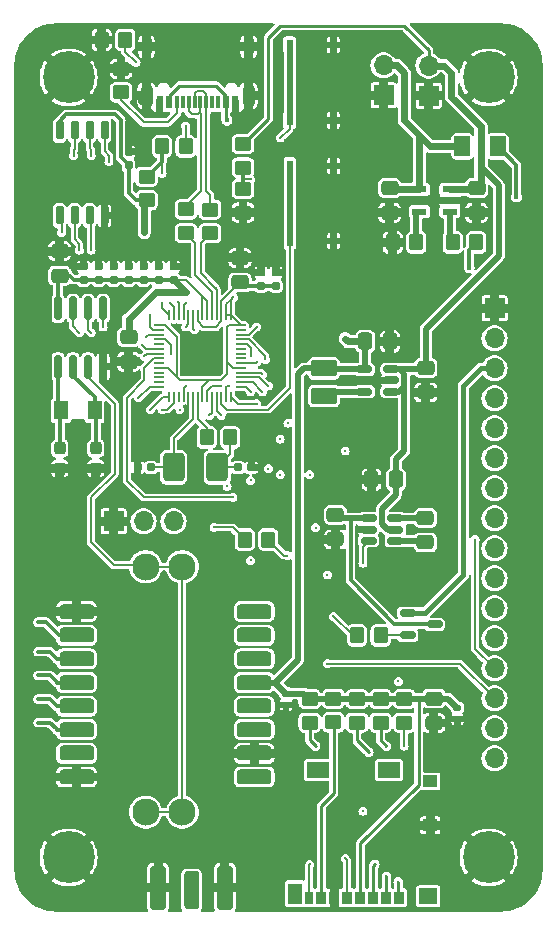
<source format=gtl>
G04 #@! TF.GenerationSoftware,KiCad,Pcbnew,8.0.3*
G04 #@! TF.CreationDate,2024-06-17T15:15:02-04:00*
G04 #@! TF.ProjectId,node_v3_2,6e6f6465-5f76-4335-9f32-2e6b69636164,rev?*
G04 #@! TF.SameCoordinates,Original*
G04 #@! TF.FileFunction,Copper,L1,Top*
G04 #@! TF.FilePolarity,Positive*
%FSLAX46Y46*%
G04 Gerber Fmt 4.6, Leading zero omitted, Abs format (unit mm)*
G04 Created by KiCad (PCBNEW 8.0.3) date 2024-06-17 15:15:02*
%MOMM*%
%LPD*%
G01*
G04 APERTURE LIST*
G04 Aperture macros list*
%AMRoundRect*
0 Rectangle with rounded corners*
0 $1 Rounding radius*
0 $2 $3 $4 $5 $6 $7 $8 $9 X,Y pos of 4 corners*
0 Add a 4 corners polygon primitive as box body*
4,1,4,$2,$3,$4,$5,$6,$7,$8,$9,$2,$3,0*
0 Add four circle primitives for the rounded corners*
1,1,$1+$1,$2,$3*
1,1,$1+$1,$4,$5*
1,1,$1+$1,$6,$7*
1,1,$1+$1,$8,$9*
0 Add four rect primitives between the rounded corners*
20,1,$1+$1,$2,$3,$4,$5,0*
20,1,$1+$1,$4,$5,$6,$7,0*
20,1,$1+$1,$6,$7,$8,$9,0*
20,1,$1+$1,$8,$9,$2,$3,0*%
G04 Aperture macros list end*
G04 #@! TA.AperFunction,SMDPad,CuDef*
%ADD10R,1.270000X0.558800*%
G04 #@! TD*
G04 #@! TA.AperFunction,ComponentPad*
%ADD11R,1.700000X1.700000*%
G04 #@! TD*
G04 #@! TA.AperFunction,ComponentPad*
%ADD12O,1.700000X1.700000*%
G04 #@! TD*
G04 #@! TA.AperFunction,SMDPad,CuDef*
%ADD13RoundRect,0.250000X0.350000X0.450000X-0.350000X0.450000X-0.350000X-0.450000X0.350000X-0.450000X0*%
G04 #@! TD*
G04 #@! TA.AperFunction,SMDPad,CuDef*
%ADD14RoundRect,0.140000X-0.170000X0.140000X-0.170000X-0.140000X0.170000X-0.140000X0.170000X0.140000X0*%
G04 #@! TD*
G04 #@! TA.AperFunction,SMDPad,CuDef*
%ADD15RoundRect,0.250000X-0.450000X0.350000X-0.450000X-0.350000X0.450000X-0.350000X0.450000X0.350000X0*%
G04 #@! TD*
G04 #@! TA.AperFunction,SMDPad,CuDef*
%ADD16RoundRect,0.250000X0.475000X-0.337500X0.475000X0.337500X-0.475000X0.337500X-0.475000X-0.337500X0*%
G04 #@! TD*
G04 #@! TA.AperFunction,SMDPad,CuDef*
%ADD17RoundRect,0.150000X0.512500X0.150000X-0.512500X0.150000X-0.512500X-0.150000X0.512500X-0.150000X0*%
G04 #@! TD*
G04 #@! TA.AperFunction,SMDPad,CuDef*
%ADD18RoundRect,0.155000X0.155000X-0.212500X0.155000X0.212500X-0.155000X0.212500X-0.155000X-0.212500X0*%
G04 #@! TD*
G04 #@! TA.AperFunction,SMDPad,CuDef*
%ADD19RoundRect,0.050000X-0.387500X-0.050000X0.387500X-0.050000X0.387500X0.050000X-0.387500X0.050000X0*%
G04 #@! TD*
G04 #@! TA.AperFunction,SMDPad,CuDef*
%ADD20RoundRect,0.050000X-0.050000X-0.387500X0.050000X-0.387500X0.050000X0.387500X-0.050000X0.387500X0*%
G04 #@! TD*
G04 #@! TA.AperFunction,HeatsinkPad*
%ADD21R,3.200000X3.200000*%
G04 #@! TD*
G04 #@! TA.AperFunction,SMDPad,CuDef*
%ADD22RoundRect,0.250000X-0.475000X0.337500X-0.475000X-0.337500X0.475000X-0.337500X0.475000X0.337500X0*%
G04 #@! TD*
G04 #@! TA.AperFunction,SMDPad,CuDef*
%ADD23RoundRect,0.150000X0.150000X-0.825000X0.150000X0.825000X-0.150000X0.825000X-0.150000X-0.825000X0*%
G04 #@! TD*
G04 #@! TA.AperFunction,ComponentPad*
%ADD24C,4.400000*%
G04 #@! TD*
G04 #@! TA.AperFunction,SMDPad,CuDef*
%ADD25RoundRect,0.150000X-0.512500X-0.150000X0.512500X-0.150000X0.512500X0.150000X-0.512500X0.150000X0*%
G04 #@! TD*
G04 #@! TA.AperFunction,SMDPad,CuDef*
%ADD26RoundRect,0.250000X-0.385000X-1.350000X0.385000X-1.350000X0.385000X1.350000X-0.385000X1.350000X0*%
G04 #@! TD*
G04 #@! TA.AperFunction,SMDPad,CuDef*
%ADD27RoundRect,0.250000X-0.425000X-1.600000X0.425000X-1.600000X0.425000X1.600000X-0.425000X1.600000X0*%
G04 #@! TD*
G04 #@! TA.AperFunction,SMDPad,CuDef*
%ADD28R,0.558800X0.952500*%
G04 #@! TD*
G04 #@! TA.AperFunction,SMDPad,CuDef*
%ADD29RoundRect,0.250000X-0.350000X-0.450000X0.350000X-0.450000X0.350000X0.450000X-0.350000X0.450000X0*%
G04 #@! TD*
G04 #@! TA.AperFunction,SMDPad,CuDef*
%ADD30RoundRect,0.237500X-0.237500X0.300000X-0.237500X-0.300000X0.237500X-0.300000X0.237500X0.300000X0*%
G04 #@! TD*
G04 #@! TA.AperFunction,SMDPad,CuDef*
%ADD31RoundRect,0.250001X0.462499X0.624999X-0.462499X0.624999X-0.462499X-0.624999X0.462499X-0.624999X0*%
G04 #@! TD*
G04 #@! TA.AperFunction,SMDPad,CuDef*
%ADD32R,0.850000X1.100000*%
G04 #@! TD*
G04 #@! TA.AperFunction,SMDPad,CuDef*
%ADD33R,0.750000X1.100000*%
G04 #@! TD*
G04 #@! TA.AperFunction,SMDPad,CuDef*
%ADD34R,1.200000X1.000000*%
G04 #@! TD*
G04 #@! TA.AperFunction,SMDPad,CuDef*
%ADD35R,1.550000X1.350000*%
G04 #@! TD*
G04 #@! TA.AperFunction,SMDPad,CuDef*
%ADD36R,1.900000X1.350000*%
G04 #@! TD*
G04 #@! TA.AperFunction,SMDPad,CuDef*
%ADD37R,1.170000X1.800000*%
G04 #@! TD*
G04 #@! TA.AperFunction,SMDPad,CuDef*
%ADD38RoundRect,0.317500X-1.157500X-0.317500X1.157500X-0.317500X1.157500X0.317500X-1.157500X0.317500X0*%
G04 #@! TD*
G04 #@! TA.AperFunction,SMDPad,CuDef*
%ADD39RoundRect,0.250000X0.337500X0.475000X-0.337500X0.475000X-0.337500X-0.475000X0.337500X-0.475000X0*%
G04 #@! TD*
G04 #@! TA.AperFunction,SMDPad,CuDef*
%ADD40R,0.600000X1.140000*%
G04 #@! TD*
G04 #@! TA.AperFunction,SMDPad,CuDef*
%ADD41R,0.300000X1.140000*%
G04 #@! TD*
G04 #@! TA.AperFunction,ComponentPad*
%ADD42O,1.050000X2.100000*%
G04 #@! TD*
G04 #@! TA.AperFunction,ComponentPad*
%ADD43O,0.900000X1.800000*%
G04 #@! TD*
G04 #@! TA.AperFunction,SMDPad,CuDef*
%ADD44RoundRect,0.250001X0.849999X-0.462499X0.849999X0.462499X-0.849999X0.462499X-0.849999X-0.462499X0*%
G04 #@! TD*
G04 #@! TA.AperFunction,SMDPad,CuDef*
%ADD45RoundRect,0.250000X0.450000X-0.350000X0.450000X0.350000X-0.450000X0.350000X-0.450000X-0.350000X0*%
G04 #@! TD*
G04 #@! TA.AperFunction,SMDPad,CuDef*
%ADD46RoundRect,0.150000X0.150000X-0.650000X0.150000X0.650000X-0.150000X0.650000X-0.150000X-0.650000X0*%
G04 #@! TD*
G04 #@! TA.AperFunction,SMDPad,CuDef*
%ADD47RoundRect,0.250000X-0.337500X-0.475000X0.337500X-0.475000X0.337500X0.475000X-0.337500X0.475000X0*%
G04 #@! TD*
G04 #@! TA.AperFunction,SMDPad,CuDef*
%ADD48RoundRect,0.270000X-0.630000X-0.930000X0.630000X-0.930000X0.630000X0.930000X-0.630000X0.930000X0*%
G04 #@! TD*
G04 #@! TA.AperFunction,SMDPad,CuDef*
%ADD49RoundRect,0.155000X0.212500X0.155000X-0.212500X0.155000X-0.212500X-0.155000X0.212500X-0.155000X0*%
G04 #@! TD*
G04 #@! TA.AperFunction,SMDPad,CuDef*
%ADD50RoundRect,0.155000X-0.212500X-0.155000X0.212500X-0.155000X0.212500X0.155000X-0.212500X0.155000X0*%
G04 #@! TD*
G04 #@! TA.AperFunction,SMDPad,CuDef*
%ADD51R,1.168400X1.600200*%
G04 #@! TD*
G04 #@! TA.AperFunction,ComponentPad*
%ADD52C,2.300000*%
G04 #@! TD*
G04 #@! TA.AperFunction,ViaPad*
%ADD53C,0.304800*%
G04 #@! TD*
G04 #@! TA.AperFunction,ViaPad*
%ADD54C,0.406400*%
G04 #@! TD*
G04 #@! TA.AperFunction,ViaPad*
%ADD55C,0.250000*%
G04 #@! TD*
G04 #@! TA.AperFunction,ViaPad*
%ADD56C,0.508000*%
G04 #@! TD*
G04 #@! TA.AperFunction,Conductor*
%ADD57C,0.200000*%
G04 #@! TD*
G04 #@! TA.AperFunction,Conductor*
%ADD58C,0.152400*%
G04 #@! TD*
G04 #@! TA.AperFunction,Conductor*
%ADD59C,0.609600*%
G04 #@! TD*
G04 #@! TA.AperFunction,Conductor*
%ADD60C,0.355600*%
G04 #@! TD*
G04 #@! TA.AperFunction,Conductor*
%ADD61C,0.508000*%
G04 #@! TD*
G04 #@! TA.AperFunction,Conductor*
%ADD62C,0.254000*%
G04 #@! TD*
G04 #@! TA.AperFunction,Conductor*
%ADD63C,0.304800*%
G04 #@! TD*
G04 #@! TA.AperFunction,Conductor*
%ADD64C,0.457200*%
G04 #@! TD*
G04 #@! TA.AperFunction,Conductor*
%ADD65C,0.203200*%
G04 #@! TD*
G04 APERTURE END LIST*
D10*
X164363400Y-67233800D03*
X164363400Y-66294000D03*
X164363400Y-65354200D03*
X161772600Y-65354200D03*
X161772600Y-67233800D03*
D11*
X162560000Y-57409000D03*
D12*
X162560000Y-54869000D03*
D13*
X166608000Y-69850000D03*
X164608000Y-69850000D03*
D14*
X150500000Y-108040000D03*
X150500000Y-109000000D03*
D13*
X141986000Y-61722000D03*
X139986000Y-61722000D03*
D15*
X144056000Y-67072000D03*
X144056000Y-69072000D03*
D16*
X131318000Y-72665500D03*
X131318000Y-70590500D03*
D17*
X159401000Y-82484000D03*
X159401000Y-81534000D03*
X159401000Y-80584000D03*
X157126000Y-80584000D03*
X157126000Y-82484000D03*
D18*
X148374000Y-73525000D03*
X148374000Y-72390000D03*
X138430000Y-72995500D03*
X138430000Y-71860500D03*
X135890000Y-72995500D03*
X135890000Y-71860500D03*
D19*
X139780500Y-76864000D03*
X139780500Y-77264000D03*
X139780500Y-77664000D03*
X139780500Y-78064000D03*
X139780500Y-78464000D03*
X139780500Y-78864000D03*
X139780500Y-79264000D03*
X139780500Y-79664000D03*
X139780500Y-80064000D03*
X139780500Y-80464000D03*
X139780500Y-80864000D03*
X139780500Y-81264000D03*
X139780500Y-81664000D03*
X139780500Y-82064000D03*
D20*
X140618000Y-82901500D03*
X141018000Y-82901500D03*
X141418000Y-82901500D03*
X141818000Y-82901500D03*
X142218000Y-82901500D03*
X142618000Y-82901500D03*
X143018000Y-82901500D03*
X143418000Y-82901500D03*
X143818000Y-82901500D03*
X144218000Y-82901500D03*
X144618000Y-82901500D03*
X145018000Y-82901500D03*
X145418000Y-82901500D03*
X145818000Y-82901500D03*
D19*
X146655500Y-82064000D03*
X146655500Y-81664000D03*
X146655500Y-81264000D03*
X146655500Y-80864000D03*
X146655500Y-80464000D03*
X146655500Y-80064000D03*
X146655500Y-79664000D03*
X146655500Y-79264000D03*
X146655500Y-78864000D03*
X146655500Y-78464000D03*
X146655500Y-78064000D03*
X146655500Y-77664000D03*
X146655500Y-77264000D03*
X146655500Y-76864000D03*
D20*
X145818000Y-76026500D03*
X145418000Y-76026500D03*
X145018000Y-76026500D03*
X144618000Y-76026500D03*
X144218000Y-76026500D03*
X143818000Y-76026500D03*
X143418000Y-76026500D03*
X143018000Y-76026500D03*
X142618000Y-76026500D03*
X142218000Y-76026500D03*
X141818000Y-76026500D03*
X141418000Y-76026500D03*
X141018000Y-76026500D03*
X140618000Y-76026500D03*
D21*
X143218000Y-79464000D03*
D22*
X137160000Y-77870000D03*
X137160000Y-79945000D03*
D15*
X156500000Y-108500000D03*
X156500000Y-110500000D03*
D23*
X131191000Y-80388000D03*
X132461000Y-80388000D03*
X133731000Y-80388000D03*
X135001000Y-80388000D03*
X135001000Y-75438000D03*
X133731000Y-75438000D03*
X132461000Y-75438000D03*
X131191000Y-75438000D03*
D24*
X132080000Y-121920000D03*
D15*
X152500000Y-108500000D03*
X152500000Y-110500000D03*
D22*
X159258000Y-65256500D03*
X159258000Y-67331500D03*
D25*
X157480000Y-93218000D03*
X157480000Y-94168000D03*
X157480000Y-95118000D03*
X159755000Y-95118000D03*
X159755000Y-94168000D03*
X159755000Y-93218000D03*
D18*
X137160000Y-72995500D03*
X137160000Y-71860500D03*
D11*
X158750000Y-57404000D03*
D12*
X158750000Y-54864000D03*
D15*
X154500000Y-108490000D03*
X154500000Y-110490000D03*
D13*
X145780000Y-86360000D03*
X143780000Y-86360000D03*
D24*
X132080000Y-55880000D03*
D26*
X142494000Y-124714000D03*
D27*
X145319000Y-124464000D03*
X139669000Y-124464000D03*
D28*
X154523683Y-63360576D03*
X154523683Y-69723276D03*
X150815283Y-63360576D03*
X150815283Y-69723276D03*
D29*
X156496000Y-103124000D03*
X158496000Y-103124000D03*
D22*
X162327500Y-80475000D03*
X162327500Y-82550000D03*
D24*
X167640000Y-121920000D03*
X167640000Y-55880000D03*
D22*
X166624000Y-65256500D03*
X166624000Y-67331500D03*
D18*
X140970000Y-72995500D03*
X140970000Y-71860500D03*
D29*
X147000000Y-95000000D03*
X149000000Y-95000000D03*
D11*
X168148000Y-75438000D03*
D12*
X168148000Y-77978000D03*
X168148000Y-80518000D03*
X168148000Y-83058000D03*
X168148000Y-85598000D03*
X168148000Y-88138000D03*
X168148000Y-90678000D03*
X168148000Y-93218000D03*
X168148000Y-95758000D03*
X168148000Y-98298000D03*
X168148000Y-100838000D03*
X168148000Y-103378000D03*
X168148000Y-105918000D03*
X168148000Y-108458000D03*
X168148000Y-110998000D03*
X168148000Y-113538000D03*
D18*
X137160000Y-63305500D03*
X137160000Y-62170500D03*
X149644000Y-73525000D03*
X149644000Y-72390000D03*
D30*
X131343400Y-87275500D03*
X131343400Y-89000500D03*
D22*
X154675000Y-92921000D03*
X154675000Y-94996000D03*
D31*
X168402000Y-61722000D03*
X165427000Y-61722000D03*
D28*
X154500000Y-53137300D03*
X154500000Y-59500000D03*
X150791600Y-53137300D03*
X150791600Y-59500000D03*
D13*
X136890000Y-52705000D03*
X134890000Y-52705000D03*
D29*
X159528000Y-69850000D03*
X161528000Y-69850000D03*
D15*
X146850000Y-65316000D03*
X146850000Y-67316000D03*
D32*
X160077000Y-125338000D03*
X158977000Y-125338000D03*
X157877000Y-125338000D03*
X156777000Y-125338000D03*
X155677000Y-125338000D03*
X154577000Y-125338000D03*
X153477000Y-125338000D03*
D33*
X152427000Y-125338000D03*
D34*
X162712000Y-119188000D03*
X162712000Y-115488000D03*
D35*
X162537000Y-125213000D03*
D36*
X159212000Y-114513000D03*
X153242000Y-114513000D03*
D37*
X151217000Y-124988000D03*
D38*
X132754000Y-101110000D03*
X132754000Y-103110000D03*
X132754000Y-105110000D03*
X132754000Y-107110000D03*
X132754000Y-109110000D03*
X132754000Y-111110000D03*
X132754000Y-113110000D03*
X132754000Y-115110000D03*
X147804000Y-115110000D03*
X147804000Y-113110000D03*
X147804000Y-111110000D03*
X147804000Y-109110000D03*
X147804000Y-107110000D03*
X147804000Y-105110000D03*
X147804000Y-103110000D03*
X147804000Y-101110000D03*
D15*
X160500000Y-108500000D03*
X160500000Y-110500000D03*
D22*
X163000000Y-108462500D03*
X163000000Y-110537500D03*
D11*
X135890000Y-93472000D03*
D12*
X138430000Y-93472000D03*
X140970000Y-93472000D03*
D39*
X159798000Y-89916000D03*
X157723000Y-89916000D03*
D16*
X146596000Y-73233000D03*
X146596000Y-71158000D03*
D18*
X139700000Y-72995500D03*
X139700000Y-71860500D03*
D22*
X162295000Y-93175000D03*
X162295000Y-95250000D03*
D40*
X146202000Y-58000000D03*
X145402000Y-58000000D03*
D41*
X144252000Y-58000000D03*
X143252000Y-58000000D03*
X142752000Y-58000000D03*
X141752000Y-58000000D03*
D40*
X139802000Y-58000000D03*
X140602000Y-58000000D03*
D41*
X141252000Y-58000000D03*
X142252000Y-58000000D03*
X143752000Y-58000000D03*
X144752000Y-58000000D03*
D42*
X147322000Y-57430000D03*
X138682000Y-57430000D03*
D43*
X147322000Y-53250000D03*
X138682000Y-53250000D03*
D44*
X153691500Y-82843000D03*
X153691500Y-80518000D03*
D45*
X136525000Y-57150000D03*
X136525000Y-55150000D03*
D14*
X165000000Y-109248000D03*
X165000000Y-110208000D03*
D46*
X131318000Y-67564000D03*
X132588000Y-67564000D03*
X133858000Y-67564000D03*
X135128000Y-67564000D03*
X135128000Y-60364000D03*
X133858000Y-60364000D03*
X132588000Y-60364000D03*
X131318000Y-60364000D03*
D47*
X157204500Y-78232000D03*
X159279500Y-78232000D03*
D30*
X134391400Y-87275500D03*
X134391400Y-89000500D03*
D18*
X133350000Y-72995500D03*
X133350000Y-71860500D03*
D25*
X160793000Y-101224000D03*
X160793000Y-103124000D03*
X163068000Y-102174000D03*
D15*
X142024000Y-67056000D03*
X142024000Y-69056000D03*
X158500000Y-108500000D03*
X158500000Y-110500000D03*
D48*
X144675000Y-88900000D03*
X140975000Y-88900000D03*
D49*
X147567500Y-88900000D03*
X146432500Y-88900000D03*
D50*
X137931500Y-88900000D03*
X139066500Y-88900000D03*
D45*
X138684000Y-66278000D03*
X138684000Y-64278000D03*
D51*
X131445000Y-84074000D03*
X134289800Y-84074000D03*
D15*
X146850000Y-61506000D03*
X146850000Y-63506000D03*
D18*
X134620000Y-72995500D03*
X134620000Y-71860500D03*
D52*
X141708000Y-118096000D03*
X138608000Y-118096000D03*
X138608000Y-97296000D03*
X141708000Y-97296000D03*
D53*
X143002000Y-54864000D03*
D54*
X142240000Y-80264000D03*
X144272000Y-78486000D03*
D55*
X136000000Y-82000000D03*
D56*
X159004000Y-99568000D03*
D54*
X144272000Y-79502000D03*
D56*
X129540000Y-124460000D03*
D54*
X144272000Y-80264000D03*
D56*
X134620000Y-98298000D03*
D54*
X142240000Y-79502000D03*
D56*
X149352000Y-77216000D03*
X134112000Y-117094000D03*
X170180000Y-124460000D03*
D54*
X143256000Y-80264000D03*
D56*
X158242000Y-87376000D03*
X129540000Y-53086000D03*
D54*
X143256000Y-78486000D03*
D55*
X139700000Y-59055000D03*
X142000000Y-84500000D03*
D54*
X143256000Y-79502000D03*
X142240000Y-78486000D03*
D56*
X154686000Y-89662000D03*
X155194000Y-74422000D03*
D55*
X131000000Y-78000000D03*
D56*
X147574000Y-121412000D03*
X163830000Y-84582000D03*
D53*
X156464000Y-94234000D03*
D56*
X130302000Y-91948000D03*
X154940000Y-118110000D03*
X170180000Y-53340000D03*
D55*
X145000000Y-82000000D03*
X144500000Y-77000000D03*
D53*
X146000000Y-74500000D03*
D56*
X142000000Y-74025500D03*
X138500000Y-69000000D03*
X155500000Y-78000000D03*
X160500000Y-59500000D03*
D54*
X145500000Y-59500000D03*
X170000000Y-66000000D03*
X166000000Y-72000000D03*
D55*
X129500000Y-104500000D03*
X149000000Y-89000000D03*
X148500000Y-82500000D03*
D53*
X159000000Y-112500000D03*
D55*
X154000000Y-98000000D03*
D53*
X158000000Y-122500000D03*
D55*
X145677172Y-82033827D03*
D53*
X154519000Y-113500000D03*
D55*
X141500000Y-84000000D03*
X129500000Y-102000000D03*
D53*
X153000000Y-112500000D03*
X160000000Y-124000000D03*
X157500000Y-113000000D03*
D55*
X148500000Y-81000000D03*
X153000000Y-94000000D03*
D53*
X159000000Y-123500000D03*
D55*
X150658491Y-85151737D03*
X147500000Y-82500000D03*
X155500000Y-122000000D03*
X147500000Y-96774000D03*
X147500000Y-90000000D03*
X129500000Y-106500000D03*
X144000000Y-84500000D03*
X145000000Y-84500000D03*
X139000000Y-84000000D03*
X160000000Y-107000000D03*
X148000000Y-80000000D03*
X139000000Y-76000000D03*
X152500000Y-89500000D03*
X148750000Y-79750000D03*
X135000000Y-77000000D03*
X138297438Y-78500000D03*
X140000000Y-84000000D03*
X134000000Y-77500000D03*
X138500000Y-79500000D03*
X138603279Y-77896721D03*
X154000000Y-105500000D03*
X146000000Y-91440000D03*
X155500000Y-87500000D03*
X166500000Y-95000000D03*
X147500000Y-79500000D03*
X140000000Y-64000000D03*
X140000000Y-75000000D03*
X131500000Y-69000000D03*
X142000000Y-60000000D03*
X150000000Y-61000000D03*
X150611278Y-96361972D03*
X157000000Y-97000000D03*
X138000000Y-83000000D03*
X144402157Y-93980000D03*
X147500000Y-64500000D03*
X148000000Y-77000000D03*
X140715690Y-79277330D03*
X154500000Y-101500000D03*
X142000000Y-77000000D03*
X134000000Y-62500000D03*
X134000000Y-70500000D03*
X141359786Y-74877313D03*
X140676245Y-74953262D03*
X133000000Y-70500000D03*
X132500000Y-62500000D03*
X142725720Y-77249688D03*
X135500000Y-63000000D03*
X142000000Y-75000000D03*
X133000000Y-77500000D03*
X142000000Y-82000000D03*
X145500000Y-90500000D03*
X148000000Y-83500000D03*
X129500000Y-108500000D03*
X150000000Y-86500000D03*
X129500000Y-110500000D03*
X149000000Y-82000000D03*
X150000000Y-89500000D03*
D56*
X147000000Y-115000000D03*
X142500000Y-124500000D03*
D55*
X157000000Y-118000000D03*
X160500000Y-112500000D03*
X152500000Y-122500000D03*
X144248225Y-57688985D03*
X137795000Y-54610000D03*
D57*
X139066500Y-88900000D02*
X140975000Y-88900000D01*
D58*
X142618000Y-84794500D02*
X140975000Y-86437500D01*
X142618000Y-82901500D02*
X142618000Y-84794500D01*
X140975000Y-86437500D02*
X140975000Y-88900000D01*
D59*
X138216000Y-57896000D02*
X138682000Y-57430000D01*
D58*
X142000000Y-84500000D02*
X142218000Y-84282000D01*
X142218000Y-84282000D02*
X142218000Y-82901500D01*
X143018000Y-84777500D02*
X143780000Y-85539500D01*
X143018000Y-82901500D02*
X143018000Y-84777500D01*
X143780000Y-85539500D02*
X143780000Y-86360000D01*
D60*
X146888000Y-73525000D02*
X146596000Y-73233000D01*
X148374000Y-73525000D02*
X146888000Y-73525000D01*
D58*
X145018000Y-74811000D02*
X146596000Y-73233000D01*
X144544704Y-77000000D02*
X143491296Y-77000000D01*
X143491296Y-77000000D02*
X143018000Y-76526704D01*
X144219296Y-82000000D02*
X143818000Y-82401296D01*
X145000000Y-82000000D02*
X144219296Y-82000000D01*
X145018000Y-76026500D02*
X145018000Y-76526704D01*
X145018000Y-76526704D02*
X144544704Y-77000000D01*
X143818000Y-82401296D02*
X143818000Y-82901500D01*
X143018000Y-76526704D02*
X143018000Y-76026500D01*
D60*
X149644000Y-73525000D02*
X148374000Y-73525000D01*
D58*
X145018000Y-76026500D02*
X145018000Y-74811000D01*
D61*
X159092501Y-94168000D02*
X159755000Y-94168000D01*
X159401000Y-80584000D02*
X162218500Y-80584000D01*
D59*
X167000000Y-63500000D02*
X167000000Y-64880500D01*
D61*
X168500000Y-65000000D02*
X167000000Y-63500000D01*
X160517500Y-82029999D02*
X160517500Y-80992500D01*
D59*
X167000000Y-64880500D02*
X166624000Y-65256500D01*
D62*
X149000000Y-52500000D02*
X150000000Y-51500000D01*
D59*
X167000000Y-60000000D02*
X167000000Y-63500000D01*
X166526300Y-65354200D02*
X166624000Y-65256500D01*
X162560000Y-54869000D02*
X163869000Y-54869000D01*
D61*
X168500000Y-71000000D02*
X168500000Y-65000000D01*
D62*
X160500000Y-51500000D02*
X162560000Y-53560000D01*
D61*
X160517500Y-80992500D02*
X160109000Y-80584000D01*
D59*
X164500000Y-57500000D02*
X167000000Y-60000000D01*
X164363400Y-65354200D02*
X166526300Y-65354200D01*
D61*
X162327500Y-77172500D02*
X168500000Y-71000000D01*
X158596500Y-92403500D02*
X158596500Y-93671999D01*
D62*
X150000000Y-51500000D02*
X160500000Y-51500000D01*
X162560000Y-53560000D02*
X162560000Y-54869000D01*
D61*
X159798000Y-89916000D02*
X159798000Y-91202000D01*
X160063499Y-82484000D02*
X160517500Y-82029999D01*
X160500000Y-87500000D02*
X159798000Y-88202000D01*
X159798000Y-91202000D02*
X158596500Y-92403500D01*
X160109000Y-80584000D02*
X159401000Y-80584000D01*
X159401000Y-82484000D02*
X160063499Y-82484000D01*
X160500000Y-82047499D02*
X160500000Y-87500000D01*
X162218500Y-80584000D02*
X162327500Y-80475000D01*
X162327500Y-80475000D02*
X162327500Y-77172500D01*
D62*
X146850000Y-61506000D02*
X149000000Y-59356000D01*
X149000000Y-59356000D02*
X149000000Y-52500000D01*
D59*
X163869000Y-54869000D02*
X164500000Y-55500000D01*
D61*
X159798000Y-88202000D02*
X159798000Y-89916000D01*
D59*
X164500000Y-55500000D02*
X164500000Y-57500000D01*
D61*
X158596500Y-93671999D02*
X159092501Y-94168000D01*
X160517500Y-82029999D02*
X160500000Y-82047499D01*
X154500000Y-108490000D02*
X156490000Y-108490000D01*
D63*
X136497600Y-59502400D02*
X136500000Y-59500000D01*
X140970000Y-72995500D02*
X139700000Y-72995500D01*
D58*
X143418000Y-76026500D02*
X143418000Y-74418000D01*
D62*
X156777000Y-125338000D02*
X156777000Y-120723000D01*
D59*
X139474500Y-74025500D02*
X137160000Y-76340000D01*
D63*
X135890000Y-72995500D02*
X134620000Y-72995500D01*
D61*
X160500000Y-108500000D02*
X161717691Y-108500000D01*
D63*
X131318000Y-72665500D02*
X132165500Y-72665500D01*
X132165500Y-72665500D02*
X132500000Y-73000000D01*
D58*
X145818000Y-76026500D02*
X145818000Y-74682000D01*
X145500000Y-77000000D02*
X145500000Y-80000000D01*
X144500000Y-81500000D02*
X144000000Y-81500000D01*
D61*
X153691500Y-80518000D02*
X151982000Y-80518000D01*
D58*
X141231108Y-81231108D02*
X141500000Y-81500000D01*
D61*
X158500000Y-108500000D02*
X160500000Y-108500000D01*
D59*
X155732000Y-78232000D02*
X155500000Y-78000000D01*
D58*
X141500000Y-81500000D02*
X144500000Y-81500000D01*
D61*
X156490000Y-108490000D02*
X156500000Y-108500000D01*
X152500000Y-108500000D02*
X154490000Y-108500000D01*
D58*
X140280704Y-76864000D02*
X141231108Y-77814404D01*
X145418000Y-76026500D02*
X145418000Y-75082000D01*
D63*
X137778000Y-66278000D02*
X137160000Y-65660000D01*
D62*
X161717691Y-115782309D02*
X161717691Y-108500000D01*
D61*
X152040000Y-108040000D02*
X152500000Y-108500000D01*
D63*
X136000000Y-59000000D02*
X131882001Y-59000000D01*
X136497600Y-62643100D02*
X136497600Y-59502400D01*
X136500000Y-59500000D02*
X136000000Y-59000000D01*
D61*
X161717691Y-108500000D02*
X162962500Y-108500000D01*
D63*
X131318000Y-59564001D02*
X131318000Y-60364000D01*
D61*
X154490000Y-108500000D02*
X154500000Y-108490000D01*
D59*
X157204500Y-78232000D02*
X155732000Y-78232000D01*
D58*
X145636000Y-76864000D02*
X145500000Y-77000000D01*
D59*
X138500000Y-66462000D02*
X138684000Y-66278000D01*
D63*
X133350000Y-72995500D02*
X134620000Y-72995500D01*
D59*
X142000000Y-74025500D02*
X139474500Y-74025500D01*
D61*
X151500000Y-105180000D02*
X149570000Y-107110000D01*
D58*
X145418000Y-76026500D02*
X145818000Y-76026500D01*
D63*
X138684000Y-66278000D02*
X137778000Y-66278000D01*
D61*
X157126000Y-80584000D02*
X153757500Y-80584000D01*
D58*
X145500000Y-80000000D02*
X145964000Y-80464000D01*
D61*
X147804000Y-107110000D02*
X149570000Y-107110000D01*
D63*
X131191000Y-75438000D02*
X131191000Y-72792500D01*
D58*
X143418000Y-82082000D02*
X143418000Y-82901500D01*
D59*
X138500000Y-69000000D02*
X138500000Y-66462000D01*
D58*
X139780500Y-76864000D02*
X140280704Y-76864000D01*
X141995500Y-72995500D02*
X140970000Y-72995500D01*
X146655500Y-76864000D02*
X145636000Y-76864000D01*
D61*
X151500000Y-81000000D02*
X151500000Y-105180000D01*
X164214500Y-108462500D02*
X165000000Y-109248000D01*
D63*
X137160000Y-63305500D02*
X136497600Y-62643100D01*
D58*
X143818000Y-74818000D02*
X143818000Y-76026500D01*
D63*
X132500000Y-73000000D02*
X132504500Y-72995500D01*
D58*
X141231108Y-77814404D02*
X141231108Y-81231108D01*
D59*
X142000000Y-74025500D02*
X140970000Y-72995500D01*
D61*
X157204500Y-78232000D02*
X157204500Y-80505500D01*
X150500000Y-108040000D02*
X152040000Y-108040000D01*
D63*
X132504500Y-72995500D02*
X133350000Y-72995500D01*
D58*
X144000000Y-81500000D02*
X143418000Y-82082000D01*
D63*
X139700000Y-72995500D02*
X138430000Y-72995500D01*
X131882001Y-59000000D02*
X131318000Y-59564001D01*
D58*
X145418000Y-75082000D02*
X145818000Y-74682000D01*
D63*
X131191000Y-72792500D02*
X131318000Y-72665500D01*
D58*
X143818000Y-74818000D02*
X143500000Y-74500000D01*
X139780500Y-80464000D02*
X140464000Y-80464000D01*
X140464000Y-80464000D02*
X141500000Y-81500000D01*
D62*
X156777000Y-120723000D02*
X161717691Y-115782309D01*
D61*
X149570000Y-107110000D02*
X150500000Y-108040000D01*
D58*
X145500000Y-81000000D02*
X145500000Y-80000000D01*
D63*
X138430000Y-72995500D02*
X137160000Y-72995500D01*
X137160000Y-72995500D02*
X135890000Y-72995500D01*
D58*
X145818000Y-76026500D02*
X146655500Y-76864000D01*
D61*
X162962500Y-108500000D02*
X163000000Y-108462500D01*
D58*
X145818000Y-74682000D02*
X146000000Y-74500000D01*
X145964000Y-80464000D02*
X146655500Y-80464000D01*
D61*
X163000000Y-108462500D02*
X164214500Y-108462500D01*
D58*
X144500000Y-81500000D02*
X145000000Y-81500000D01*
D63*
X137160000Y-65660000D02*
X137160000Y-63305500D01*
D61*
X157204500Y-80505500D02*
X157126000Y-80584000D01*
D59*
X137160000Y-76340000D02*
X137160000Y-77870000D01*
D61*
X153757500Y-80584000D02*
X153691500Y-80518000D01*
X151982000Y-80518000D02*
X151500000Y-81000000D01*
D58*
X145000000Y-81500000D02*
X145500000Y-81000000D01*
X143418000Y-74418000D02*
X141995500Y-72995500D01*
D61*
X156500000Y-108500000D02*
X158500000Y-108500000D01*
X159755000Y-95118000D02*
X162163000Y-95118000D01*
X162163000Y-95118000D02*
X162295000Y-95250000D01*
X162252000Y-93218000D02*
X162295000Y-93175000D01*
X159755000Y-93218000D02*
X162252000Y-93218000D01*
X157480000Y-93218000D02*
X156000000Y-93218000D01*
D63*
X155956000Y-93262000D02*
X156000000Y-93218000D01*
X159674000Y-102174000D02*
X155956000Y-98456000D01*
D61*
X154972000Y-93218000D02*
X154675000Y-92921000D01*
D63*
X155956000Y-98456000D02*
X155956000Y-93262000D01*
D61*
X156000000Y-93218000D02*
X154972000Y-93218000D01*
D63*
X163068000Y-102174000D02*
X159674000Y-102174000D01*
X131191000Y-80388000D02*
X131191000Y-83820000D01*
X131191000Y-83820000D02*
X131445000Y-84074000D01*
X131343400Y-87275500D02*
X131343400Y-84175600D01*
X131343400Y-84175600D02*
X131445000Y-84074000D01*
X134391400Y-87275500D02*
X134391400Y-84175600D01*
X134289800Y-82969100D02*
X132461000Y-81140300D01*
X134391400Y-84175600D02*
X134289800Y-84074000D01*
X132461000Y-81140300D02*
X132461000Y-80388000D01*
X134289800Y-84074000D02*
X134289800Y-82969100D01*
D62*
X141467435Y-56573000D02*
X144536565Y-56573000D01*
D59*
X159355700Y-65354200D02*
X159258000Y-65256500D01*
D62*
X145402000Y-58000000D02*
X145402000Y-59402000D01*
D59*
X161772600Y-65354200D02*
X159355700Y-65354200D01*
X160500000Y-59500000D02*
X161772600Y-60772600D01*
D62*
X144536565Y-56573000D02*
X145402000Y-57438435D01*
D59*
X160500000Y-59500000D02*
X162722000Y-61722000D01*
X159864000Y-54864000D02*
X160500000Y-55500000D01*
D62*
X145402000Y-59402000D02*
X145500000Y-59500000D01*
X140602000Y-57438435D02*
X141467435Y-56573000D01*
D59*
X162722000Y-61722000D02*
X165427000Y-61722000D01*
X161772600Y-60772600D02*
X161772600Y-65354200D01*
D62*
X140602000Y-58000000D02*
X140602000Y-57438435D01*
D59*
X160500000Y-55500000D02*
X160500000Y-59500000D01*
D62*
X145402000Y-57438435D02*
X145402000Y-58000000D01*
D59*
X158750000Y-54864000D02*
X159864000Y-54864000D01*
D63*
X170000000Y-63320000D02*
X170000000Y-66000000D01*
X166000000Y-72000000D02*
X166000000Y-70458000D01*
X168402000Y-61722000D02*
X170000000Y-63320000D01*
X166000000Y-70458000D02*
X166608000Y-69850000D01*
D57*
X143277000Y-65500000D02*
X142024000Y-66753000D01*
X143252000Y-58000000D02*
X143252000Y-58820000D01*
X143252000Y-58855001D02*
X143277000Y-58880001D01*
X143277000Y-58880001D02*
X143277000Y-65500000D01*
X142024000Y-66753000D02*
X142024000Y-67056000D01*
X143252000Y-58000000D02*
X143252000Y-58855001D01*
X143252000Y-58820000D02*
X143072000Y-59000000D01*
X142252000Y-58752000D02*
X142252000Y-58000000D01*
X143072000Y-59000000D02*
X142500000Y-59000000D01*
X142500000Y-59000000D02*
X142252000Y-58752000D01*
X143727000Y-58880001D02*
X143727000Y-65500000D01*
X144056000Y-65829000D02*
X144056000Y-67072000D01*
X143752000Y-57252000D02*
X143500000Y-57000000D01*
X143752000Y-58000000D02*
X143752000Y-57252000D01*
X142932000Y-57000000D02*
X142752000Y-57180000D01*
X142752000Y-57180000D02*
X142752000Y-58000000D01*
X143727000Y-65500000D02*
X144056000Y-65829000D01*
X143752000Y-58000000D02*
X143752000Y-58855001D01*
X143500000Y-57000000D02*
X142932000Y-57000000D01*
X143752000Y-58855001D02*
X143727000Y-58880001D01*
X146432500Y-88900000D02*
X144675000Y-88900000D01*
X145780000Y-87795000D02*
X144675000Y-88900000D01*
X145780000Y-86360000D02*
X145780000Y-87795000D01*
X140482000Y-59690000D02*
X141252000Y-58920000D01*
X136525000Y-57785000D02*
X138430000Y-59690000D01*
X138430000Y-59690000D02*
X140482000Y-59690000D01*
X141252000Y-58920000D02*
X141252000Y-58000000D01*
X136525000Y-57150000D02*
X136525000Y-57785000D01*
D63*
X130500000Y-104500000D02*
X130000000Y-104500000D01*
X130000000Y-104500000D02*
X129500000Y-104500000D01*
X131000000Y-105000000D02*
X130500000Y-104500000D01*
X132754000Y-105110000D02*
X131110000Y-105110000D01*
X131110000Y-105110000D02*
X131000000Y-105000000D01*
D62*
X158500000Y-110500000D02*
X158500000Y-112000000D01*
D58*
X146655500Y-81664000D02*
X147664000Y-81664000D01*
D62*
X158000000Y-122500000D02*
X157877000Y-122623000D01*
X157877000Y-122623000D02*
X157877000Y-125338000D01*
D58*
X147664000Y-81664000D02*
X148500000Y-82500000D01*
D62*
X158500000Y-112000000D02*
X159000000Y-112500000D01*
D58*
X145418000Y-82901500D02*
X145418000Y-82082000D01*
D62*
X154519000Y-116481000D02*
X154519000Y-110509000D01*
X153477000Y-125338000D02*
X153477000Y-117523000D01*
D58*
X145466173Y-82033827D02*
X145677172Y-82033827D01*
D63*
X132754000Y-103110000D02*
X131279000Y-103110000D01*
D62*
X153477000Y-117523000D02*
X154519000Y-116481000D01*
D63*
X131279000Y-103110000D02*
X130169000Y-102000000D01*
D58*
X145418000Y-82082000D02*
X145466173Y-82033827D01*
D62*
X154519000Y-110509000D02*
X154500000Y-110490000D01*
D58*
X145677172Y-82033827D02*
X145652322Y-82033827D01*
D63*
X130169000Y-102000000D02*
X129500000Y-102000000D01*
D62*
X160000000Y-124000000D02*
X160000000Y-125261000D01*
X160000000Y-125261000D02*
X160077000Y-125338000D01*
X152500000Y-112000000D02*
X152500000Y-110500000D01*
X153000000Y-112500000D02*
X152500000Y-112000000D01*
X159000000Y-123500000D02*
X159000000Y-125315000D01*
X157500000Y-113000000D02*
X156500000Y-112000000D01*
D58*
X148364000Y-80864000D02*
X148500000Y-81000000D01*
D62*
X159000000Y-125315000D02*
X158977000Y-125338000D01*
D58*
X146655500Y-80864000D02*
X148364000Y-80864000D01*
D62*
X156500000Y-112000000D02*
X156500000Y-110500000D01*
D58*
X147064000Y-82064000D02*
X147500000Y-82500000D01*
D63*
X131110000Y-107110000D02*
X131000000Y-107000000D01*
D58*
X146655500Y-82064000D02*
X147064000Y-82064000D01*
X155677000Y-122177000D02*
X155677000Y-125338000D01*
D63*
X130500000Y-106500000D02*
X130000000Y-106500000D01*
X130000000Y-106500000D02*
X129500000Y-106500000D01*
X132754000Y-107110000D02*
X131110000Y-107110000D01*
D58*
X155500000Y-122000000D02*
X155677000Y-122177000D01*
D63*
X131000000Y-107000000D02*
X130500000Y-106500000D01*
D58*
X144218000Y-84282000D02*
X144218000Y-82901500D01*
X144000000Y-84500000D02*
X144218000Y-84282000D01*
X145000000Y-84500000D02*
X144618000Y-84118000D01*
X144618000Y-84118000D02*
X144618000Y-82901500D01*
X140098500Y-82901500D02*
X139000000Y-84000000D01*
X140618000Y-82901500D02*
X140098500Y-82901500D01*
X146655500Y-80064000D02*
X147936000Y-80064000D01*
X147936000Y-80064000D02*
X148000000Y-80000000D01*
X139000000Y-77000000D02*
X139000000Y-76000000D01*
X139264000Y-77264000D02*
X139000000Y-77000000D01*
X139780500Y-77264000D02*
X139264000Y-77264000D01*
X148750000Y-79750000D02*
X148750000Y-79454148D01*
X147359852Y-78064000D02*
X146655500Y-78064000D01*
X148750000Y-79454148D02*
X147359852Y-78064000D01*
X138297438Y-78500000D02*
X138661438Y-78864000D01*
X135001000Y-75438000D02*
X135001000Y-76999000D01*
X138661438Y-78864000D02*
X139780500Y-78864000D01*
X135001000Y-76999000D02*
X135000000Y-77000000D01*
X141018000Y-83401704D02*
X140419704Y-84000000D01*
X141018000Y-82901500D02*
X141018000Y-83401704D01*
X140419704Y-84000000D02*
X140000000Y-84000000D01*
X138736000Y-79264000D02*
X138500000Y-79500000D01*
X139780500Y-79264000D02*
X138736000Y-79264000D01*
X134000000Y-77500000D02*
X133731000Y-77231000D01*
X133731000Y-77231000D02*
X133731000Y-75438000D01*
D64*
X165500000Y-98000000D02*
X165500000Y-82000000D01*
X162276000Y-101224000D02*
X165500000Y-98000000D01*
X165500000Y-82000000D02*
X166982000Y-80518000D01*
X166982000Y-80518000D02*
X168148000Y-80518000D01*
X160793000Y-101224000D02*
X162276000Y-101224000D01*
D58*
X138603279Y-77896721D02*
X138836000Y-77664000D01*
X138836000Y-77664000D02*
X139780500Y-77664000D01*
X146000000Y-91440000D02*
X138430000Y-91440000D01*
X165190000Y-105500000D02*
X154000000Y-105500000D01*
X168148000Y-108458000D02*
X165190000Y-105500000D01*
X139280296Y-79664000D02*
X139780500Y-79664000D01*
X137000000Y-90010000D02*
X137000000Y-83000000D01*
X138430000Y-91440000D02*
X137000000Y-90010000D01*
X137000000Y-83000000D02*
X138500000Y-81500000D01*
X138500000Y-81500000D02*
X138500000Y-80444296D01*
X138500000Y-80444296D02*
X139280296Y-79664000D01*
X147155704Y-78464000D02*
X146655500Y-78464000D01*
X147500000Y-79500000D02*
X147500000Y-78808296D01*
X166500000Y-104270000D02*
X168148000Y-105918000D01*
X147500000Y-78808296D02*
X147155704Y-78464000D01*
X166500000Y-95000000D02*
X166500000Y-104270000D01*
D61*
X157126000Y-82484000D02*
X154050500Y-82484000D01*
X154050500Y-82484000D02*
X153691500Y-82843000D01*
D58*
X158496000Y-103124000D02*
X160793000Y-103124000D01*
D61*
X161528000Y-67478400D02*
X161772600Y-67233800D01*
X161528000Y-69850000D02*
X161528000Y-67478400D01*
D58*
X140000000Y-64000000D02*
X139986000Y-63986000D01*
X139986000Y-63986000D02*
X139986000Y-63014000D01*
X131500000Y-67746000D02*
X131318000Y-67564000D01*
X140618000Y-76026500D02*
X140000000Y-75408500D01*
D63*
X138722000Y-64278000D02*
X139986000Y-63014000D01*
D58*
X140000000Y-75408500D02*
X140000000Y-75000000D01*
D63*
X139986000Y-63014000D02*
X139986000Y-61722000D01*
X138684000Y-64278000D02*
X138722000Y-64278000D01*
D58*
X131500000Y-69000000D02*
X131500000Y-67746000D01*
X150791600Y-60208400D02*
X150791600Y-59500000D01*
X141986000Y-61722000D02*
X142000000Y-60000000D01*
D61*
X150791600Y-53137300D02*
X150791600Y-59500000D01*
D58*
X142000000Y-60000000D02*
X141986000Y-60014000D01*
X150000000Y-61000000D02*
X150791600Y-60208400D01*
X144218000Y-74040228D02*
X144088886Y-73911114D01*
D57*
X142024000Y-69056000D02*
X142822999Y-69854999D01*
D58*
X144218000Y-76026500D02*
X144218000Y-74040228D01*
D57*
X142822999Y-69854999D02*
X142822999Y-72645227D01*
X142822999Y-72645227D02*
X144088886Y-73911114D01*
D58*
X144627638Y-76016862D02*
X144627638Y-73813466D01*
D57*
X143273001Y-72458829D02*
X144407086Y-73592914D01*
X143273001Y-69854999D02*
X143273001Y-72458829D01*
X144056000Y-69072000D02*
X143273001Y-69854999D01*
X144407086Y-73592914D02*
X144569638Y-73755466D01*
D58*
X144618000Y-76026500D02*
X144627638Y-76016862D01*
X144627638Y-73813466D02*
X144407086Y-73592914D01*
X157000000Y-95598000D02*
X157000000Y-97000000D01*
X149000000Y-95000000D02*
X150361972Y-96361972D01*
X157480000Y-95118000D02*
X157000000Y-95598000D01*
X150361972Y-96361972D02*
X150611278Y-96361972D01*
X145980000Y-93980000D02*
X147000000Y-95000000D01*
X138000000Y-83000000D02*
X138936000Y-82064000D01*
X138936000Y-82064000D02*
X139780500Y-82064000D01*
X144402157Y-93980000D02*
X144417051Y-93965106D01*
X144402157Y-93980000D02*
X145980000Y-93980000D01*
X148000000Y-77000000D02*
X147336000Y-77664000D01*
X147500000Y-64500000D02*
X146850000Y-64500000D01*
X147336000Y-77664000D02*
X146655500Y-77664000D01*
D60*
X146850000Y-63506000D02*
X146850000Y-64500000D01*
X146850000Y-64500000D02*
X146850000Y-65316000D01*
D61*
X164363400Y-67233800D02*
X164363400Y-69605400D01*
X164363400Y-69605400D02*
X164608000Y-69850000D01*
D58*
X140715690Y-78498986D02*
X140280704Y-78064000D01*
X156124000Y-103124000D02*
X154500000Y-101500000D01*
X140715690Y-79277330D02*
X140715690Y-78498986D01*
X140280704Y-78064000D02*
X139780500Y-78064000D01*
X156496000Y-103124000D02*
X156124000Y-103124000D01*
X150815283Y-82184717D02*
X150815283Y-69723276D01*
X149000000Y-84000000D02*
X150815283Y-82184717D01*
X145500000Y-84000000D02*
X149000000Y-84000000D01*
X145018000Y-83518000D02*
X145500000Y-84000000D01*
D61*
X150815283Y-63360576D02*
X150815283Y-69723276D01*
D58*
X145018000Y-82901500D02*
X145018000Y-83518000D01*
X142218000Y-76782000D02*
X142000000Y-77000000D01*
X134000000Y-62000000D02*
X133858000Y-61858000D01*
X133858000Y-61858000D02*
X133858000Y-60364000D01*
X142218000Y-76026500D02*
X142218000Y-76782000D01*
X134000000Y-62500000D02*
X134000000Y-62000000D01*
X141359786Y-74877313D02*
X141418000Y-74935527D01*
X141418000Y-74935527D02*
X141418000Y-76026500D01*
X134000000Y-70500000D02*
X134000000Y-67706000D01*
X134000000Y-67706000D02*
X133858000Y-67564000D01*
X133000000Y-70000000D02*
X132588000Y-69588000D01*
X141018000Y-75295017D02*
X140676245Y-74953262D01*
X133000000Y-70500000D02*
X133000000Y-70000000D01*
X140676245Y-74953262D02*
X140699614Y-74976631D01*
X141018000Y-76026500D02*
X141018000Y-75295017D01*
X132588000Y-69588000D02*
X132588000Y-67564000D01*
X132500000Y-62000000D02*
X132588000Y-61912000D01*
X132588000Y-61912000D02*
X132588000Y-60364000D01*
X142701752Y-77249688D02*
X142725720Y-77249688D01*
X142618000Y-77165936D02*
X142701752Y-77249688D01*
X132500000Y-62500000D02*
X132500000Y-62000000D01*
X142725720Y-77273656D02*
X142695760Y-77243696D01*
X142725720Y-77249688D02*
X142725720Y-77273656D01*
X142618000Y-76026500D02*
X142618000Y-77165936D01*
X141818000Y-75182000D02*
X142000000Y-75000000D01*
X135500000Y-62500000D02*
X135128000Y-62128000D01*
X135500000Y-63000000D02*
X135500000Y-62500000D01*
X135128000Y-62128000D02*
X135128000Y-60364000D01*
X141818000Y-76026500D02*
X141818000Y-75182000D01*
X141818000Y-82901500D02*
X141818000Y-82182000D01*
X132461000Y-75438000D02*
X132461000Y-76961000D01*
X132461000Y-76961000D02*
X133000000Y-77500000D01*
X141818000Y-82182000D02*
X142000000Y-82000000D01*
D63*
X131000000Y-109000000D02*
X130500000Y-108500000D01*
D58*
X145818000Y-82901500D02*
X146416500Y-83500000D01*
D63*
X132754000Y-109110000D02*
X131110000Y-109110000D01*
X131110000Y-109110000D02*
X131000000Y-109000000D01*
D58*
X146416500Y-83500000D02*
X148000000Y-83500000D01*
D63*
X130500000Y-108500000D02*
X129500000Y-108500000D01*
X132754000Y-111110000D02*
X131110000Y-111110000D01*
X131000000Y-111000000D02*
X130500000Y-110500000D01*
D58*
X146655500Y-81264000D02*
X148190960Y-81264000D01*
D63*
X131110000Y-111110000D02*
X131000000Y-111000000D01*
D58*
X148926960Y-82000000D02*
X149000000Y-82000000D01*
D63*
X130500000Y-110500000D02*
X129500000Y-110500000D01*
D58*
X148190960Y-81264000D02*
X148926960Y-82000000D01*
X133985000Y-91440000D02*
X133985000Y-95250000D01*
X136000000Y-83500000D02*
X136000000Y-89425000D01*
X133731000Y-80388000D02*
X133731000Y-81231000D01*
X138608000Y-118096000D02*
X141708000Y-118096000D01*
X135890000Y-97155000D02*
X138467000Y-97155000D01*
X141708000Y-118096000D02*
X141708000Y-97296000D01*
X138467000Y-97155000D02*
X138608000Y-97296000D01*
X141708000Y-97296000D02*
X138608000Y-97296000D01*
X133985000Y-95250000D02*
X135890000Y-97155000D01*
X136000000Y-89425000D02*
X133985000Y-91440000D01*
X133731000Y-81231000D02*
X136000000Y-83500000D01*
D65*
X160500000Y-110500000D02*
X160500000Y-112500000D01*
X152500000Y-122500000D02*
X152427000Y-122573000D01*
X152427000Y-122573000D02*
X152427000Y-125338000D01*
D57*
X136890000Y-52705000D02*
X136890000Y-53705000D01*
X136890000Y-53705000D02*
X137795000Y-54610000D01*
G04 #@! TA.AperFunction,Conductor*
G36*
X141257989Y-76693914D02*
G01*
X141298009Y-76711585D01*
X141298008Y-76711585D01*
X141302478Y-76712103D01*
X141323135Y-76714500D01*
X141512864Y-76714499D01*
X141537991Y-76711585D01*
X141537992Y-76711584D01*
X141540027Y-76711031D01*
X141541959Y-76711124D01*
X141545390Y-76710727D01*
X141545455Y-76711294D01*
X141601141Y-76713997D01*
X141648839Y-76752319D01*
X141664903Y-76811358D01*
X141654229Y-76851503D01*
X141638426Y-76882516D01*
X141638426Y-76882518D01*
X141622355Y-76983991D01*
X141619819Y-77000000D01*
X141636620Y-77106082D01*
X141638426Y-77117481D01*
X141638428Y-77117488D01*
X141692425Y-77223462D01*
X141692427Y-77223465D01*
X141776535Y-77307573D01*
X141776537Y-77307574D01*
X141882511Y-77361571D01*
X141882513Y-77361571D01*
X141882518Y-77361574D01*
X142000000Y-77380181D01*
X142117482Y-77361574D01*
X142216308Y-77311219D01*
X142276737Y-77301648D01*
X142331254Y-77329425D01*
X142346987Y-77349928D01*
X142356573Y-77366531D01*
X142356577Y-77366537D01*
X142360266Y-77370226D01*
X142378467Y-77395279D01*
X142403649Y-77444700D01*
X142418147Y-77473153D01*
X142502255Y-77557261D01*
X142502257Y-77557262D01*
X142608231Y-77611259D01*
X142608233Y-77611259D01*
X142608238Y-77611262D01*
X142725720Y-77629869D01*
X142843202Y-77611262D01*
X142949185Y-77557261D01*
X143033293Y-77473153D01*
X143087294Y-77367170D01*
X143099168Y-77292195D01*
X143126945Y-77237680D01*
X143181461Y-77209902D01*
X143241894Y-77219473D01*
X143266949Y-77237676D01*
X143290698Y-77261425D01*
X143365194Y-77304436D01*
X143448285Y-77326700D01*
X143534307Y-77326700D01*
X144290306Y-77326700D01*
X144335250Y-77337489D01*
X144382518Y-77361574D01*
X144500000Y-77380181D01*
X144617482Y-77361574D01*
X144723465Y-77307573D01*
X144807573Y-77223465D01*
X144825709Y-77187868D01*
X144843913Y-77162812D01*
X145004297Y-77002428D01*
X145058813Y-76974652D01*
X145119245Y-76984223D01*
X145162510Y-77027488D01*
X145173300Y-77072433D01*
X145173300Y-80823669D01*
X145154393Y-80881860D01*
X145144304Y-80893673D01*
X144893673Y-81144304D01*
X144839156Y-81172081D01*
X144823669Y-81173300D01*
X141676332Y-81173300D01*
X141618141Y-81154393D01*
X141606328Y-81144304D01*
X141586804Y-81124780D01*
X141559027Y-81070263D01*
X141557808Y-81054776D01*
X141557808Y-77771394D01*
X141554451Y-77758865D01*
X141535544Y-77688303D01*
X141501807Y-77629869D01*
X141492533Y-77613805D01*
X140737737Y-76859010D01*
X140709961Y-76804494D01*
X140719532Y-76744062D01*
X140762797Y-76700797D01*
X140767718Y-76698458D01*
X140778016Y-76693911D01*
X140838884Y-76687706D01*
X140857989Y-76693914D01*
X140898009Y-76711585D01*
X140898008Y-76711585D01*
X140902478Y-76712103D01*
X140923135Y-76714500D01*
X141112864Y-76714499D01*
X141137991Y-76711585D01*
X141178011Y-76693913D01*
X141238879Y-76687705D01*
X141257989Y-76693914D01*
G37*
G04 #@! TD.AperFunction*
G04 #@! TA.AperFunction,Conductor*
G36*
X149484817Y-51319407D02*
G01*
X149520781Y-51368907D01*
X149520781Y-51430093D01*
X149496630Y-51469503D01*
X148697925Y-52268209D01*
X148697921Y-52268214D01*
X148648225Y-52354289D01*
X148648225Y-52354290D01*
X148648226Y-52354291D01*
X148622500Y-52450301D01*
X148622500Y-59158626D01*
X148603593Y-59216817D01*
X148593504Y-59228630D01*
X147195629Y-60626504D01*
X147141112Y-60654281D01*
X147125625Y-60655500D01*
X146352133Y-60655500D01*
X146352129Y-60655500D01*
X146352128Y-60655501D01*
X146344949Y-60656272D01*
X146292519Y-60661908D01*
X146292514Y-60661909D01*
X146157670Y-60712202D01*
X146042458Y-60798450D01*
X146042450Y-60798458D01*
X145956202Y-60913670D01*
X145905910Y-61048511D01*
X145905908Y-61048522D01*
X145899500Y-61108129D01*
X145899500Y-61903866D01*
X145899501Y-61903870D01*
X145905908Y-61963480D01*
X145905909Y-61963485D01*
X145956202Y-62098329D01*
X146014594Y-62176330D01*
X146042454Y-62213546D01*
X146042457Y-62213548D01*
X146042458Y-62213549D01*
X146157670Y-62299797D01*
X146292511Y-62350089D01*
X146292512Y-62350089D01*
X146292517Y-62350091D01*
X146352127Y-62356500D01*
X147347872Y-62356499D01*
X147407483Y-62350091D01*
X147474907Y-62324943D01*
X147542329Y-62299797D01*
X147542329Y-62299796D01*
X147542331Y-62299796D01*
X147657546Y-62213546D01*
X147743796Y-62098331D01*
X147758616Y-62058598D01*
X147794089Y-61963488D01*
X147794090Y-61963485D01*
X147794091Y-61963483D01*
X147800500Y-61903873D01*
X147800499Y-61130371D01*
X147819406Y-61072181D01*
X147829489Y-61060374D01*
X147889863Y-61000000D01*
X149619819Y-61000000D01*
X149638010Y-61114858D01*
X149638426Y-61117481D01*
X149638428Y-61117488D01*
X149692425Y-61223462D01*
X149692427Y-61223465D01*
X149776535Y-61307573D01*
X149776537Y-61307574D01*
X149882511Y-61361571D01*
X149882513Y-61361571D01*
X149882518Y-61361574D01*
X150000000Y-61380181D01*
X150117482Y-61361574D01*
X150223465Y-61307573D01*
X150307573Y-61223465D01*
X150361574Y-61117482D01*
X150361575Y-61117472D01*
X150362426Y-61114858D01*
X150386577Y-61075444D01*
X151053025Y-60408999D01*
X151053028Y-60408994D01*
X151080404Y-60361577D01*
X151080405Y-60361574D01*
X151096035Y-60334502D01*
X151096036Y-60334501D01*
X151111180Y-60277980D01*
X151144502Y-60226668D01*
X151168294Y-60212513D01*
X151168737Y-60212216D01*
X151168740Y-60212216D01*
X151234737Y-60168119D01*
X151251597Y-60156854D01*
X151251597Y-60156853D01*
X151251601Y-60156851D01*
X151306966Y-60073990D01*
X151321500Y-60000924D01*
X151321500Y-59779401D01*
X153970600Y-59779401D01*
X153970600Y-60000874D01*
X153985106Y-60073796D01*
X153985107Y-60073798D01*
X154040358Y-60156487D01*
X154040362Y-60156491D01*
X154123051Y-60211742D01*
X154123053Y-60211743D01*
X154195975Y-60226249D01*
X154195977Y-60226250D01*
X154220599Y-60226250D01*
X154220600Y-60226249D01*
X154220600Y-59779401D01*
X154779400Y-59779401D01*
X154779400Y-60226249D01*
X154779401Y-60226250D01*
X154804023Y-60226250D01*
X154804024Y-60226249D01*
X154876946Y-60211743D01*
X154876948Y-60211742D01*
X154959637Y-60156491D01*
X154959641Y-60156487D01*
X155014892Y-60073798D01*
X155014893Y-60073796D01*
X155029399Y-60000874D01*
X155029400Y-60000872D01*
X155029400Y-59779401D01*
X155029399Y-59779400D01*
X154779401Y-59779400D01*
X154779400Y-59779401D01*
X154220600Y-59779401D01*
X154220599Y-59779400D01*
X153970601Y-59779400D01*
X153970600Y-59779401D01*
X151321500Y-59779401D01*
X151321500Y-58999125D01*
X153970600Y-58999125D01*
X153970600Y-59220599D01*
X153970601Y-59220600D01*
X154220599Y-59220600D01*
X154220600Y-59220599D01*
X154220600Y-58773751D01*
X154779400Y-58773751D01*
X154779400Y-59220599D01*
X154779401Y-59220600D01*
X155029399Y-59220600D01*
X155029400Y-59220599D01*
X155029400Y-58999127D01*
X155029399Y-58999125D01*
X155014893Y-58926203D01*
X155014892Y-58926201D01*
X154959641Y-58843512D01*
X154959637Y-58843508D01*
X154876948Y-58788257D01*
X154876946Y-58788256D01*
X154804024Y-58773750D01*
X154779401Y-58773750D01*
X154779400Y-58773751D01*
X154220600Y-58773751D01*
X154220599Y-58773750D01*
X154195975Y-58773750D01*
X154123053Y-58788256D01*
X154123051Y-58788257D01*
X154040362Y-58843508D01*
X154040358Y-58843512D01*
X153985107Y-58926201D01*
X153985106Y-58926203D01*
X153970600Y-58999125D01*
X151321500Y-58999125D01*
X151321500Y-58999076D01*
X151311756Y-58950093D01*
X151306966Y-58926009D01*
X151303637Y-58917973D01*
X151296100Y-58880085D01*
X151296100Y-57779001D01*
X157650000Y-57779001D01*
X157650000Y-58278624D01*
X157664506Y-58351546D01*
X157664507Y-58351548D01*
X157719758Y-58434237D01*
X157719762Y-58434241D01*
X157802451Y-58489492D01*
X157802453Y-58489493D01*
X157875375Y-58503999D01*
X157875377Y-58504000D01*
X158374999Y-58504000D01*
X158375000Y-58503999D01*
X158375000Y-57779001D01*
X158374999Y-57779000D01*
X157650001Y-57779000D01*
X157650000Y-57779001D01*
X151296100Y-57779001D01*
X151296100Y-56529375D01*
X157650000Y-56529375D01*
X157650000Y-57028999D01*
X157650001Y-57029000D01*
X158374999Y-57029000D01*
X158375000Y-57028999D01*
X158375000Y-56304001D01*
X158374999Y-56304000D01*
X157875375Y-56304000D01*
X157802453Y-56318506D01*
X157802451Y-56318507D01*
X157719762Y-56373758D01*
X157719758Y-56373762D01*
X157664507Y-56456451D01*
X157664506Y-56456453D01*
X157650000Y-56529375D01*
X151296100Y-56529375D01*
X151296100Y-53757215D01*
X151303636Y-53719330D01*
X151306964Y-53711294D01*
X151306964Y-53711292D01*
X151306966Y-53711290D01*
X151321500Y-53638224D01*
X151321500Y-53416701D01*
X153970600Y-53416701D01*
X153970600Y-53638174D01*
X153985106Y-53711096D01*
X153985107Y-53711098D01*
X154040358Y-53793787D01*
X154040362Y-53793791D01*
X154123051Y-53849042D01*
X154123053Y-53849043D01*
X154195975Y-53863549D01*
X154195977Y-53863550D01*
X154220599Y-53863550D01*
X154220600Y-53863549D01*
X154220600Y-53416701D01*
X154779400Y-53416701D01*
X154779400Y-53863549D01*
X154779401Y-53863550D01*
X154804023Y-53863550D01*
X154804024Y-53863549D01*
X154876946Y-53849043D01*
X154876948Y-53849042D01*
X154959637Y-53793791D01*
X154959641Y-53793787D01*
X155014892Y-53711098D01*
X155014893Y-53711096D01*
X155029399Y-53638174D01*
X155029400Y-53638172D01*
X155029400Y-53416701D01*
X155029399Y-53416700D01*
X154779401Y-53416700D01*
X154779400Y-53416701D01*
X154220600Y-53416701D01*
X154220599Y-53416700D01*
X153970601Y-53416700D01*
X153970600Y-53416701D01*
X151321500Y-53416701D01*
X151321500Y-52636425D01*
X153970600Y-52636425D01*
X153970600Y-52857899D01*
X153970601Y-52857900D01*
X154220599Y-52857900D01*
X154220600Y-52857899D01*
X154220600Y-52411051D01*
X154779400Y-52411051D01*
X154779400Y-52857899D01*
X154779401Y-52857900D01*
X155029399Y-52857900D01*
X155029400Y-52857899D01*
X155029400Y-52636427D01*
X155029399Y-52636425D01*
X155014893Y-52563503D01*
X155014892Y-52563501D01*
X154959641Y-52480812D01*
X154959637Y-52480808D01*
X154876948Y-52425557D01*
X154876946Y-52425556D01*
X154804024Y-52411050D01*
X154779401Y-52411050D01*
X154779400Y-52411051D01*
X154220600Y-52411051D01*
X154220599Y-52411050D01*
X154195975Y-52411050D01*
X154123053Y-52425556D01*
X154123051Y-52425557D01*
X154040362Y-52480808D01*
X154040358Y-52480812D01*
X153985107Y-52563501D01*
X153985106Y-52563503D01*
X153970600Y-52636425D01*
X151321500Y-52636425D01*
X151321500Y-52636376D01*
X151306966Y-52563310D01*
X151251601Y-52480449D01*
X151251599Y-52480447D01*
X151168742Y-52425085D01*
X151168740Y-52425084D01*
X151168737Y-52425083D01*
X151168736Y-52425083D01*
X151095684Y-52410551D01*
X151095674Y-52410550D01*
X150487526Y-52410550D01*
X150487525Y-52410550D01*
X150487515Y-52410551D01*
X150414463Y-52425083D01*
X150414457Y-52425085D01*
X150331600Y-52480447D01*
X150331597Y-52480450D01*
X150276235Y-52563307D01*
X150276233Y-52563313D01*
X150261701Y-52636365D01*
X150261700Y-52636375D01*
X150261700Y-52636376D01*
X150261700Y-53638224D01*
X150276195Y-53711096D01*
X150276235Y-53711294D01*
X150279564Y-53719330D01*
X150287100Y-53757215D01*
X150287100Y-58880085D01*
X150279563Y-58917973D01*
X150276233Y-58926009D01*
X150261700Y-58999073D01*
X150261700Y-60000922D01*
X150261701Y-60000934D01*
X150276233Y-60073986D01*
X150276235Y-60073992D01*
X150306298Y-60118986D01*
X150322905Y-60177875D01*
X150301726Y-60235278D01*
X150293985Y-60243990D01*
X149924553Y-60613422D01*
X149885148Y-60637571D01*
X149882514Y-60638426D01*
X149776537Y-60692425D01*
X149692425Y-60776537D01*
X149638428Y-60882511D01*
X149638426Y-60882518D01*
X149619819Y-61000000D01*
X147889863Y-61000000D01*
X149302075Y-59587790D01*
X149310552Y-59573107D01*
X149351774Y-59501709D01*
X149377500Y-59405699D01*
X149377500Y-52697373D01*
X149396407Y-52639182D01*
X149406496Y-52627369D01*
X150127370Y-51906496D01*
X150181887Y-51878719D01*
X150197374Y-51877500D01*
X160302627Y-51877500D01*
X160360818Y-51896407D01*
X160372631Y-51906496D01*
X162153504Y-53687369D01*
X162181281Y-53741886D01*
X162182500Y-53757373D01*
X162182500Y-53767230D01*
X162163593Y-53825421D01*
X162119265Y-53859544D01*
X162067365Y-53879651D01*
X162067364Y-53879651D01*
X162067363Y-53879652D01*
X161893959Y-53987019D01*
X161743236Y-54124421D01*
X161703388Y-54177188D01*
X161620328Y-54287177D01*
X161620323Y-54287186D01*
X161529419Y-54469747D01*
X161529418Y-54469750D01*
X161473603Y-54665917D01*
X161454785Y-54869000D01*
X161473603Y-55072083D01*
X161529418Y-55268250D01*
X161620327Y-55450821D01*
X161743236Y-55613579D01*
X161893959Y-55750981D01*
X162067363Y-55858348D01*
X162257544Y-55932024D01*
X162458024Y-55969500D01*
X162661976Y-55969500D01*
X162862456Y-55932024D01*
X163052637Y-55858348D01*
X163226041Y-55750981D01*
X163376764Y-55613579D01*
X163489993Y-55463638D01*
X163540150Y-55428596D01*
X163568997Y-55424300D01*
X163597979Y-55424300D01*
X163656170Y-55443207D01*
X163667983Y-55453296D01*
X163915704Y-55701017D01*
X163943481Y-55755534D01*
X163944700Y-55771021D01*
X163944700Y-57426893D01*
X163944700Y-57573107D01*
X163978073Y-57697659D01*
X163982543Y-57714342D01*
X164055645Y-57840957D01*
X164055647Y-57840959D01*
X164055649Y-57840962D01*
X166415705Y-60201018D01*
X166443481Y-60255533D01*
X166444700Y-60271020D01*
X166444700Y-60706041D01*
X166425793Y-60764232D01*
X166376293Y-60800196D01*
X166315107Y-60800196D01*
X166266447Y-60765370D01*
X166247049Y-60739458D01*
X166247048Y-60739457D01*
X166247046Y-60739454D01*
X166238220Y-60732847D01*
X166131828Y-60653202D01*
X165996987Y-60602910D01*
X165996982Y-60602909D01*
X165996980Y-60602908D01*
X165996976Y-60602908D01*
X165965748Y-60599550D01*
X165937372Y-60596500D01*
X164916628Y-60596500D01*
X164892137Y-60599133D01*
X164857023Y-60602908D01*
X164857012Y-60602910D01*
X164722171Y-60653202D01*
X164606958Y-60739450D01*
X164606950Y-60739458D01*
X164520702Y-60854671D01*
X164470410Y-60989512D01*
X164470409Y-60989518D01*
X164464067Y-61048511D01*
X164464000Y-61049130D01*
X164464000Y-61067700D01*
X164445093Y-61125891D01*
X164395593Y-61161855D01*
X164365000Y-61166700D01*
X162993021Y-61166700D01*
X162934830Y-61147793D01*
X162923017Y-61137704D01*
X161084296Y-59298983D01*
X161056519Y-59244466D01*
X161055300Y-59228979D01*
X161055300Y-57784001D01*
X161460000Y-57784001D01*
X161460000Y-58283624D01*
X161474506Y-58356546D01*
X161474507Y-58356548D01*
X161529758Y-58439237D01*
X161529762Y-58439241D01*
X161612451Y-58494492D01*
X161612453Y-58494493D01*
X161685375Y-58508999D01*
X161685377Y-58509000D01*
X162184999Y-58509000D01*
X162185000Y-58508999D01*
X162185000Y-57784001D01*
X162184999Y-57784000D01*
X161460001Y-57784000D01*
X161460000Y-57784001D01*
X161055300Y-57784001D01*
X161055300Y-57343174D01*
X162060000Y-57343174D01*
X162060000Y-57474826D01*
X162094075Y-57601993D01*
X162159901Y-57716007D01*
X162252993Y-57809099D01*
X162367007Y-57874925D01*
X162494174Y-57909000D01*
X162625826Y-57909000D01*
X162752993Y-57874925D01*
X162867007Y-57809099D01*
X162892105Y-57784001D01*
X162935000Y-57784001D01*
X162935000Y-58508999D01*
X162935001Y-58509000D01*
X163434623Y-58509000D01*
X163434624Y-58508999D01*
X163507546Y-58494493D01*
X163507548Y-58494492D01*
X163590237Y-58439241D01*
X163590241Y-58439237D01*
X163645492Y-58356548D01*
X163645493Y-58356546D01*
X163659999Y-58283624D01*
X163660000Y-58283622D01*
X163660000Y-57784001D01*
X163659999Y-57784000D01*
X162935001Y-57784000D01*
X162935000Y-57784001D01*
X162892105Y-57784001D01*
X162960099Y-57716007D01*
X163025925Y-57601993D01*
X163060000Y-57474826D01*
X163060000Y-57343174D01*
X163025925Y-57216007D01*
X162960099Y-57101993D01*
X162867007Y-57008901D01*
X162752993Y-56943075D01*
X162625826Y-56909000D01*
X162494174Y-56909000D01*
X162367007Y-56943075D01*
X162252993Y-57008901D01*
X162159901Y-57101993D01*
X162094075Y-57216007D01*
X162060000Y-57343174D01*
X161055300Y-57343174D01*
X161055300Y-56534375D01*
X161460000Y-56534375D01*
X161460000Y-57033999D01*
X161460001Y-57034000D01*
X162184999Y-57034000D01*
X162185000Y-57033999D01*
X162185000Y-56309001D01*
X162935000Y-56309001D01*
X162935000Y-57033999D01*
X162935001Y-57034000D01*
X163659999Y-57034000D01*
X163660000Y-57033999D01*
X163660000Y-56534377D01*
X163659999Y-56534375D01*
X163645493Y-56461453D01*
X163645492Y-56461451D01*
X163590241Y-56378762D01*
X163590237Y-56378758D01*
X163507548Y-56323507D01*
X163507546Y-56323506D01*
X163434624Y-56309000D01*
X162935001Y-56309000D01*
X162935000Y-56309001D01*
X162185000Y-56309001D01*
X162184999Y-56309000D01*
X161685375Y-56309000D01*
X161612453Y-56323506D01*
X161612451Y-56323507D01*
X161529762Y-56378758D01*
X161529758Y-56378762D01*
X161474507Y-56461451D01*
X161474506Y-56461453D01*
X161460000Y-56534375D01*
X161055300Y-56534375D01*
X161055300Y-55426894D01*
X161034608Y-55349668D01*
X161017458Y-55285662D01*
X161017456Y-55285659D01*
X161017456Y-55285657D01*
X160944354Y-55159042D01*
X160944350Y-55159037D01*
X160840962Y-55055648D01*
X160840962Y-55055649D01*
X160204962Y-54419649D01*
X160204959Y-54419647D01*
X160204958Y-54419646D01*
X160204957Y-54419645D01*
X160078341Y-54346543D01*
X160078343Y-54346543D01*
X160023545Y-54331860D01*
X159937107Y-54308700D01*
X159937105Y-54308700D01*
X159758997Y-54308700D01*
X159700806Y-54289793D01*
X159679993Y-54269361D01*
X159566764Y-54119421D01*
X159416041Y-53982019D01*
X159242637Y-53874652D01*
X159052456Y-53800976D01*
X159052455Y-53800975D01*
X159052453Y-53800975D01*
X158851976Y-53763500D01*
X158648024Y-53763500D01*
X158447546Y-53800975D01*
X158431222Y-53807299D01*
X158257363Y-53874652D01*
X158183778Y-53920214D01*
X158083959Y-53982019D01*
X157933237Y-54119420D01*
X157810328Y-54282177D01*
X157810323Y-54282186D01*
X157730344Y-54442807D01*
X157719418Y-54464750D01*
X157663603Y-54660917D01*
X157644785Y-54864000D01*
X157663603Y-55067083D01*
X157719418Y-55263250D01*
X157810327Y-55445821D01*
X157933236Y-55608579D01*
X158083959Y-55745981D01*
X158257363Y-55853348D01*
X158447544Y-55927024D01*
X158648024Y-55964500D01*
X158851976Y-55964500D01*
X159052456Y-55927024D01*
X159242637Y-55853348D01*
X159416041Y-55745981D01*
X159566764Y-55608579D01*
X159608564Y-55553225D01*
X159658716Y-55518184D01*
X159719891Y-55519313D01*
X159757570Y-55542883D01*
X159915704Y-55701017D01*
X159943481Y-55755534D01*
X159944700Y-55771021D01*
X159944700Y-56299213D01*
X159925793Y-56357404D01*
X159876293Y-56393368D01*
X159815107Y-56393368D01*
X159789393Y-56377610D01*
X159788347Y-56379177D01*
X159697548Y-56318507D01*
X159697546Y-56318506D01*
X159624624Y-56304000D01*
X159125001Y-56304000D01*
X159125000Y-56304001D01*
X159125000Y-57071894D01*
X159057007Y-57003901D01*
X158942993Y-56938075D01*
X158815826Y-56904000D01*
X158684174Y-56904000D01*
X158557007Y-56938075D01*
X158442993Y-57003901D01*
X158349901Y-57096993D01*
X158284075Y-57211007D01*
X158250000Y-57338174D01*
X158250000Y-57469826D01*
X158284075Y-57596993D01*
X158349901Y-57711007D01*
X158442993Y-57804099D01*
X158557007Y-57869925D01*
X158684174Y-57904000D01*
X158815826Y-57904000D01*
X158942993Y-57869925D01*
X159057007Y-57804099D01*
X159125000Y-57736106D01*
X159125000Y-58503999D01*
X159125001Y-58504000D01*
X159624623Y-58504000D01*
X159624624Y-58503999D01*
X159697546Y-58489493D01*
X159697548Y-58489492D01*
X159788347Y-58428823D01*
X159790098Y-58431444D01*
X159830213Y-58411006D01*
X159890645Y-58420577D01*
X159933910Y-58463842D01*
X159944700Y-58508787D01*
X159944700Y-59573103D01*
X159944699Y-59573104D01*
X159982543Y-59714342D01*
X160055645Y-59840957D01*
X160055647Y-59840959D01*
X160055649Y-59840962D01*
X161188305Y-60973618D01*
X161216081Y-61028133D01*
X161217300Y-61043620D01*
X161217300Y-64699900D01*
X161198393Y-64758091D01*
X161148893Y-64794055D01*
X161118300Y-64798900D01*
X160291122Y-64798900D01*
X160232931Y-64779993D01*
X160198364Y-64734498D01*
X160176796Y-64676669D01*
X160176200Y-64675873D01*
X160090549Y-64561458D01*
X160090548Y-64561457D01*
X160090546Y-64561454D01*
X160038115Y-64522204D01*
X159975329Y-64475202D01*
X159840488Y-64424910D01*
X159840483Y-64424909D01*
X159840481Y-64424908D01*
X159840477Y-64424908D01*
X159809249Y-64421550D01*
X159780873Y-64418500D01*
X159780870Y-64418500D01*
X158735133Y-64418500D01*
X158735129Y-64418500D01*
X158735128Y-64418501D01*
X158727949Y-64419272D01*
X158675519Y-64424908D01*
X158675514Y-64424909D01*
X158540670Y-64475202D01*
X158425458Y-64561450D01*
X158425450Y-64561458D01*
X158339202Y-64676670D01*
X158288910Y-64811511D01*
X158288908Y-64811522D01*
X158282500Y-64871129D01*
X158282500Y-65641866D01*
X158282501Y-65641870D01*
X158288908Y-65701480D01*
X158288909Y-65701485D01*
X158339202Y-65836329D01*
X158421862Y-65946748D01*
X158425454Y-65951546D01*
X158425457Y-65951548D01*
X158425458Y-65951549D01*
X158540670Y-66037797D01*
X158675511Y-66088089D01*
X158675512Y-66088089D01*
X158675517Y-66088091D01*
X158735127Y-66094500D01*
X159780872Y-66094499D01*
X159840483Y-66088091D01*
X159907907Y-66062943D01*
X159975329Y-66037797D01*
X159975329Y-66037796D01*
X159975331Y-66037796D01*
X160090546Y-65951546D01*
X160092324Y-65949171D01*
X160094343Y-65947747D01*
X160095552Y-65946539D01*
X160095761Y-65946748D01*
X160142333Y-65913918D01*
X160171577Y-65909500D01*
X161845706Y-65909500D01*
X161845707Y-65909500D01*
X161927915Y-65887473D01*
X161953537Y-65884100D01*
X162432273Y-65884100D01*
X162432274Y-65884100D01*
X162505340Y-65869566D01*
X162588201Y-65814201D01*
X162643566Y-65731340D01*
X162658100Y-65658274D01*
X162658100Y-65050126D01*
X162643566Y-64977060D01*
X162630712Y-64957822D01*
X162588202Y-64894200D01*
X162588199Y-64894197D01*
X162505342Y-64838835D01*
X162505340Y-64838834D01*
X162505337Y-64838833D01*
X162505336Y-64838833D01*
X162432284Y-64824301D01*
X162432274Y-64824300D01*
X162432273Y-64824300D01*
X162426900Y-64824300D01*
X162368709Y-64805393D01*
X162332745Y-64755893D01*
X162327900Y-64725300D01*
X162327900Y-62307145D01*
X162346807Y-62248954D01*
X162396307Y-62212990D01*
X162457493Y-62212990D01*
X162476398Y-62221407D01*
X162507662Y-62239458D01*
X162648893Y-62277300D01*
X164365000Y-62277300D01*
X164423191Y-62296207D01*
X164459155Y-62345707D01*
X164464000Y-62376300D01*
X164464000Y-62394869D01*
X164470408Y-62454476D01*
X164470410Y-62454487D01*
X164520702Y-62589328D01*
X164606338Y-62703723D01*
X164606954Y-62704546D01*
X164606957Y-62704548D01*
X164606958Y-62704549D01*
X164722171Y-62790797D01*
X164857012Y-62841089D01*
X164857013Y-62841089D01*
X164857018Y-62841091D01*
X164916628Y-62847500D01*
X164916631Y-62847500D01*
X165937369Y-62847500D01*
X165937372Y-62847500D01*
X165996982Y-62841091D01*
X166086846Y-62807574D01*
X166131828Y-62790797D01*
X166131828Y-62790796D01*
X166131830Y-62790796D01*
X166247046Y-62704546D01*
X166266447Y-62678629D01*
X166316454Y-62643376D01*
X166377634Y-62644250D01*
X166426615Y-62680916D01*
X166444700Y-62737958D01*
X166444700Y-64319500D01*
X166425793Y-64377691D01*
X166376293Y-64413655D01*
X166345700Y-64418500D01*
X166101133Y-64418500D01*
X166101129Y-64418500D01*
X166101128Y-64418501D01*
X166093949Y-64419272D01*
X166041519Y-64424908D01*
X166041514Y-64424909D01*
X165906670Y-64475202D01*
X165791458Y-64561450D01*
X165791450Y-64561458D01*
X165705204Y-64676667D01*
X165696539Y-64699900D01*
X165683635Y-64734498D01*
X165645586Y-64782411D01*
X165590878Y-64798900D01*
X164290293Y-64798900D01*
X164243227Y-64811511D01*
X164208085Y-64820927D01*
X164182463Y-64824300D01*
X163703726Y-64824300D01*
X163703725Y-64824300D01*
X163703715Y-64824301D01*
X163630663Y-64838833D01*
X163630657Y-64838835D01*
X163547800Y-64894197D01*
X163547797Y-64894200D01*
X163492435Y-64977057D01*
X163492433Y-64977063D01*
X163477901Y-65050115D01*
X163477900Y-65050127D01*
X163477900Y-65658272D01*
X163477901Y-65658284D01*
X163492433Y-65731336D01*
X163492435Y-65731342D01*
X163517964Y-65769549D01*
X163534572Y-65828437D01*
X163517964Y-65879551D01*
X163492906Y-65917052D01*
X163492906Y-65917053D01*
X163478400Y-65989975D01*
X163478400Y-66014599D01*
X163478401Y-66014600D01*
X165248399Y-66014600D01*
X165248400Y-66014599D01*
X165248400Y-66008500D01*
X165267307Y-65950309D01*
X165316807Y-65914345D01*
X165347400Y-65909500D01*
X165710423Y-65909500D01*
X165768614Y-65928407D01*
X165789676Y-65949171D01*
X165791454Y-65951546D01*
X165791457Y-65951548D01*
X165791458Y-65951549D01*
X165906670Y-66037797D01*
X166041511Y-66088089D01*
X166041512Y-66088089D01*
X166041517Y-66088091D01*
X166101127Y-66094500D01*
X167146872Y-66094499D01*
X167206483Y-66088091D01*
X167273907Y-66062943D01*
X167341329Y-66037797D01*
X167341329Y-66037796D01*
X167341331Y-66037796D01*
X167456546Y-65951546D01*
X167542796Y-65836331D01*
X167547963Y-65822479D01*
X167588779Y-65713043D01*
X167593091Y-65701483D01*
X167599500Y-65641873D01*
X167599499Y-65051976D01*
X167618406Y-64993786D01*
X167667906Y-64957822D01*
X167729092Y-64957822D01*
X167768503Y-64981973D01*
X167966504Y-65179974D01*
X167994281Y-65234491D01*
X167995500Y-65249978D01*
X167995500Y-70750021D01*
X167976593Y-70808212D01*
X167966504Y-70820025D01*
X166613587Y-72172942D01*
X166559070Y-72200719D01*
X166498638Y-72191148D01*
X166455373Y-72147883D01*
X166445591Y-72088849D01*
X166458365Y-72000002D01*
X166458365Y-71999997D01*
X166439799Y-71870869D01*
X166439798Y-71870867D01*
X166439798Y-71870864D01*
X166419995Y-71827501D01*
X166411846Y-71809656D01*
X166402900Y-71768531D01*
X166402900Y-70899499D01*
X166421807Y-70841308D01*
X166471307Y-70805344D01*
X166501900Y-70800499D01*
X167005867Y-70800499D01*
X167005872Y-70800499D01*
X167065483Y-70794091D01*
X167183641Y-70750021D01*
X167200329Y-70743797D01*
X167200329Y-70743796D01*
X167200331Y-70743796D01*
X167315546Y-70657546D01*
X167401796Y-70542331D01*
X167417585Y-70500000D01*
X167452089Y-70407488D01*
X167452090Y-70407485D01*
X167452091Y-70407483D01*
X167458500Y-70347873D01*
X167458499Y-69352128D01*
X167452091Y-69292517D01*
X167452089Y-69292511D01*
X167401797Y-69157670D01*
X167315549Y-69042458D01*
X167315548Y-69042457D01*
X167315546Y-69042454D01*
X167258834Y-68999999D01*
X167200329Y-68956202D01*
X167065488Y-68905910D01*
X167065483Y-68905909D01*
X167065481Y-68905908D01*
X167065477Y-68905908D01*
X167034249Y-68902550D01*
X167005873Y-68899500D01*
X167005870Y-68899500D01*
X166210133Y-68899500D01*
X166210129Y-68899500D01*
X166210128Y-68899501D01*
X166205486Y-68900000D01*
X166150519Y-68905908D01*
X166150514Y-68905909D01*
X166015670Y-68956202D01*
X165900458Y-69042450D01*
X165900450Y-69042458D01*
X165814202Y-69157670D01*
X165763910Y-69292511D01*
X165763908Y-69292522D01*
X165757500Y-69352129D01*
X165757500Y-70089705D01*
X165738593Y-70147896D01*
X165728509Y-70159702D01*
X165683037Y-70205175D01*
X165677598Y-70210614D01*
X165643235Y-70270133D01*
X165597765Y-70311073D01*
X165536915Y-70317468D01*
X165483927Y-70286875D01*
X165459041Y-70230980D01*
X165458499Y-70220648D01*
X165458499Y-69352128D01*
X165452091Y-69292517D01*
X165452089Y-69292511D01*
X165401797Y-69157670D01*
X165315549Y-69042458D01*
X165315548Y-69042457D01*
X165315546Y-69042454D01*
X165258834Y-68999999D01*
X165200329Y-68956202D01*
X165065488Y-68905910D01*
X165065483Y-68905909D01*
X165065481Y-68905908D01*
X165065477Y-68905908D01*
X165034249Y-68902550D01*
X165005873Y-68899500D01*
X165005870Y-68899500D01*
X164966900Y-68899500D01*
X164908709Y-68880593D01*
X164872745Y-68831093D01*
X164867900Y-68800500D01*
X164867900Y-67862700D01*
X164886807Y-67804509D01*
X164936307Y-67768545D01*
X164966900Y-67763700D01*
X165023073Y-67763700D01*
X165023074Y-67763700D01*
X165096140Y-67749166D01*
X165144544Y-67716824D01*
X165648999Y-67716824D01*
X165655401Y-67776370D01*
X165655403Y-67776381D01*
X165705646Y-67911088D01*
X165705647Y-67911090D01*
X165791807Y-68026184D01*
X165791815Y-68026192D01*
X165906909Y-68112352D01*
X165906911Y-68112353D01*
X166041618Y-68162596D01*
X166041629Y-68162598D01*
X166101176Y-68169000D01*
X166248999Y-68169000D01*
X166249000Y-68168999D01*
X166249000Y-67706501D01*
X166999000Y-67706501D01*
X166999000Y-68168999D01*
X166999001Y-68169000D01*
X167146824Y-68169000D01*
X167206370Y-68162598D01*
X167206381Y-68162596D01*
X167341088Y-68112353D01*
X167341090Y-68112352D01*
X167456184Y-68026192D01*
X167456192Y-68026184D01*
X167542352Y-67911090D01*
X167542353Y-67911088D01*
X167592596Y-67776381D01*
X167592598Y-67776370D01*
X167599000Y-67716824D01*
X167599000Y-67706501D01*
X167598999Y-67706500D01*
X166999001Y-67706500D01*
X166999000Y-67706501D01*
X166249000Y-67706501D01*
X166248999Y-67706500D01*
X165649001Y-67706500D01*
X165649000Y-67706501D01*
X165649000Y-67716824D01*
X165648999Y-67716824D01*
X165144544Y-67716824D01*
X165179001Y-67693801D01*
X165234366Y-67610940D01*
X165248900Y-67537874D01*
X165248900Y-66946175D01*
X165649000Y-66946175D01*
X165649000Y-66956499D01*
X165649001Y-66956500D01*
X166248999Y-66956500D01*
X166249000Y-66956499D01*
X166249000Y-66494001D01*
X166999000Y-66494001D01*
X166999000Y-66956499D01*
X166999001Y-66956500D01*
X167598999Y-66956500D01*
X167599000Y-66956499D01*
X167599000Y-66946175D01*
X167592598Y-66886629D01*
X167592596Y-66886618D01*
X167542353Y-66751911D01*
X167542352Y-66751909D01*
X167456192Y-66636815D01*
X167456184Y-66636807D01*
X167341090Y-66550647D01*
X167341088Y-66550646D01*
X167206381Y-66500403D01*
X167206370Y-66500401D01*
X167146824Y-66494000D01*
X166999001Y-66494000D01*
X166999000Y-66494001D01*
X166249000Y-66494001D01*
X166248999Y-66494000D01*
X166101176Y-66494000D01*
X166041629Y-66500401D01*
X166041618Y-66500403D01*
X165906911Y-66550646D01*
X165906909Y-66550647D01*
X165791815Y-66636807D01*
X165791807Y-66636815D01*
X165705647Y-66751909D01*
X165705646Y-66751911D01*
X165655403Y-66886618D01*
X165655401Y-66886629D01*
X165649000Y-66946175D01*
X165248900Y-66946175D01*
X165248900Y-66929726D01*
X165234366Y-66856660D01*
X165208834Y-66818449D01*
X165192227Y-66759562D01*
X165208837Y-66708446D01*
X165233892Y-66670949D01*
X165233893Y-66670946D01*
X165248399Y-66598024D01*
X165248400Y-66598022D01*
X165248400Y-66573401D01*
X165248399Y-66573400D01*
X163478401Y-66573400D01*
X163478400Y-66573401D01*
X163478400Y-66598024D01*
X163492906Y-66670946D01*
X163492907Y-66670948D01*
X163517963Y-66708447D01*
X163534572Y-66767335D01*
X163517964Y-66818449D01*
X163492436Y-66856654D01*
X163492433Y-66856663D01*
X163477901Y-66929715D01*
X163477900Y-66929727D01*
X163477900Y-67537872D01*
X163477901Y-67537884D01*
X163492433Y-67610936D01*
X163492435Y-67610942D01*
X163547797Y-67693799D01*
X163547800Y-67693802D01*
X163577766Y-67713824D01*
X163630660Y-67749166D01*
X163686208Y-67760215D01*
X163703715Y-67763698D01*
X163703720Y-67763698D01*
X163703726Y-67763700D01*
X163759900Y-67763700D01*
X163818091Y-67782607D01*
X163854055Y-67832107D01*
X163858900Y-67862700D01*
X163858900Y-69065011D01*
X163839993Y-69123202D01*
X163839154Y-69124339D01*
X163814202Y-69157670D01*
X163763910Y-69292511D01*
X163763908Y-69292522D01*
X163757500Y-69352129D01*
X163757500Y-70347866D01*
X163757501Y-70347870D01*
X163763908Y-70407480D01*
X163763909Y-70407485D01*
X163814202Y-70542329D01*
X163900183Y-70657184D01*
X163900454Y-70657546D01*
X163900457Y-70657548D01*
X163900458Y-70657549D01*
X164015670Y-70743797D01*
X164150511Y-70794089D01*
X164150512Y-70794089D01*
X164150517Y-70794091D01*
X164210127Y-70800500D01*
X165005872Y-70800499D01*
X165065483Y-70794091D01*
X165183641Y-70750021D01*
X165200329Y-70743797D01*
X165200329Y-70743796D01*
X165200331Y-70743796D01*
X165315546Y-70657546D01*
X165401796Y-70542331D01*
X165405341Y-70532823D01*
X165443391Y-70484911D01*
X165502338Y-70468512D01*
X165559666Y-70489893D01*
X165593478Y-70540887D01*
X165597100Y-70567421D01*
X165597100Y-71768531D01*
X165588154Y-71809656D01*
X165560202Y-71870863D01*
X165560200Y-71870869D01*
X165541635Y-71999997D01*
X165541635Y-72000002D01*
X165560200Y-72129130D01*
X165560201Y-72129133D01*
X165560201Y-72129134D01*
X165560202Y-72129136D01*
X165614399Y-72247811D01*
X165699835Y-72346409D01*
X165699837Y-72346410D01*
X165699839Y-72346412D01*
X165809586Y-72416942D01*
X165809588Y-72416943D01*
X165934768Y-72453700D01*
X165934769Y-72453700D01*
X166065231Y-72453700D01*
X166065232Y-72453700D01*
X166067850Y-72452931D01*
X166071894Y-72451744D01*
X166133055Y-72453490D01*
X166181508Y-72490851D01*
X166198748Y-72549558D01*
X166178188Y-72607185D01*
X166169792Y-72616737D01*
X161923798Y-76862731D01*
X161910856Y-76885148D01*
X161892469Y-76916996D01*
X161876998Y-76943792D01*
X161857382Y-76977767D01*
X161857381Y-76977769D01*
X161857381Y-76977770D01*
X161828086Y-77087102D01*
X161823000Y-77106082D01*
X161823000Y-79546649D01*
X161804093Y-79604840D01*
X161754593Y-79640804D01*
X161746770Y-79642995D01*
X161745014Y-79643409D01*
X161610170Y-79693702D01*
X161494958Y-79779950D01*
X161494950Y-79779958D01*
X161408702Y-79895170D01*
X161363974Y-80015096D01*
X161325924Y-80063011D01*
X161271216Y-80079500D01*
X160123700Y-80079500D01*
X160078755Y-80068710D01*
X160056897Y-80057573D01*
X160038804Y-80048354D01*
X160002102Y-80042541D01*
X159945021Y-80033500D01*
X158856978Y-80033500D01*
X158856976Y-80033501D01*
X158763200Y-80048352D01*
X158763195Y-80048354D01*
X158650159Y-80105949D01*
X158560449Y-80195659D01*
X158502854Y-80308695D01*
X158488000Y-80402477D01*
X158488000Y-80765520D01*
X158488001Y-80765523D01*
X158502852Y-80859299D01*
X158502854Y-80859304D01*
X158560450Y-80972342D01*
X158560452Y-80972344D01*
X158577458Y-80989351D01*
X158605234Y-81043868D01*
X158595662Y-81104300D01*
X158577458Y-81129355D01*
X158560861Y-81145952D01*
X158560860Y-81145952D01*
X158515999Y-81234000D01*
X159602000Y-81234000D01*
X159660191Y-81252907D01*
X159696155Y-81302407D01*
X159701000Y-81333000D01*
X159701000Y-81735000D01*
X159682093Y-81793191D01*
X159632593Y-81829155D01*
X159602000Y-81834000D01*
X158515999Y-81834000D01*
X158560859Y-81922044D01*
X158577457Y-81938642D01*
X158605234Y-81993159D01*
X158595663Y-82053591D01*
X158577460Y-82078646D01*
X158560452Y-82095654D01*
X158560450Y-82095658D01*
X158502854Y-82208695D01*
X158488000Y-82302477D01*
X158488000Y-82665520D01*
X158488001Y-82665523D01*
X158502852Y-82759299D01*
X158502854Y-82759304D01*
X158560450Y-82872342D01*
X158650158Y-82962050D01*
X158763196Y-83019646D01*
X158856981Y-83034500D01*
X159896500Y-83034499D01*
X159954691Y-83053406D01*
X159990655Y-83102906D01*
X159995500Y-83133499D01*
X159995500Y-87250021D01*
X159976593Y-87308212D01*
X159966504Y-87320025D01*
X159394296Y-87892233D01*
X159376161Y-87923645D01*
X159372327Y-87930288D01*
X159352730Y-87964230D01*
X159327882Y-88007267D01*
X159327881Y-88007269D01*
X159327881Y-88007270D01*
X159317636Y-88045507D01*
X159293500Y-88135582D01*
X159293500Y-88900369D01*
X159274593Y-88958560D01*
X159229100Y-88993126D01*
X159218168Y-88997203D01*
X159218167Y-88997204D01*
X159102958Y-89083450D01*
X159102950Y-89083458D01*
X159016702Y-89198670D01*
X158966410Y-89333511D01*
X158966408Y-89333522D01*
X158960000Y-89393129D01*
X158960000Y-90438866D01*
X158960001Y-90438870D01*
X158966408Y-90498480D01*
X158966409Y-90498485D01*
X159016702Y-90633329D01*
X159050143Y-90678000D01*
X159102954Y-90748546D01*
X159218169Y-90834796D01*
X159229096Y-90838871D01*
X159277009Y-90876918D01*
X159293500Y-90931629D01*
X159293500Y-90952021D01*
X159274593Y-91010212D01*
X159264504Y-91022025D01*
X158192797Y-92093732D01*
X158157438Y-92154975D01*
X158157439Y-92154976D01*
X158126381Y-92208768D01*
X158103460Y-92294310D01*
X158092022Y-92337001D01*
X158092000Y-92337082D01*
X158092000Y-92568500D01*
X158073093Y-92626691D01*
X158023593Y-92662655D01*
X157993000Y-92667500D01*
X156935978Y-92667500D01*
X156935976Y-92667501D01*
X156842200Y-92682352D01*
X156842197Y-92682353D01*
X156802245Y-92702710D01*
X156757300Y-92713500D01*
X155749499Y-92713500D01*
X155691308Y-92694593D01*
X155655344Y-92645093D01*
X155650499Y-92614500D01*
X155650499Y-92535633D01*
X155650499Y-92535628D01*
X155644091Y-92476017D01*
X155643123Y-92473421D01*
X155593797Y-92341170D01*
X155507549Y-92225958D01*
X155507548Y-92225957D01*
X155507546Y-92225954D01*
X155507541Y-92225950D01*
X155392329Y-92139702D01*
X155257488Y-92089410D01*
X155257483Y-92089409D01*
X155257481Y-92089408D01*
X155257477Y-92089408D01*
X155226249Y-92086050D01*
X155197873Y-92083000D01*
X155197870Y-92083000D01*
X154152133Y-92083000D01*
X154152129Y-92083000D01*
X154152128Y-92083001D01*
X154144949Y-92083772D01*
X154092519Y-92089408D01*
X154092514Y-92089409D01*
X153957670Y-92139702D01*
X153842458Y-92225950D01*
X153842450Y-92225958D01*
X153756202Y-92341170D01*
X153705910Y-92476011D01*
X153705908Y-92476022D01*
X153699500Y-92535629D01*
X153699500Y-93306366D01*
X153699501Y-93306370D01*
X153705908Y-93365980D01*
X153705909Y-93365985D01*
X153756202Y-93500829D01*
X153783898Y-93537826D01*
X153842454Y-93616046D01*
X153842457Y-93616048D01*
X153842458Y-93616049D01*
X153957670Y-93702297D01*
X154092511Y-93752589D01*
X154092512Y-93752589D01*
X154092517Y-93752591D01*
X154152127Y-93759000D01*
X155197872Y-93758999D01*
X155257483Y-93752591D01*
X155290506Y-93740273D01*
X155321426Y-93728742D01*
X155356022Y-93722500D01*
X155454100Y-93722500D01*
X155512291Y-93741407D01*
X155548255Y-93790907D01*
X155553100Y-93821500D01*
X155553100Y-94137900D01*
X155534193Y-94196091D01*
X155484693Y-94232055D01*
X155423507Y-94232055D01*
X155394776Y-94217157D01*
X155392092Y-94215148D01*
X155392088Y-94215146D01*
X155257381Y-94164903D01*
X155257370Y-94164901D01*
X155197824Y-94158500D01*
X155050001Y-94158500D01*
X155050000Y-94158501D01*
X155050000Y-95833499D01*
X155050001Y-95833500D01*
X155197824Y-95833500D01*
X155257370Y-95827098D01*
X155257381Y-95827096D01*
X155392088Y-95776853D01*
X155392091Y-95776852D01*
X155394770Y-95774847D01*
X155397414Y-95773945D01*
X155398306Y-95773459D01*
X155398390Y-95773613D01*
X155452684Y-95755109D01*
X155511139Y-95773182D01*
X155547807Y-95822163D01*
X155553100Y-95854099D01*
X155553100Y-98396877D01*
X155553099Y-98396895D01*
X155553099Y-98509045D01*
X155572899Y-98582934D01*
X155574754Y-98589858D01*
X155580557Y-98611514D01*
X155633599Y-98703387D01*
X155708613Y-98778401D01*
X155708615Y-98778402D01*
X155714254Y-98784041D01*
X155714260Y-98784046D01*
X158934710Y-102004496D01*
X158962487Y-102059013D01*
X158952916Y-102119445D01*
X158909651Y-102162710D01*
X158864706Y-102173500D01*
X158098133Y-102173500D01*
X158098129Y-102173500D01*
X158098128Y-102173501D01*
X158090949Y-102174272D01*
X158038519Y-102179908D01*
X158038514Y-102179909D01*
X157903670Y-102230202D01*
X157788458Y-102316450D01*
X157788450Y-102316458D01*
X157702202Y-102431670D01*
X157651910Y-102566511D01*
X157651908Y-102566522D01*
X157650272Y-102581744D01*
X157646406Y-102617705D01*
X157645500Y-102626129D01*
X157645500Y-103621866D01*
X157645501Y-103621870D01*
X157651908Y-103681480D01*
X157651909Y-103681485D01*
X157702202Y-103816329D01*
X157788450Y-103931541D01*
X157788454Y-103931546D01*
X157788457Y-103931548D01*
X157788458Y-103931549D01*
X157903670Y-104017797D01*
X158038511Y-104068089D01*
X158038512Y-104068089D01*
X158038517Y-104068091D01*
X158098127Y-104074500D01*
X158893872Y-104074499D01*
X158953483Y-104068091D01*
X159020907Y-104042943D01*
X159088329Y-104017797D01*
X159088329Y-104017796D01*
X159088331Y-104017796D01*
X159203546Y-103931546D01*
X159289796Y-103816331D01*
X159340091Y-103681483D01*
X159346500Y-103621873D01*
X159346500Y-103549700D01*
X159365407Y-103491509D01*
X159414907Y-103455545D01*
X159445500Y-103450700D01*
X159860375Y-103450700D01*
X159918566Y-103469607D01*
X159948583Y-103504753D01*
X159952450Y-103512342D01*
X160042158Y-103602050D01*
X160155196Y-103659646D01*
X160248981Y-103674500D01*
X161337018Y-103674499D01*
X161337021Y-103674499D01*
X161337022Y-103674498D01*
X161383911Y-103667072D01*
X161430799Y-103659647D01*
X161430799Y-103659646D01*
X161430804Y-103659646D01*
X161543842Y-103602050D01*
X161633550Y-103512342D01*
X161691146Y-103399304D01*
X161706000Y-103305519D01*
X161705999Y-102942482D01*
X161691146Y-102848696D01*
X161633550Y-102735658D01*
X161633547Y-102735655D01*
X161632408Y-102734087D01*
X161631807Y-102732239D01*
X161630013Y-102728717D01*
X161630571Y-102728432D01*
X161613504Y-102675895D01*
X161632414Y-102617705D01*
X161681916Y-102581744D01*
X161712504Y-102576900D01*
X162201000Y-102576900D01*
X162259191Y-102595807D01*
X162271003Y-102605896D01*
X162298528Y-102633420D01*
X162317158Y-102652050D01*
X162430196Y-102709646D01*
X162523981Y-102724500D01*
X163612018Y-102724499D01*
X163612021Y-102724499D01*
X163612022Y-102724498D01*
X163658911Y-102717072D01*
X163705799Y-102709647D01*
X163705799Y-102709646D01*
X163705804Y-102709646D01*
X163818842Y-102652050D01*
X163908550Y-102562342D01*
X163966146Y-102449304D01*
X163981000Y-102355519D01*
X163980999Y-101992482D01*
X163970098Y-101923647D01*
X163966147Y-101898700D01*
X163966146Y-101898698D01*
X163966146Y-101898696D01*
X163908550Y-101785658D01*
X163818842Y-101695950D01*
X163705804Y-101638354D01*
X163705805Y-101638354D01*
X163612022Y-101623500D01*
X163612019Y-101623500D01*
X162793058Y-101623500D01*
X162734867Y-101604593D01*
X162698903Y-101555093D01*
X162698903Y-101493907D01*
X162723054Y-101454496D01*
X163504050Y-100673500D01*
X165883376Y-98294174D01*
X165946451Y-98184925D01*
X165978674Y-98064663D01*
X166011997Y-98013351D01*
X166069118Y-97991424D01*
X166128219Y-98007259D01*
X166166724Y-98054809D01*
X166173300Y-98090288D01*
X166173300Y-104226989D01*
X166173300Y-104313011D01*
X166193233Y-104387401D01*
X166195565Y-104396104D01*
X166224925Y-104446957D01*
X166238575Y-104470598D01*
X166683011Y-104915034D01*
X167123330Y-105355353D01*
X167151107Y-105409870D01*
X167141948Y-105469483D01*
X167117419Y-105518744D01*
X167089326Y-105617481D01*
X167061603Y-105714917D01*
X167042785Y-105918000D01*
X167061603Y-106121083D01*
X167117418Y-106317250D01*
X167208327Y-106499821D01*
X167331236Y-106662579D01*
X167481959Y-106799981D01*
X167655363Y-106907348D01*
X167845544Y-106981024D01*
X168046024Y-107018500D01*
X168249976Y-107018500D01*
X168450456Y-106981024D01*
X168640637Y-106907348D01*
X168814041Y-106799981D01*
X168964764Y-106662579D01*
X169087673Y-106499821D01*
X169178582Y-106317250D01*
X169234397Y-106121083D01*
X169253215Y-105918000D01*
X169234397Y-105714917D01*
X169178582Y-105518750D01*
X169087673Y-105336179D01*
X168964764Y-105173421D01*
X168814041Y-105036019D01*
X168640637Y-104928652D01*
X168450456Y-104854976D01*
X168450455Y-104854975D01*
X168450453Y-104854975D01*
X168249976Y-104817500D01*
X168046024Y-104817500D01*
X167845544Y-104854975D01*
X167690512Y-104915034D01*
X167629421Y-104918424D01*
X167584746Y-104892723D01*
X166855696Y-104163673D01*
X166827919Y-104109156D01*
X166826700Y-104093669D01*
X166826700Y-103378000D01*
X167042785Y-103378000D01*
X167061603Y-103581083D01*
X167117418Y-103777250D01*
X167208327Y-103959821D01*
X167331236Y-104122579D01*
X167481959Y-104259981D01*
X167655363Y-104367348D01*
X167845544Y-104441024D01*
X168046024Y-104478500D01*
X168249976Y-104478500D01*
X168450456Y-104441024D01*
X168640637Y-104367348D01*
X168814041Y-104259981D01*
X168964764Y-104122579D01*
X169087673Y-103959821D01*
X169178582Y-103777250D01*
X169234397Y-103581083D01*
X169253215Y-103378000D01*
X169234397Y-103174917D01*
X169178582Y-102978750D01*
X169087673Y-102796179D01*
X168964764Y-102633421D01*
X168814041Y-102496019D01*
X168640637Y-102388652D01*
X168450456Y-102314976D01*
X168450455Y-102314975D01*
X168450453Y-102314975D01*
X168249976Y-102277500D01*
X168046024Y-102277500D01*
X167845546Y-102314975D01*
X167775632Y-102342059D01*
X167655363Y-102388652D01*
X167481959Y-102496019D01*
X167339231Y-102626133D01*
X167331236Y-102633421D01*
X167323079Y-102644223D01*
X167208328Y-102796177D01*
X167208323Y-102796186D01*
X167135477Y-102942482D01*
X167117418Y-102978750D01*
X167061603Y-103174917D01*
X167042785Y-103378000D01*
X166826700Y-103378000D01*
X166826700Y-100838000D01*
X167042785Y-100838000D01*
X167061603Y-101041083D01*
X167117418Y-101237250D01*
X167208327Y-101419821D01*
X167331236Y-101582579D01*
X167481959Y-101719981D01*
X167655363Y-101827348D01*
X167845544Y-101901024D01*
X168046024Y-101938500D01*
X168249976Y-101938500D01*
X168450456Y-101901024D01*
X168640637Y-101827348D01*
X168814041Y-101719981D01*
X168964764Y-101582579D01*
X169087673Y-101419821D01*
X169178582Y-101237250D01*
X169234397Y-101041083D01*
X169253215Y-100838000D01*
X169234397Y-100634917D01*
X169178582Y-100438750D01*
X169087673Y-100256179D01*
X168964764Y-100093421D01*
X168814041Y-99956019D01*
X168640637Y-99848652D01*
X168450456Y-99774976D01*
X168450455Y-99774975D01*
X168450453Y-99774975D01*
X168249976Y-99737500D01*
X168046024Y-99737500D01*
X167845546Y-99774975D01*
X167775632Y-99802059D01*
X167655363Y-99848652D01*
X167481959Y-99956019D01*
X167331237Y-100093420D01*
X167208328Y-100256177D01*
X167208323Y-100256186D01*
X167188105Y-100296790D01*
X167117418Y-100438750D01*
X167061603Y-100634917D01*
X167042785Y-100838000D01*
X166826700Y-100838000D01*
X166826700Y-98298000D01*
X167042785Y-98298000D01*
X167061603Y-98501083D01*
X167117418Y-98697250D01*
X167208327Y-98879821D01*
X167331236Y-99042579D01*
X167481959Y-99179981D01*
X167655363Y-99287348D01*
X167845544Y-99361024D01*
X168046024Y-99398500D01*
X168249976Y-99398500D01*
X168450456Y-99361024D01*
X168640637Y-99287348D01*
X168814041Y-99179981D01*
X168964764Y-99042579D01*
X169087673Y-98879821D01*
X169178582Y-98697250D01*
X169234397Y-98501083D01*
X169253215Y-98298000D01*
X169234397Y-98094917D01*
X169178582Y-97898750D01*
X169087673Y-97716179D01*
X168964764Y-97553421D01*
X168814041Y-97416019D01*
X168640637Y-97308652D01*
X168450456Y-97234976D01*
X168450455Y-97234975D01*
X168450453Y-97234975D01*
X168249976Y-97197500D01*
X168046024Y-97197500D01*
X167845546Y-97234975D01*
X167775632Y-97262059D01*
X167655363Y-97308652D01*
X167481959Y-97416019D01*
X167331236Y-97553421D01*
X167291388Y-97606188D01*
X167208328Y-97716177D01*
X167208323Y-97716186D01*
X167117419Y-97898747D01*
X167117418Y-97898750D01*
X167061603Y-98094917D01*
X167042785Y-98298000D01*
X166826700Y-98298000D01*
X166826700Y-95758000D01*
X167042785Y-95758000D01*
X167061603Y-95961083D01*
X167117418Y-96157250D01*
X167208327Y-96339821D01*
X167331236Y-96502579D01*
X167481959Y-96639981D01*
X167655363Y-96747348D01*
X167845544Y-96821024D01*
X168046024Y-96858500D01*
X168249976Y-96858500D01*
X168450456Y-96821024D01*
X168640637Y-96747348D01*
X168814041Y-96639981D01*
X168964764Y-96502579D01*
X169087673Y-96339821D01*
X169178582Y-96157250D01*
X169234397Y-95961083D01*
X169253215Y-95758000D01*
X169234397Y-95554917D01*
X169178582Y-95358750D01*
X169087673Y-95176179D01*
X168964764Y-95013421D01*
X168814041Y-94876019D01*
X168640637Y-94768652D01*
X168450456Y-94694976D01*
X168450455Y-94694975D01*
X168450453Y-94694975D01*
X168249976Y-94657500D01*
X168046024Y-94657500D01*
X167845546Y-94694975D01*
X167799932Y-94712646D01*
X167655363Y-94768652D01*
X167535778Y-94842696D01*
X167481959Y-94876019D01*
X167331237Y-95013420D01*
X167208328Y-95176177D01*
X167208323Y-95176186D01*
X167117419Y-95358747D01*
X167117418Y-95358750D01*
X167061603Y-95554917D01*
X167042785Y-95758000D01*
X166826700Y-95758000D01*
X166826700Y-95209694D01*
X166837490Y-95164749D01*
X166861573Y-95117483D01*
X166861574Y-95117482D01*
X166880181Y-95000000D01*
X166861574Y-94882518D01*
X166861571Y-94882513D01*
X166861571Y-94882511D01*
X166807574Y-94776537D01*
X166807573Y-94776535D01*
X166723465Y-94692427D01*
X166723462Y-94692425D01*
X166617488Y-94638428D01*
X166617483Y-94638426D01*
X166617482Y-94638426D01*
X166500000Y-94619819D01*
X166382518Y-94638426D01*
X166382511Y-94638428D01*
X166276537Y-94692425D01*
X166192426Y-94776536D01*
X166166309Y-94827794D01*
X166123044Y-94871058D01*
X166062612Y-94880629D01*
X166008096Y-94852851D01*
X165980319Y-94798334D01*
X165979100Y-94782848D01*
X165979100Y-93218000D01*
X167042785Y-93218000D01*
X167061603Y-93421083D01*
X167117418Y-93617250D01*
X167208327Y-93799821D01*
X167331236Y-93962579D01*
X167481959Y-94099981D01*
X167655363Y-94207348D01*
X167845544Y-94281024D01*
X168046024Y-94318500D01*
X168249976Y-94318500D01*
X168450456Y-94281024D01*
X168640637Y-94207348D01*
X168814041Y-94099981D01*
X168964764Y-93962579D01*
X169087673Y-93799821D01*
X169178582Y-93617250D01*
X169234397Y-93421083D01*
X169253215Y-93218000D01*
X169234397Y-93014917D01*
X169178582Y-92818750D01*
X169087673Y-92636179D01*
X168964764Y-92473421D01*
X168814041Y-92336019D01*
X168640637Y-92228652D01*
X168450456Y-92154976D01*
X168450455Y-92154975D01*
X168450453Y-92154975D01*
X168249976Y-92117500D01*
X168046024Y-92117500D01*
X167845546Y-92154975D01*
X167775632Y-92182059D01*
X167655363Y-92228652D01*
X167481959Y-92336019D01*
X167331236Y-92473421D01*
X167324265Y-92482652D01*
X167208328Y-92636177D01*
X167208323Y-92636186D01*
X167131918Y-92789629D01*
X167117418Y-92818750D01*
X167061603Y-93014917D01*
X167042785Y-93218000D01*
X165979100Y-93218000D01*
X165979100Y-90678000D01*
X167042785Y-90678000D01*
X167061603Y-90881083D01*
X167117418Y-91077250D01*
X167208327Y-91259821D01*
X167331236Y-91422579D01*
X167481959Y-91559981D01*
X167655363Y-91667348D01*
X167845544Y-91741024D01*
X168046024Y-91778500D01*
X168249976Y-91778500D01*
X168450456Y-91741024D01*
X168640637Y-91667348D01*
X168814041Y-91559981D01*
X168964764Y-91422579D01*
X169087673Y-91259821D01*
X169178582Y-91077250D01*
X169234397Y-90881083D01*
X169253215Y-90678000D01*
X169234397Y-90474917D01*
X169178582Y-90278750D01*
X169087673Y-90096179D01*
X168964764Y-89933421D01*
X168814041Y-89796019D01*
X168640637Y-89688652D01*
X168450456Y-89614976D01*
X168450455Y-89614975D01*
X168450453Y-89614975D01*
X168249976Y-89577500D01*
X168046024Y-89577500D01*
X167845546Y-89614975D01*
X167785012Y-89638426D01*
X167655363Y-89688652D01*
X167528825Y-89767001D01*
X167481959Y-89796019D01*
X167399979Y-89870754D01*
X167331236Y-89933421D01*
X167305887Y-89966989D01*
X167208328Y-90096177D01*
X167208323Y-90096186D01*
X167117419Y-90278747D01*
X167117418Y-90278750D01*
X167061603Y-90474917D01*
X167042785Y-90678000D01*
X165979100Y-90678000D01*
X165979100Y-88138000D01*
X167042785Y-88138000D01*
X167061603Y-88341083D01*
X167117418Y-88537250D01*
X167208327Y-88719821D01*
X167331236Y-88882579D01*
X167481959Y-89019981D01*
X167655363Y-89127348D01*
X167845544Y-89201024D01*
X168046024Y-89238500D01*
X168249976Y-89238500D01*
X168450456Y-89201024D01*
X168640637Y-89127348D01*
X168814041Y-89019981D01*
X168964764Y-88882579D01*
X169087673Y-88719821D01*
X169178582Y-88537250D01*
X169234397Y-88341083D01*
X169253215Y-88138000D01*
X169234397Y-87934917D01*
X169178582Y-87738750D01*
X169087673Y-87556179D01*
X168964764Y-87393421D01*
X168814041Y-87256019D01*
X168640637Y-87148652D01*
X168450456Y-87074976D01*
X168450455Y-87074975D01*
X168450453Y-87074975D01*
X168249976Y-87037500D01*
X168046024Y-87037500D01*
X167845546Y-87074975D01*
X167775632Y-87102059D01*
X167655363Y-87148652D01*
X167481959Y-87256019D01*
X167331236Y-87393421D01*
X167292546Y-87444655D01*
X167208328Y-87556177D01*
X167208323Y-87556186D01*
X167117419Y-87738747D01*
X167117418Y-87738750D01*
X167061603Y-87934917D01*
X167042785Y-88138000D01*
X165979100Y-88138000D01*
X165979100Y-85598000D01*
X167042785Y-85598000D01*
X167061603Y-85801083D01*
X167117418Y-85997250D01*
X167208327Y-86179821D01*
X167331236Y-86342579D01*
X167481959Y-86479981D01*
X167655363Y-86587348D01*
X167845544Y-86661024D01*
X168046024Y-86698500D01*
X168249976Y-86698500D01*
X168450456Y-86661024D01*
X168640637Y-86587348D01*
X168814041Y-86479981D01*
X168964764Y-86342579D01*
X169087673Y-86179821D01*
X169178582Y-85997250D01*
X169234397Y-85801083D01*
X169253215Y-85598000D01*
X169234397Y-85394917D01*
X169178582Y-85198750D01*
X169087673Y-85016179D01*
X168964764Y-84853421D01*
X168814041Y-84716019D01*
X168640637Y-84608652D01*
X168450456Y-84534976D01*
X168450455Y-84534975D01*
X168450453Y-84534975D01*
X168249976Y-84497500D01*
X168046024Y-84497500D01*
X167845546Y-84534975D01*
X167775632Y-84562059D01*
X167655363Y-84608652D01*
X167481959Y-84716019D01*
X167391312Y-84798655D01*
X167331236Y-84853421D01*
X167293807Y-84902985D01*
X167208328Y-85016177D01*
X167208323Y-85016186D01*
X167117419Y-85198747D01*
X167117418Y-85198750D01*
X167061603Y-85394917D01*
X167042785Y-85598000D01*
X165979100Y-85598000D01*
X165979100Y-83058000D01*
X167042785Y-83058000D01*
X167061603Y-83261083D01*
X167117418Y-83457250D01*
X167208327Y-83639821D01*
X167331236Y-83802579D01*
X167481959Y-83939981D01*
X167655363Y-84047348D01*
X167845544Y-84121024D01*
X168046024Y-84158500D01*
X168249976Y-84158500D01*
X168450456Y-84121024D01*
X168640637Y-84047348D01*
X168814041Y-83939981D01*
X168964764Y-83802579D01*
X169087673Y-83639821D01*
X169178582Y-83457250D01*
X169234397Y-83261083D01*
X169253215Y-83058000D01*
X169234397Y-82854917D01*
X169178582Y-82658750D01*
X169087673Y-82476179D01*
X168964764Y-82313421D01*
X168814041Y-82176019D01*
X168640637Y-82068652D01*
X168450456Y-81994976D01*
X168450455Y-81994975D01*
X168450453Y-81994975D01*
X168249976Y-81957500D01*
X168046024Y-81957500D01*
X167845546Y-81994975D01*
X167775632Y-82022059D01*
X167655363Y-82068652D01*
X167525372Y-82149139D01*
X167481959Y-82176019D01*
X167343236Y-82302482D01*
X167331236Y-82313421D01*
X167310232Y-82341235D01*
X167208328Y-82476177D01*
X167208323Y-82476186D01*
X167117419Y-82658747D01*
X167117418Y-82658750D01*
X167061603Y-82854917D01*
X167042785Y-83058000D01*
X165979100Y-83058000D01*
X165979100Y-82239456D01*
X165998007Y-82181265D01*
X166008090Y-82169458D01*
X167071691Y-81105856D01*
X167126206Y-81078081D01*
X167186638Y-81087652D01*
X167220695Y-81116200D01*
X167331236Y-81262579D01*
X167481959Y-81399981D01*
X167655363Y-81507348D01*
X167845544Y-81581024D01*
X168046024Y-81618500D01*
X168249976Y-81618500D01*
X168450456Y-81581024D01*
X168640637Y-81507348D01*
X168814041Y-81399981D01*
X168964764Y-81262579D01*
X169087673Y-81099821D01*
X169178582Y-80917250D01*
X169234397Y-80721083D01*
X169253215Y-80518000D01*
X169234397Y-80314917D01*
X169178582Y-80118750D01*
X169087673Y-79936179D01*
X168964764Y-79773421D01*
X168814041Y-79636019D01*
X168640637Y-79528652D01*
X168450456Y-79454976D01*
X168450455Y-79454975D01*
X168450453Y-79454975D01*
X168249976Y-79417500D01*
X168046024Y-79417500D01*
X167845546Y-79454975D01*
X167822250Y-79464000D01*
X167655363Y-79528652D01*
X167493237Y-79629036D01*
X167481959Y-79636019D01*
X167375551Y-79733023D01*
X167331236Y-79773421D01*
X167323254Y-79783991D01*
X167208328Y-79936177D01*
X167208323Y-79936186D01*
X167184501Y-79984028D01*
X167141638Y-80027691D01*
X167095880Y-80038900D01*
X166918925Y-80038900D01*
X166798007Y-80071300D01*
X166798006Y-80071299D01*
X166797074Y-80071549D01*
X166797070Y-80071551D01*
X166687830Y-80134621D01*
X166687829Y-80134622D01*
X165116623Y-81705827D01*
X165109075Y-81718901D01*
X165078187Y-81772402D01*
X165061762Y-81800850D01*
X165053550Y-81815073D01*
X165042767Y-81855315D01*
X165021818Y-81933501D01*
X165020900Y-81936926D01*
X165020900Y-97760542D01*
X165001993Y-97818733D01*
X164991904Y-97830546D01*
X162106546Y-100715904D01*
X162052029Y-100743681D01*
X162036542Y-100744900D01*
X161565550Y-100744900D01*
X161520605Y-100734110D01*
X161430803Y-100688353D01*
X161337021Y-100673500D01*
X160248978Y-100673500D01*
X160248976Y-100673501D01*
X160155200Y-100688352D01*
X160155195Y-100688354D01*
X160042159Y-100745949D01*
X159952449Y-100835659D01*
X159894854Y-100948695D01*
X159880000Y-101042477D01*
X159880000Y-101405520D01*
X159880001Y-101405523D01*
X159894852Y-101499299D01*
X159894854Y-101499304D01*
X159933753Y-101575648D01*
X159949499Y-101606550D01*
X159959071Y-101666982D01*
X159931294Y-101721499D01*
X159876778Y-101749277D01*
X159816345Y-101739706D01*
X159791286Y-101721500D01*
X156387896Y-98318110D01*
X156360119Y-98263593D01*
X156358900Y-98248106D01*
X156358900Y-93821500D01*
X156377807Y-93763309D01*
X156427307Y-93727345D01*
X156457900Y-93722500D01*
X156507581Y-93722500D01*
X156565772Y-93741407D01*
X156601736Y-93790907D01*
X156601736Y-93852093D01*
X156595791Y-93866445D01*
X156594999Y-93868000D01*
X157681000Y-93868000D01*
X157739191Y-93886907D01*
X157775155Y-93936407D01*
X157780000Y-93967000D01*
X157780000Y-94369000D01*
X157761093Y-94427191D01*
X157711593Y-94463155D01*
X157681000Y-94468000D01*
X156594999Y-94468000D01*
X156639859Y-94556044D01*
X156656457Y-94572642D01*
X156684234Y-94627159D01*
X156674663Y-94687591D01*
X156656460Y-94712646D01*
X156639452Y-94729654D01*
X156639450Y-94729658D01*
X156581854Y-94842695D01*
X156567000Y-94936477D01*
X156567000Y-95299520D01*
X156567001Y-95299523D01*
X156581852Y-95393299D01*
X156581854Y-95393304D01*
X156639450Y-95506342D01*
X156644305Y-95511197D01*
X156672081Y-95565712D01*
X156673300Y-95581199D01*
X156673300Y-96790305D01*
X156662510Y-96835249D01*
X156638426Y-96882517D01*
X156619819Y-96999999D01*
X156619819Y-97000000D01*
X156638426Y-97117481D01*
X156638428Y-97117488D01*
X156679197Y-97197500D01*
X156692427Y-97223465D01*
X156776535Y-97307573D01*
X156776537Y-97307574D01*
X156882511Y-97361571D01*
X156882513Y-97361571D01*
X156882518Y-97361574D01*
X157000000Y-97380181D01*
X157117482Y-97361574D01*
X157223465Y-97307573D01*
X157307573Y-97223465D01*
X157361574Y-97117482D01*
X157380181Y-97000000D01*
X157361574Y-96882518D01*
X157339758Y-96839701D01*
X157337490Y-96835249D01*
X157326700Y-96790305D01*
X157326700Y-95774329D01*
X157345607Y-95716138D01*
X157355686Y-95704335D01*
X157362528Y-95697493D01*
X157417043Y-95669718D01*
X157432530Y-95668499D01*
X158024021Y-95668499D01*
X158024022Y-95668498D01*
X158070911Y-95661072D01*
X158117799Y-95653647D01*
X158117799Y-95653646D01*
X158117804Y-95653646D01*
X158230842Y-95596050D01*
X158320550Y-95506342D01*
X158378146Y-95393304D01*
X158393000Y-95299519D01*
X158392999Y-94936482D01*
X158384452Y-94882511D01*
X158378147Y-94842700D01*
X158378146Y-94842698D01*
X158378146Y-94842696D01*
X158320550Y-94729658D01*
X158316606Y-94725714D01*
X158303541Y-94712648D01*
X158275765Y-94658131D01*
X158285337Y-94597699D01*
X158303544Y-94572641D01*
X158320140Y-94556045D01*
X158320140Y-94556044D01*
X158377663Y-94443151D01*
X158377665Y-94443146D01*
X158385077Y-94396348D01*
X158412854Y-94341831D01*
X158467370Y-94314053D01*
X158527803Y-94323624D01*
X158552857Y-94341826D01*
X158688801Y-94477770D01*
X158688803Y-94477773D01*
X158782730Y-94571699D01*
X158782732Y-94571701D01*
X158865338Y-94619394D01*
X158906278Y-94664864D01*
X158912673Y-94725714D01*
X158904047Y-94750075D01*
X158856853Y-94842696D01*
X158842000Y-94936477D01*
X158842000Y-95299520D01*
X158842001Y-95299523D01*
X158856852Y-95393299D01*
X158856854Y-95393304D01*
X158914450Y-95506342D01*
X159004158Y-95596050D01*
X159117196Y-95653646D01*
X159210981Y-95668500D01*
X160299018Y-95668499D01*
X160299021Y-95668499D01*
X160299022Y-95668498D01*
X160345911Y-95661072D01*
X160392799Y-95653647D01*
X160392800Y-95653646D01*
X160392804Y-95653646D01*
X160428667Y-95635373D01*
X160432755Y-95633290D01*
X160477700Y-95622500D01*
X161230449Y-95622500D01*
X161288640Y-95641407D01*
X161323434Y-95689296D01*
X161323745Y-95689181D01*
X161324161Y-95690298D01*
X161324604Y-95690907D01*
X161325252Y-95693222D01*
X161376202Y-95829829D01*
X161461738Y-95944090D01*
X161462454Y-95945046D01*
X161462457Y-95945048D01*
X161462458Y-95945049D01*
X161577670Y-96031297D01*
X161712511Y-96081589D01*
X161712512Y-96081589D01*
X161712517Y-96081591D01*
X161772127Y-96088000D01*
X162817872Y-96087999D01*
X162877483Y-96081591D01*
X162950391Y-96054398D01*
X163012329Y-96031297D01*
X163012329Y-96031296D01*
X163012331Y-96031296D01*
X163127546Y-95945046D01*
X163213796Y-95829831D01*
X163214816Y-95827098D01*
X163264089Y-95694988D01*
X163264088Y-95694988D01*
X163264091Y-95694983D01*
X163270500Y-95635373D01*
X163270499Y-94864628D01*
X163264091Y-94805017D01*
X163264090Y-94805014D01*
X163213797Y-94670170D01*
X163127549Y-94554958D01*
X163127548Y-94554957D01*
X163127546Y-94554954D01*
X163127541Y-94554950D01*
X163012329Y-94468702D01*
X162877488Y-94418410D01*
X162877483Y-94418409D01*
X162877481Y-94418408D01*
X162877477Y-94418408D01*
X162846249Y-94415050D01*
X162817873Y-94412000D01*
X162817870Y-94412000D01*
X161772133Y-94412000D01*
X161772129Y-94412000D01*
X161772128Y-94412001D01*
X161764949Y-94412772D01*
X161712519Y-94418408D01*
X161712514Y-94418409D01*
X161577670Y-94468702D01*
X161462458Y-94554950D01*
X161462450Y-94554958D01*
X161448324Y-94573829D01*
X161398315Y-94609082D01*
X161369071Y-94613500D01*
X160727980Y-94613500D01*
X160669789Y-94594593D01*
X160633825Y-94545093D01*
X160633825Y-94483907D01*
X160639771Y-94469554D01*
X160643952Y-94461348D01*
X160653146Y-94443304D01*
X160668000Y-94349519D01*
X160667999Y-93986482D01*
X160664914Y-93967000D01*
X160653147Y-93892700D01*
X160653146Y-93892698D01*
X160653146Y-93892696D01*
X160639771Y-93866446D01*
X160630199Y-93806014D01*
X160657976Y-93751497D01*
X160712492Y-93723719D01*
X160727980Y-93722500D01*
X161302445Y-93722500D01*
X161360636Y-93741407D01*
X161381698Y-93762171D01*
X161459758Y-93866445D01*
X161462454Y-93870046D01*
X161462457Y-93870048D01*
X161462458Y-93870049D01*
X161577670Y-93956297D01*
X161712511Y-94006589D01*
X161712512Y-94006589D01*
X161712517Y-94006591D01*
X161772127Y-94013000D01*
X162817872Y-94012999D01*
X162877483Y-94006591D01*
X162948780Y-93979999D01*
X163012329Y-93956297D01*
X163012329Y-93956296D01*
X163012331Y-93956296D01*
X163127546Y-93870046D01*
X163213796Y-93754831D01*
X163214632Y-93752591D01*
X163264089Y-93619988D01*
X163264088Y-93619988D01*
X163264091Y-93619983D01*
X163270500Y-93560373D01*
X163270499Y-92789628D01*
X163264091Y-92730017D01*
X163263123Y-92727421D01*
X163213797Y-92595170D01*
X163127549Y-92479958D01*
X163127548Y-92479957D01*
X163127546Y-92479954D01*
X163118818Y-92473420D01*
X163012329Y-92393702D01*
X162877488Y-92343410D01*
X162877483Y-92343409D01*
X162877481Y-92343408D01*
X162877477Y-92343408D01*
X162846249Y-92340050D01*
X162817873Y-92337000D01*
X162817870Y-92337000D01*
X161772133Y-92337000D01*
X161772129Y-92337000D01*
X161772128Y-92337001D01*
X161764949Y-92337772D01*
X161712519Y-92343408D01*
X161712514Y-92343409D01*
X161577670Y-92393702D01*
X161462458Y-92479950D01*
X161462450Y-92479958D01*
X161376204Y-92595167D01*
X161376203Y-92595169D01*
X161356090Y-92649096D01*
X161318040Y-92697011D01*
X161263332Y-92713500D01*
X160477700Y-92713500D01*
X160432755Y-92702710D01*
X160408999Y-92690606D01*
X160392804Y-92682354D01*
X160367000Y-92678267D01*
X160299022Y-92667500D01*
X159284977Y-92667500D01*
X159226786Y-92648593D01*
X159190822Y-92599093D01*
X159190822Y-92537907D01*
X159214969Y-92498501D01*
X160201701Y-91511770D01*
X160268120Y-91396729D01*
X160302500Y-91268418D01*
X160302500Y-91135581D01*
X160302500Y-90931629D01*
X160321407Y-90873438D01*
X160366903Y-90838871D01*
X160377831Y-90834796D01*
X160493046Y-90748546D01*
X160579296Y-90633331D01*
X160629591Y-90498483D01*
X160636000Y-90438873D01*
X160635999Y-89393128D01*
X160629591Y-89333517D01*
X160629589Y-89333511D01*
X160579297Y-89198670D01*
X160493049Y-89083458D01*
X160493048Y-89083457D01*
X160493046Y-89083454D01*
X160493041Y-89083450D01*
X160377832Y-88997204D01*
X160377831Y-88997203D01*
X160366900Y-88993126D01*
X160318987Y-88955073D01*
X160302500Y-88900369D01*
X160302500Y-88451978D01*
X160321407Y-88393787D01*
X160331490Y-88381980D01*
X160903701Y-87809770D01*
X160929393Y-87765268D01*
X160959832Y-87712549D01*
X160959846Y-87712521D01*
X160959860Y-87712499D01*
X160970119Y-87694730D01*
X161004500Y-87566419D01*
X161004500Y-82935324D01*
X161352499Y-82935324D01*
X161358901Y-82994870D01*
X161358903Y-82994881D01*
X161409146Y-83129588D01*
X161409147Y-83129590D01*
X161495307Y-83244684D01*
X161495315Y-83244692D01*
X161610409Y-83330852D01*
X161610411Y-83330853D01*
X161745118Y-83381096D01*
X161745129Y-83381098D01*
X161804676Y-83387500D01*
X161952499Y-83387500D01*
X161952500Y-83387499D01*
X161952500Y-82925001D01*
X162702500Y-82925001D01*
X162702500Y-83387499D01*
X162702501Y-83387500D01*
X162850324Y-83387500D01*
X162909870Y-83381098D01*
X162909881Y-83381096D01*
X163044588Y-83330853D01*
X163044590Y-83330852D01*
X163159684Y-83244692D01*
X163159692Y-83244684D01*
X163245852Y-83129590D01*
X163245853Y-83129588D01*
X163296096Y-82994881D01*
X163296098Y-82994870D01*
X163302500Y-82935324D01*
X163302500Y-82925001D01*
X163302499Y-82925000D01*
X162702501Y-82925000D01*
X162702500Y-82925001D01*
X161952500Y-82925001D01*
X161952499Y-82925000D01*
X161352501Y-82925000D01*
X161352500Y-82925001D01*
X161352500Y-82935324D01*
X161352499Y-82935324D01*
X161004500Y-82935324D01*
X161004500Y-82174762D01*
X161005828Y-82164675D01*
X161352500Y-82164675D01*
X161352500Y-82174999D01*
X161352501Y-82175000D01*
X161952499Y-82175000D01*
X161952500Y-82174999D01*
X161952500Y-81712501D01*
X162702500Y-81712501D01*
X162702500Y-82174999D01*
X162702501Y-82175000D01*
X163302499Y-82175000D01*
X163302500Y-82174999D01*
X163302500Y-82164675D01*
X163296098Y-82105129D01*
X163296096Y-82105118D01*
X163245853Y-81970411D01*
X163245852Y-81970409D01*
X163159692Y-81855315D01*
X163159684Y-81855307D01*
X163044590Y-81769147D01*
X163044588Y-81769146D01*
X162909881Y-81718903D01*
X162909870Y-81718901D01*
X162850324Y-81712500D01*
X162702501Y-81712500D01*
X162702500Y-81712501D01*
X161952500Y-81712501D01*
X161952499Y-81712500D01*
X161804676Y-81712500D01*
X161745129Y-81718901D01*
X161745118Y-81718903D01*
X161610411Y-81769146D01*
X161610409Y-81769147D01*
X161495315Y-81855307D01*
X161495307Y-81855315D01*
X161409147Y-81970409D01*
X161409146Y-81970411D01*
X161358903Y-82105118D01*
X161358901Y-82105129D01*
X161352500Y-82164675D01*
X161005828Y-82164675D01*
X161007873Y-82149139D01*
X161008957Y-82145093D01*
X161022000Y-82096418D01*
X161022000Y-81187500D01*
X161040907Y-81129309D01*
X161090407Y-81093345D01*
X161121000Y-81088500D01*
X161384354Y-81088500D01*
X161442545Y-81107407D01*
X161463605Y-81128169D01*
X161494954Y-81170046D01*
X161494957Y-81170048D01*
X161494958Y-81170049D01*
X161610170Y-81256297D01*
X161745011Y-81306589D01*
X161745012Y-81306589D01*
X161745017Y-81306591D01*
X161804627Y-81313000D01*
X162850372Y-81312999D01*
X162909983Y-81306591D01*
X162991785Y-81276081D01*
X163044829Y-81256297D01*
X163044829Y-81256296D01*
X163044831Y-81256296D01*
X163160046Y-81170046D01*
X163246296Y-81054831D01*
X163270719Y-80989351D01*
X163296589Y-80919988D01*
X163296588Y-80919988D01*
X163296591Y-80919983D01*
X163303000Y-80860373D01*
X163302999Y-80089628D01*
X163296591Y-80030017D01*
X163296083Y-80028655D01*
X163246297Y-79895170D01*
X163160049Y-79779958D01*
X163160048Y-79779957D01*
X163160046Y-79779954D01*
X163151318Y-79773420D01*
X163044829Y-79693702D01*
X162909978Y-79643407D01*
X162908218Y-79642991D01*
X162907195Y-79642369D01*
X162904181Y-79641245D01*
X162904396Y-79640667D01*
X162855940Y-79611200D01*
X162832332Y-79554753D01*
X162832000Y-79546648D01*
X162832000Y-77978000D01*
X167042785Y-77978000D01*
X167061603Y-78181083D01*
X167117418Y-78377250D01*
X167208327Y-78559821D01*
X167331236Y-78722579D01*
X167481959Y-78859981D01*
X167655363Y-78967348D01*
X167845544Y-79041024D01*
X168046024Y-79078500D01*
X168249976Y-79078500D01*
X168450456Y-79041024D01*
X168640637Y-78967348D01*
X168814041Y-78859981D01*
X168964764Y-78722579D01*
X169087673Y-78559821D01*
X169178582Y-78377250D01*
X169234397Y-78181083D01*
X169253215Y-77978000D01*
X169234397Y-77774917D01*
X169178582Y-77578750D01*
X169087673Y-77396179D01*
X168964764Y-77233421D01*
X168814041Y-77096019D01*
X168640637Y-76988652D01*
X168450456Y-76914976D01*
X168450455Y-76914975D01*
X168450453Y-76914975D01*
X168249976Y-76877500D01*
X168046024Y-76877500D01*
X167845546Y-76914975D01*
X167781391Y-76939829D01*
X167655363Y-76988652D01*
X167496357Y-77087104D01*
X167481959Y-77096019D01*
X167342161Y-77223462D01*
X167331236Y-77233421D01*
X167308968Y-77262909D01*
X167208328Y-77396177D01*
X167208323Y-77396186D01*
X167119063Y-77575446D01*
X167117418Y-77578750D01*
X167061603Y-77774917D01*
X167042785Y-77978000D01*
X162832000Y-77978000D01*
X162832000Y-77422478D01*
X162850907Y-77364287D01*
X162860990Y-77352480D01*
X164400469Y-75813001D01*
X167048000Y-75813001D01*
X167048000Y-76312624D01*
X167062506Y-76385546D01*
X167062507Y-76385548D01*
X167117758Y-76468237D01*
X167117762Y-76468241D01*
X167200451Y-76523492D01*
X167200453Y-76523493D01*
X167273375Y-76537999D01*
X167273377Y-76538000D01*
X167772999Y-76538000D01*
X167773000Y-76537999D01*
X167773000Y-75813001D01*
X167772999Y-75813000D01*
X167048001Y-75813000D01*
X167048000Y-75813001D01*
X164400469Y-75813001D01*
X164841296Y-75372174D01*
X167648000Y-75372174D01*
X167648000Y-75503826D01*
X167682075Y-75630993D01*
X167747901Y-75745007D01*
X167840993Y-75838099D01*
X167955007Y-75903925D01*
X168082174Y-75938000D01*
X168213826Y-75938000D01*
X168340993Y-75903925D01*
X168455007Y-75838099D01*
X168480105Y-75813001D01*
X168523000Y-75813001D01*
X168523000Y-76537999D01*
X168523001Y-76538000D01*
X169022623Y-76538000D01*
X169022624Y-76537999D01*
X169095546Y-76523493D01*
X169095548Y-76523492D01*
X169178237Y-76468241D01*
X169178241Y-76468237D01*
X169233492Y-76385548D01*
X169233493Y-76385546D01*
X169247999Y-76312624D01*
X169248000Y-76312622D01*
X169248000Y-75813001D01*
X169247999Y-75813000D01*
X168523001Y-75813000D01*
X168523000Y-75813001D01*
X168480105Y-75813001D01*
X168548099Y-75745007D01*
X168613925Y-75630993D01*
X168648000Y-75503826D01*
X168648000Y-75372174D01*
X168613925Y-75245007D01*
X168548099Y-75130993D01*
X168455007Y-75037901D01*
X168340993Y-74972075D01*
X168213826Y-74938000D01*
X168082174Y-74938000D01*
X167955007Y-74972075D01*
X167840993Y-75037901D01*
X167747901Y-75130993D01*
X167682075Y-75245007D01*
X167648000Y-75372174D01*
X164841296Y-75372174D01*
X165650095Y-74563375D01*
X167048000Y-74563375D01*
X167048000Y-75062999D01*
X167048001Y-75063000D01*
X167772999Y-75063000D01*
X167773000Y-75062999D01*
X167773000Y-74338001D01*
X168523000Y-74338001D01*
X168523000Y-75062999D01*
X168523001Y-75063000D01*
X169247999Y-75063000D01*
X169248000Y-75062999D01*
X169248000Y-74563377D01*
X169247999Y-74563375D01*
X169233493Y-74490453D01*
X169233492Y-74490451D01*
X169178241Y-74407762D01*
X169178237Y-74407758D01*
X169095548Y-74352507D01*
X169095546Y-74352506D01*
X169022624Y-74338000D01*
X168523001Y-74338000D01*
X168523000Y-74338001D01*
X167773000Y-74338001D01*
X167772999Y-74338000D01*
X167273375Y-74338000D01*
X167200453Y-74352506D01*
X167200451Y-74352507D01*
X167117762Y-74407758D01*
X167117758Y-74407762D01*
X167062507Y-74490451D01*
X167062506Y-74490453D01*
X167048000Y-74563375D01*
X165650095Y-74563375D01*
X168903701Y-71309770D01*
X168970119Y-71194730D01*
X169004500Y-71066419D01*
X169004500Y-64933581D01*
X168970119Y-64805270D01*
X168970117Y-64805267D01*
X168970117Y-64805265D01*
X168903703Y-64690234D01*
X168903699Y-64690229D01*
X168809770Y-64596299D01*
X168809770Y-64596300D01*
X167584296Y-63370825D01*
X167556519Y-63316308D01*
X167555300Y-63300821D01*
X167555300Y-62880185D01*
X167574207Y-62821994D01*
X167623707Y-62786030D01*
X167684893Y-62786030D01*
X167690489Y-62788442D01*
X167690535Y-62788322D01*
X167832012Y-62841089D01*
X167832013Y-62841089D01*
X167832018Y-62841091D01*
X167891628Y-62847500D01*
X167891631Y-62847500D01*
X168915024Y-62847500D01*
X168915024Y-62848550D01*
X168970417Y-62863306D01*
X168986624Y-62876410D01*
X169568104Y-63457890D01*
X169595881Y-63512407D01*
X169597100Y-63527894D01*
X169597100Y-65768531D01*
X169588154Y-65809656D01*
X169560202Y-65870863D01*
X169560200Y-65870869D01*
X169541635Y-65999997D01*
X169541635Y-66000002D01*
X169560200Y-66129130D01*
X169560201Y-66129133D01*
X169560201Y-66129134D01*
X169560202Y-66129136D01*
X169614399Y-66247811D01*
X169699835Y-66346409D01*
X169699837Y-66346410D01*
X169699839Y-66346412D01*
X169785491Y-66401457D01*
X169809588Y-66416943D01*
X169934768Y-66453700D01*
X169934769Y-66453700D01*
X170065231Y-66453700D01*
X170065232Y-66453700D01*
X170190412Y-66416943D01*
X170300165Y-66346409D01*
X170385601Y-66247811D01*
X170439798Y-66129136D01*
X170444778Y-66094498D01*
X170458365Y-66000002D01*
X170458365Y-65999997D01*
X170439799Y-65870869D01*
X170439798Y-65870867D01*
X170439798Y-65870864D01*
X170424027Y-65836329D01*
X170411846Y-65809656D01*
X170402900Y-65768531D01*
X170402900Y-63381030D01*
X170402901Y-63381017D01*
X170402901Y-63266956D01*
X170402900Y-63266954D01*
X170378817Y-63177077D01*
X170378816Y-63177074D01*
X170375443Y-63164487D01*
X170375443Y-63164486D01*
X170322401Y-63072613D01*
X170247387Y-62997599D01*
X170247384Y-62997597D01*
X170243098Y-62993311D01*
X170243089Y-62993303D01*
X169393996Y-62144210D01*
X169366219Y-62089693D01*
X169365000Y-62074206D01*
X169365000Y-61049130D01*
X169364934Y-61048517D01*
X169358591Y-60989518D01*
X169358589Y-60989512D01*
X169308297Y-60854671D01*
X169222049Y-60739458D01*
X169222048Y-60739457D01*
X169222046Y-60739454D01*
X169213220Y-60732847D01*
X169106828Y-60653202D01*
X168971987Y-60602910D01*
X168971982Y-60602909D01*
X168971980Y-60602908D01*
X168971976Y-60602908D01*
X168940748Y-60599550D01*
X168912372Y-60596500D01*
X167891628Y-60596500D01*
X167867137Y-60599133D01*
X167832023Y-60602908D01*
X167832012Y-60602910D01*
X167690535Y-60655678D01*
X167689538Y-60653005D01*
X167641567Y-60661992D01*
X167586291Y-60635757D01*
X167556993Y-60582043D01*
X167555300Y-60563814D01*
X167555300Y-59926894D01*
X167552634Y-59916943D01*
X167517458Y-59785662D01*
X167517456Y-59785659D01*
X167517456Y-59785657D01*
X167444354Y-59659042D01*
X167444350Y-59659037D01*
X167340962Y-59555648D01*
X167340962Y-59555649D01*
X165084296Y-57298983D01*
X165056519Y-57244466D01*
X165055300Y-57228979D01*
X165055300Y-56452781D01*
X165074207Y-56394590D01*
X165123707Y-56358626D01*
X165184893Y-56358626D01*
X165234393Y-56394590D01*
X165251546Y-56434230D01*
X165262277Y-56490486D01*
X165262280Y-56490496D01*
X165357546Y-56783694D01*
X165488804Y-57062630D01*
X165488811Y-57062643D01*
X165653989Y-57322921D01*
X165659764Y-57329903D01*
X166643145Y-56346521D01*
X166699196Y-56456525D01*
X166800967Y-56596602D01*
X166923398Y-56719033D01*
X167063475Y-56820804D01*
X167173476Y-56876852D01*
X166193156Y-57857173D01*
X166324624Y-57952690D01*
X166324644Y-57952702D01*
X166594776Y-58101208D01*
X166594779Y-58101210D01*
X166881410Y-58214694D01*
X167180012Y-58291362D01*
X167485859Y-58330000D01*
X167794141Y-58330000D01*
X168099987Y-58291362D01*
X168398589Y-58214694D01*
X168685218Y-58101210D01*
X168955362Y-57952697D01*
X168955375Y-57952689D01*
X169086841Y-57857172D01*
X168106522Y-56876853D01*
X168216525Y-56820804D01*
X168356602Y-56719033D01*
X168479033Y-56596602D01*
X168580804Y-56456525D01*
X168636853Y-56346523D01*
X169620233Y-57329903D01*
X169626009Y-57322922D01*
X169626013Y-57322917D01*
X169791188Y-57062643D01*
X169791195Y-57062630D01*
X169922453Y-56783694D01*
X170017719Y-56490496D01*
X170017722Y-56490486D01*
X170075486Y-56187679D01*
X170094843Y-55880000D01*
X170075486Y-55572320D01*
X170017722Y-55269513D01*
X170017719Y-55269503D01*
X169922453Y-54976305D01*
X169791195Y-54697369D01*
X169791188Y-54697356D01*
X169626012Y-54437082D01*
X169626005Y-54437072D01*
X169620234Y-54430095D01*
X168636853Y-55413476D01*
X168580804Y-55303475D01*
X168479033Y-55163398D01*
X168356602Y-55040967D01*
X168216525Y-54939196D01*
X168106521Y-54883145D01*
X169086842Y-53902825D01*
X168955372Y-53807308D01*
X168955358Y-53807299D01*
X168685223Y-53658791D01*
X168685220Y-53658789D01*
X168398589Y-53545305D01*
X168099987Y-53468637D01*
X167794141Y-53430000D01*
X167485859Y-53430000D01*
X167180012Y-53468637D01*
X166881410Y-53545305D01*
X166594779Y-53658789D01*
X166594776Y-53658791D01*
X166324641Y-53807299D01*
X166324627Y-53807308D01*
X166193156Y-53902825D01*
X167173477Y-54883146D01*
X167063475Y-54939196D01*
X166923398Y-55040967D01*
X166800967Y-55163398D01*
X166699196Y-55303475D01*
X166643146Y-55413477D01*
X165659764Y-54430095D01*
X165653985Y-54437084D01*
X165488811Y-54697356D01*
X165488804Y-54697369D01*
X165357546Y-54976305D01*
X165262280Y-55269503D01*
X165262277Y-55269513D01*
X165239663Y-55388062D01*
X165210187Y-55441679D01*
X165154825Y-55467730D01*
X165094723Y-55456265D01*
X165052839Y-55411663D01*
X165046790Y-55395134D01*
X165034608Y-55349668D01*
X165017458Y-55285662D01*
X165017456Y-55285659D01*
X165017456Y-55285657D01*
X164944354Y-55159042D01*
X164944350Y-55159037D01*
X164840962Y-55055648D01*
X164840962Y-55055649D01*
X164209962Y-54424649D01*
X164209959Y-54424647D01*
X164209958Y-54424646D01*
X164209957Y-54424645D01*
X164083341Y-54351543D01*
X164083343Y-54351543D01*
X164028545Y-54336860D01*
X163942107Y-54313700D01*
X163942105Y-54313700D01*
X163568997Y-54313700D01*
X163510806Y-54294793D01*
X163489993Y-54274361D01*
X163486217Y-54269361D01*
X163376764Y-54124421D01*
X163226041Y-53987019D01*
X163052637Y-53879652D01*
X163039731Y-53874652D01*
X163000735Y-53859544D01*
X162953305Y-53820891D01*
X162937500Y-53767230D01*
X162937500Y-53510302D01*
X162937500Y-53510301D01*
X162924236Y-53460799D01*
X162924236Y-53460798D01*
X162924236Y-53460797D01*
X162911774Y-53414290D01*
X162862076Y-53328212D01*
X162862075Y-53328210D01*
X161003368Y-51469503D01*
X160975592Y-51414987D01*
X160985163Y-51354555D01*
X161028428Y-51311290D01*
X161073373Y-51300500D01*
X168654108Y-51300500D01*
X168717564Y-51300500D01*
X168722421Y-51300619D01*
X168751158Y-51302030D01*
X169058173Y-51317113D01*
X169067815Y-51318063D01*
X169397915Y-51367029D01*
X169407421Y-51368919D01*
X169731144Y-51450008D01*
X169740415Y-51452820D01*
X170054625Y-51565246D01*
X170063594Y-51568961D01*
X170365263Y-51711640D01*
X170373823Y-51716216D01*
X170532297Y-51811202D01*
X170660049Y-51887773D01*
X170668125Y-51893169D01*
X170802138Y-51992561D01*
X170936150Y-52091951D01*
X170943660Y-52098114D01*
X170998292Y-52147629D01*
X171190921Y-52322218D01*
X171197781Y-52329078D01*
X171271623Y-52410550D01*
X171421885Y-52576339D01*
X171428048Y-52583849D01*
X171626828Y-52851872D01*
X171632226Y-52859950D01*
X171803781Y-53146173D01*
X171808361Y-53154741D01*
X171951036Y-53456402D01*
X171954754Y-53465378D01*
X172067175Y-53779571D01*
X172069995Y-53788868D01*
X172151077Y-54112567D01*
X172152972Y-54122096D01*
X172201934Y-54452170D01*
X172202887Y-54461838D01*
X172219381Y-54797577D01*
X172219500Y-54802435D01*
X172219500Y-122997564D01*
X172219381Y-123002422D01*
X172202887Y-123338161D01*
X172201934Y-123347829D01*
X172152972Y-123677903D01*
X172151077Y-123687432D01*
X172069995Y-124011131D01*
X172067175Y-124020428D01*
X171954754Y-124334621D01*
X171951036Y-124343597D01*
X171808361Y-124645258D01*
X171803781Y-124653826D01*
X171632226Y-124940049D01*
X171626828Y-124948127D01*
X171428048Y-125216150D01*
X171421885Y-125223660D01*
X171197786Y-125470916D01*
X171190916Y-125477786D01*
X170943660Y-125701885D01*
X170936150Y-125708048D01*
X170668127Y-125906828D01*
X170660049Y-125912226D01*
X170373826Y-126083781D01*
X170365258Y-126088361D01*
X170063597Y-126231036D01*
X170054621Y-126234754D01*
X169740428Y-126347175D01*
X169731131Y-126349995D01*
X169407432Y-126431077D01*
X169397903Y-126432972D01*
X169067829Y-126481934D01*
X169058161Y-126482887D01*
X168722422Y-126499381D01*
X168717564Y-126499500D01*
X146240344Y-126499500D01*
X146182153Y-126480593D01*
X146146189Y-126431093D01*
X146146189Y-126369907D01*
X146161091Y-126341170D01*
X146187354Y-126306087D01*
X146237596Y-126171381D01*
X146237598Y-126171370D01*
X146244000Y-126111824D01*
X146244000Y-124839001D01*
X146243999Y-124839000D01*
X144394001Y-124839000D01*
X144394000Y-124839001D01*
X144394000Y-126111824D01*
X144393999Y-126111824D01*
X144400401Y-126171370D01*
X144400403Y-126171381D01*
X144450645Y-126306087D01*
X144476909Y-126341170D01*
X144496646Y-126399085D01*
X144478572Y-126457540D01*
X144429591Y-126494208D01*
X144397656Y-126499500D01*
X143375968Y-126499500D01*
X143317777Y-126480593D01*
X143281813Y-126431093D01*
X143281813Y-126369907D01*
X143296715Y-126341171D01*
X143305192Y-126329846D01*
X143322796Y-126306331D01*
X143349493Y-126234754D01*
X143373089Y-126171488D01*
X143373090Y-126171485D01*
X143373091Y-126171483D01*
X143379500Y-126111873D01*
X143379499Y-123316128D01*
X143373091Y-123256517D01*
X143350705Y-123196496D01*
X143322797Y-123121670D01*
X143236549Y-123006458D01*
X143236548Y-123006457D01*
X143236546Y-123006454D01*
X143146987Y-122939410D01*
X143121329Y-122920202D01*
X142986488Y-122869910D01*
X142986483Y-122869909D01*
X142986481Y-122869908D01*
X142986477Y-122869908D01*
X142955249Y-122866550D01*
X142926873Y-122863500D01*
X142926870Y-122863500D01*
X142061133Y-122863500D01*
X142061129Y-122863500D01*
X142061128Y-122863501D01*
X142053949Y-122864272D01*
X142001519Y-122869908D01*
X142001514Y-122869909D01*
X141866670Y-122920202D01*
X141751458Y-123006450D01*
X141751450Y-123006458D01*
X141665202Y-123121670D01*
X141614910Y-123256511D01*
X141614908Y-123256522D01*
X141608500Y-123316129D01*
X141608500Y-126111866D01*
X141608501Y-126111870D01*
X141614908Y-126171480D01*
X141614909Y-126171485D01*
X141665202Y-126306329D01*
X141691285Y-126341171D01*
X141711022Y-126399086D01*
X141692948Y-126457541D01*
X141643967Y-126494208D01*
X141612032Y-126499500D01*
X140590344Y-126499500D01*
X140532153Y-126480593D01*
X140496189Y-126431093D01*
X140496189Y-126369907D01*
X140511091Y-126341170D01*
X140537354Y-126306087D01*
X140587596Y-126171381D01*
X140587598Y-126171370D01*
X140594000Y-126111824D01*
X140594000Y-124839001D01*
X140593999Y-124839000D01*
X138744001Y-124839000D01*
X138744000Y-124839001D01*
X138744000Y-126111824D01*
X138743999Y-126111824D01*
X138750401Y-126171370D01*
X138750403Y-126171381D01*
X138800645Y-126306087D01*
X138826909Y-126341170D01*
X138846646Y-126399085D01*
X138828572Y-126457540D01*
X138779591Y-126494208D01*
X138747656Y-126499500D01*
X131002436Y-126499500D01*
X130997578Y-126499381D01*
X130661838Y-126482887D01*
X130652170Y-126481934D01*
X130322096Y-126432972D01*
X130312567Y-126431077D01*
X129988868Y-126349995D01*
X129979571Y-126347175D01*
X129665378Y-126234754D01*
X129656402Y-126231036D01*
X129354741Y-126088361D01*
X129346173Y-126083781D01*
X129059950Y-125912226D01*
X129051872Y-125906828D01*
X128783849Y-125708048D01*
X128776339Y-125701885D01*
X128529083Y-125477786D01*
X128522218Y-125470921D01*
X128298114Y-125223660D01*
X128291951Y-125216150D01*
X128093171Y-124948127D01*
X128087773Y-124940049D01*
X128027207Y-124839001D01*
X127916216Y-124653823D01*
X127911638Y-124645258D01*
X127867964Y-124552918D01*
X127768961Y-124343594D01*
X127765245Y-124334621D01*
X127764079Y-124331362D01*
X127652820Y-124020415D01*
X127650008Y-124011144D01*
X127568919Y-123687421D01*
X127567029Y-123677915D01*
X127518063Y-123347815D01*
X127517113Y-123338173D01*
X127500619Y-123002421D01*
X127500500Y-122997564D01*
X127500500Y-121920000D01*
X129625156Y-121920000D01*
X129644513Y-122227679D01*
X129702277Y-122530486D01*
X129702280Y-122530496D01*
X129797546Y-122823694D01*
X129928804Y-123102630D01*
X129928811Y-123102643D01*
X130093989Y-123362921D01*
X130099764Y-123369903D01*
X131083145Y-122386521D01*
X131139196Y-122496525D01*
X131240967Y-122636602D01*
X131363398Y-122759033D01*
X131503475Y-122860804D01*
X131613476Y-122916852D01*
X130633156Y-123897173D01*
X130764624Y-123992690D01*
X130764644Y-123992702D01*
X131034776Y-124141208D01*
X131034779Y-124141210D01*
X131321410Y-124254694D01*
X131620012Y-124331362D01*
X131925859Y-124370000D01*
X132234141Y-124370000D01*
X132539987Y-124331362D01*
X132838589Y-124254694D01*
X133125218Y-124141210D01*
X133395362Y-123992697D01*
X133395375Y-123992689D01*
X133526841Y-123897172D01*
X132546522Y-122916853D01*
X132656525Y-122860804D01*
X132796602Y-122759033D01*
X132919033Y-122636602D01*
X133020804Y-122496525D01*
X133076853Y-122386523D01*
X134060233Y-123369903D01*
X134066009Y-123362922D01*
X134066013Y-123362917D01*
X134231188Y-123102643D01*
X134231195Y-123102630D01*
X134362453Y-122823694D01*
X134364896Y-122816175D01*
X138744000Y-122816175D01*
X138744000Y-124088999D01*
X138744001Y-124089000D01*
X139293999Y-124089000D01*
X139294000Y-124088999D01*
X139294000Y-122364001D01*
X140044000Y-122364001D01*
X140044000Y-124088999D01*
X140044001Y-124089000D01*
X140593999Y-124089000D01*
X140594000Y-124088999D01*
X140594000Y-122816175D01*
X144394000Y-122816175D01*
X144394000Y-124088999D01*
X144394001Y-124089000D01*
X144943999Y-124089000D01*
X144944000Y-124088999D01*
X144944000Y-122364001D01*
X145694000Y-122364001D01*
X145694000Y-124088999D01*
X145694001Y-124089000D01*
X146243999Y-124089000D01*
X146244000Y-124088999D01*
X146244000Y-122816175D01*
X146237598Y-122756629D01*
X146237596Y-122756618D01*
X146187353Y-122621911D01*
X146187352Y-122621909D01*
X146101192Y-122506815D01*
X146101184Y-122506807D01*
X145986090Y-122420647D01*
X145986088Y-122420646D01*
X145851381Y-122370403D01*
X145851370Y-122370401D01*
X145791824Y-122364000D01*
X145694001Y-122364000D01*
X145694000Y-122364001D01*
X144944000Y-122364001D01*
X144943999Y-122364000D01*
X144846176Y-122364000D01*
X144786629Y-122370401D01*
X144786618Y-122370403D01*
X144651911Y-122420646D01*
X144651909Y-122420647D01*
X144536815Y-122506807D01*
X144536807Y-122506815D01*
X144450647Y-122621909D01*
X144450646Y-122621911D01*
X144400403Y-122756618D01*
X144400401Y-122756629D01*
X144394000Y-122816175D01*
X140594000Y-122816175D01*
X140587598Y-122756629D01*
X140587596Y-122756618D01*
X140537353Y-122621911D01*
X140537352Y-122621909D01*
X140451192Y-122506815D01*
X140451184Y-122506807D01*
X140336090Y-122420647D01*
X140336088Y-122420646D01*
X140201381Y-122370403D01*
X140201370Y-122370401D01*
X140141824Y-122364000D01*
X140044001Y-122364000D01*
X140044000Y-122364001D01*
X139294000Y-122364001D01*
X139293999Y-122364000D01*
X139196176Y-122364000D01*
X139136629Y-122370401D01*
X139136618Y-122370403D01*
X139001911Y-122420646D01*
X139001909Y-122420647D01*
X138886815Y-122506807D01*
X138886807Y-122506815D01*
X138800647Y-122621909D01*
X138800646Y-122621911D01*
X138750403Y-122756618D01*
X138750401Y-122756629D01*
X138744000Y-122816175D01*
X134364896Y-122816175D01*
X134457719Y-122530496D01*
X134457722Y-122530486D01*
X134515486Y-122227679D01*
X134534843Y-121920000D01*
X134515486Y-121612320D01*
X134457722Y-121309513D01*
X134457719Y-121309503D01*
X134362453Y-121016305D01*
X134231195Y-120737369D01*
X134231188Y-120737356D01*
X134066012Y-120477082D01*
X134066005Y-120477072D01*
X134060234Y-120470095D01*
X133076853Y-121453476D01*
X133020804Y-121343475D01*
X132919033Y-121203398D01*
X132796602Y-121080967D01*
X132656525Y-120979196D01*
X132546521Y-120923145D01*
X133526842Y-119942825D01*
X133395372Y-119847308D01*
X133395358Y-119847299D01*
X133125223Y-119698791D01*
X133125220Y-119698789D01*
X132838589Y-119585305D01*
X132539987Y-119508637D01*
X132234141Y-119470000D01*
X131925859Y-119470000D01*
X131620012Y-119508637D01*
X131321410Y-119585305D01*
X131034779Y-119698789D01*
X131034776Y-119698791D01*
X130764641Y-119847299D01*
X130764627Y-119847308D01*
X130633156Y-119942825D01*
X131613477Y-120923146D01*
X131503475Y-120979196D01*
X131363398Y-121080967D01*
X131240967Y-121203398D01*
X131139196Y-121343475D01*
X131083146Y-121453477D01*
X130099764Y-120470095D01*
X130093985Y-120477084D01*
X129928811Y-120737356D01*
X129928804Y-120737369D01*
X129797546Y-121016305D01*
X129702280Y-121309503D01*
X129702277Y-121309513D01*
X129644513Y-121612320D01*
X129625156Y-121920000D01*
X127500500Y-121920000D01*
X127500500Y-115485000D01*
X131031673Y-115485000D01*
X131043606Y-115575643D01*
X131043608Y-115575648D01*
X131100789Y-115713698D01*
X131100790Y-115713700D01*
X131191749Y-115832240D01*
X131191759Y-115832250D01*
X131310299Y-115923209D01*
X131310301Y-115923210D01*
X131448351Y-115980391D01*
X131448356Y-115980393D01*
X131559303Y-115994999D01*
X131559305Y-115995000D01*
X132378999Y-115995000D01*
X132379000Y-115994999D01*
X132379000Y-115485001D01*
X133129000Y-115485001D01*
X133129000Y-115994999D01*
X133129001Y-115995000D01*
X133948695Y-115995000D01*
X133948696Y-115994999D01*
X134059643Y-115980393D01*
X134059648Y-115980391D01*
X134197698Y-115923210D01*
X134197700Y-115923209D01*
X134316240Y-115832250D01*
X134316250Y-115832240D01*
X134407209Y-115713700D01*
X134407210Y-115713698D01*
X134464391Y-115575648D01*
X134464393Y-115575643D01*
X134476327Y-115485000D01*
X133129001Y-115485000D01*
X133129000Y-115485001D01*
X132379000Y-115485001D01*
X132378999Y-115485000D01*
X131031673Y-115485000D01*
X127500500Y-115485000D01*
X127500500Y-114734999D01*
X131031672Y-114734999D01*
X131031673Y-114735000D01*
X132378999Y-114735000D01*
X132379000Y-114734999D01*
X132379000Y-114225001D01*
X133129000Y-114225001D01*
X133129000Y-114734999D01*
X133129001Y-114735000D01*
X134476327Y-114735000D01*
X134476327Y-114734999D01*
X134464393Y-114644356D01*
X134464391Y-114644351D01*
X134407210Y-114506301D01*
X134407209Y-114506299D01*
X134316250Y-114387759D01*
X134316240Y-114387749D01*
X134197700Y-114296790D01*
X134197698Y-114296789D01*
X134059648Y-114239608D01*
X134059643Y-114239606D01*
X133948696Y-114225000D01*
X133129001Y-114225000D01*
X133129000Y-114225001D01*
X132379000Y-114225001D01*
X132378999Y-114225000D01*
X131559303Y-114225000D01*
X131448356Y-114239606D01*
X131448351Y-114239608D01*
X131310301Y-114296789D01*
X131310299Y-114296790D01*
X131191759Y-114387749D01*
X131191749Y-114387759D01*
X131100790Y-114506299D01*
X131100789Y-114506301D01*
X131043608Y-114644351D01*
X131043606Y-114644356D01*
X131031672Y-114734999D01*
X127500500Y-114734999D01*
X127500500Y-112755271D01*
X131028500Y-112755271D01*
X131028500Y-113464723D01*
X131028501Y-113464729D01*
X131043119Y-113575776D01*
X131043120Y-113575778D01*
X131047976Y-113587501D01*
X131100351Y-113713948D01*
X131100352Y-113713950D01*
X131100353Y-113713951D01*
X131191398Y-113832602D01*
X131310049Y-113923647D01*
X131310050Y-113923647D01*
X131310051Y-113923648D01*
X131342894Y-113937252D01*
X131448222Y-113980880D01*
X131559273Y-113995500D01*
X133948726Y-113995499D01*
X134059778Y-113980880D01*
X134197951Y-113923647D01*
X134316602Y-113832602D01*
X134407647Y-113713951D01*
X134464880Y-113575778D01*
X134479500Y-113464727D01*
X134479499Y-112755274D01*
X134464880Y-112644222D01*
X134416029Y-112526285D01*
X134407648Y-112506051D01*
X134407647Y-112506050D01*
X134407647Y-112506049D01*
X134316602Y-112387398D01*
X134197951Y-112296353D01*
X134197950Y-112296352D01*
X134197948Y-112296351D01*
X134059782Y-112239121D01*
X134059774Y-112239119D01*
X133948727Y-112224500D01*
X131559276Y-112224500D01*
X131559270Y-112224501D01*
X131448223Y-112239119D01*
X131448222Y-112239120D01*
X131310051Y-112296351D01*
X131191400Y-112387396D01*
X131191396Y-112387400D01*
X131100351Y-112506051D01*
X131043121Y-112644217D01*
X131043119Y-112644225D01*
X131028500Y-112755271D01*
X127500500Y-112755271D01*
X127500500Y-110446957D01*
X129097100Y-110446957D01*
X129097100Y-110553043D01*
X129124557Y-110655514D01*
X129177599Y-110747387D01*
X129252613Y-110822401D01*
X129344486Y-110875443D01*
X129446957Y-110902900D01*
X130292107Y-110902900D01*
X130350298Y-110921807D01*
X130362103Y-110931889D01*
X130752614Y-111322401D01*
X130752615Y-111322401D01*
X130752616Y-111322402D01*
X130781953Y-111351739D01*
X130781956Y-111351743D01*
X130787598Y-111357385D01*
X130787599Y-111357387D01*
X130862613Y-111432401D01*
X130954486Y-111485443D01*
X130970137Y-111489636D01*
X131021451Y-111522960D01*
X131042666Y-111572335D01*
X131043118Y-111575770D01*
X131043121Y-111575782D01*
X131100351Y-111713948D01*
X131100352Y-111713950D01*
X131100353Y-111713951D01*
X131191398Y-111832602D01*
X131310049Y-111923647D01*
X131310050Y-111923647D01*
X131310051Y-111923648D01*
X131448217Y-111980878D01*
X131448222Y-111980880D01*
X131559273Y-111995500D01*
X133948726Y-111995499D01*
X134059778Y-111980880D01*
X134197951Y-111923647D01*
X134316602Y-111832602D01*
X134407647Y-111713951D01*
X134464880Y-111575778D01*
X134479500Y-111464727D01*
X134479499Y-110755274D01*
X134464880Y-110644222D01*
X134407647Y-110506049D01*
X134316602Y-110387398D01*
X134197951Y-110296353D01*
X134197950Y-110296352D01*
X134197948Y-110296351D01*
X134059782Y-110239121D01*
X134059774Y-110239119D01*
X133948727Y-110224500D01*
X131559276Y-110224500D01*
X131559270Y-110224501D01*
X131448223Y-110239119D01*
X131448222Y-110239120D01*
X131310051Y-110296351D01*
X131191400Y-110387396D01*
X131191395Y-110387401D01*
X131158429Y-110430363D01*
X131108004Y-110465018D01*
X131046840Y-110463415D01*
X131009885Y-110440098D01*
X130828050Y-110258264D01*
X130828044Y-110258257D01*
X130822402Y-110252615D01*
X130822401Y-110252613D01*
X130747387Y-110177599D01*
X130655514Y-110124557D01*
X130655511Y-110124556D01*
X130655510Y-110124555D01*
X130623649Y-110116018D01*
X130623648Y-110116018D01*
X130553045Y-110097099D01*
X130553043Y-110097099D01*
X130446957Y-110097099D01*
X130440894Y-110097099D01*
X130440878Y-110097100D01*
X129446957Y-110097100D01*
X129344486Y-110124557D01*
X129252613Y-110177599D01*
X129177599Y-110252613D01*
X129124557Y-110344486D01*
X129097100Y-110446957D01*
X127500500Y-110446957D01*
X127500500Y-108446957D01*
X129097100Y-108446957D01*
X129097100Y-108553043D01*
X129124557Y-108655514D01*
X129177599Y-108747387D01*
X129252613Y-108822401D01*
X129344486Y-108875443D01*
X129446957Y-108902900D01*
X130292107Y-108902900D01*
X130350298Y-108921807D01*
X130362103Y-108931889D01*
X130752614Y-109322401D01*
X130752615Y-109322401D01*
X130752616Y-109322402D01*
X130781953Y-109351739D01*
X130781956Y-109351743D01*
X130787598Y-109357385D01*
X130787599Y-109357387D01*
X130862613Y-109432401D01*
X130954486Y-109485443D01*
X130970137Y-109489636D01*
X131021451Y-109522960D01*
X131042666Y-109572335D01*
X131043118Y-109575770D01*
X131043121Y-109575782D01*
X131100351Y-109713948D01*
X131100352Y-109713950D01*
X131100353Y-109713951D01*
X131191398Y-109832602D01*
X131310049Y-109923647D01*
X131310050Y-109923647D01*
X131310051Y-109923648D01*
X131392765Y-109957909D01*
X131448222Y-109980880D01*
X131559273Y-109995500D01*
X133948726Y-109995499D01*
X134059778Y-109980880D01*
X134197951Y-109923647D01*
X134316602Y-109832602D01*
X134407647Y-109713951D01*
X134464880Y-109575778D01*
X134479500Y-109464727D01*
X134479499Y-108755274D01*
X134464880Y-108644222D01*
X134407647Y-108506049D01*
X134316602Y-108387398D01*
X134197951Y-108296353D01*
X134197950Y-108296352D01*
X134197948Y-108296351D01*
X134059782Y-108239121D01*
X134059774Y-108239119D01*
X133948727Y-108224500D01*
X131559276Y-108224500D01*
X131559270Y-108224501D01*
X131448223Y-108239119D01*
X131448222Y-108239120D01*
X131310051Y-108296351D01*
X131191400Y-108387396D01*
X131191395Y-108387401D01*
X131158429Y-108430363D01*
X131108004Y-108465018D01*
X131046840Y-108463415D01*
X131009885Y-108440098D01*
X130828050Y-108258264D01*
X130828044Y-108258257D01*
X130822402Y-108252615D01*
X130822401Y-108252613D01*
X130747387Y-108177599D01*
X130655514Y-108124557D01*
X130633858Y-108118754D01*
X130553045Y-108097099D01*
X130553043Y-108097099D01*
X130446957Y-108097099D01*
X130440894Y-108097099D01*
X130440878Y-108097100D01*
X129446957Y-108097100D01*
X129344486Y-108124557D01*
X129252613Y-108177599D01*
X129177599Y-108252613D01*
X129124557Y-108344486D01*
X129097100Y-108446957D01*
X127500500Y-108446957D01*
X127500500Y-106446957D01*
X129097100Y-106446957D01*
X129097100Y-106553043D01*
X129124557Y-106655514D01*
X129177599Y-106747387D01*
X129252613Y-106822401D01*
X129344486Y-106875443D01*
X129446957Y-106902900D01*
X129946957Y-106902900D01*
X130292107Y-106902900D01*
X130350298Y-106921807D01*
X130362103Y-106931889D01*
X130752614Y-107322401D01*
X130752615Y-107322401D01*
X130752616Y-107322402D01*
X130781953Y-107351739D01*
X130781956Y-107351743D01*
X130787598Y-107357385D01*
X130787599Y-107357387D01*
X130862613Y-107432401D01*
X130925403Y-107468652D01*
X130954486Y-107485443D01*
X130970137Y-107489636D01*
X131021451Y-107522960D01*
X131042666Y-107572335D01*
X131043118Y-107575770D01*
X131043121Y-107575782D01*
X131100351Y-107713948D01*
X131100352Y-107713950D01*
X131100353Y-107713951D01*
X131191398Y-107832602D01*
X131310049Y-107923647D01*
X131310050Y-107923647D01*
X131310051Y-107923648D01*
X131413730Y-107966593D01*
X131448222Y-107980880D01*
X131559273Y-107995500D01*
X133948726Y-107995499D01*
X134059778Y-107980880D01*
X134197951Y-107923647D01*
X134316602Y-107832602D01*
X134407647Y-107713951D01*
X134464880Y-107575778D01*
X134479500Y-107464727D01*
X134479499Y-106755274D01*
X134464880Y-106644222D01*
X134407647Y-106506049D01*
X134316602Y-106387398D01*
X134197951Y-106296353D01*
X134197950Y-106296352D01*
X134197948Y-106296351D01*
X134059782Y-106239121D01*
X134059774Y-106239119D01*
X133948727Y-106224500D01*
X131559276Y-106224500D01*
X131559270Y-106224501D01*
X131448223Y-106239119D01*
X131448222Y-106239120D01*
X131310051Y-106296351D01*
X131191400Y-106387396D01*
X131191395Y-106387401D01*
X131158429Y-106430363D01*
X131108004Y-106465018D01*
X131046840Y-106463415D01*
X131009885Y-106440098D01*
X130828050Y-106258264D01*
X130828044Y-106258257D01*
X130822402Y-106252615D01*
X130822401Y-106252613D01*
X130747387Y-106177599D01*
X130655514Y-106124557D01*
X130655511Y-106124556D01*
X130633273Y-106118597D01*
X130553045Y-106097099D01*
X130553043Y-106097099D01*
X130446957Y-106097099D01*
X130440894Y-106097099D01*
X130440878Y-106097100D01*
X130053043Y-106097100D01*
X129446957Y-106097100D01*
X129344486Y-106124557D01*
X129252613Y-106177599D01*
X129177599Y-106252613D01*
X129124557Y-106344486D01*
X129097100Y-106446957D01*
X127500500Y-106446957D01*
X127500500Y-104446957D01*
X129097100Y-104446957D01*
X129097100Y-104553043D01*
X129124557Y-104655514D01*
X129177599Y-104747387D01*
X129252613Y-104822401D01*
X129344486Y-104875443D01*
X129446957Y-104902900D01*
X129946957Y-104902900D01*
X130292107Y-104902900D01*
X130350298Y-104921807D01*
X130362103Y-104931889D01*
X130752614Y-105322401D01*
X130752615Y-105322401D01*
X130752616Y-105322402D01*
X130781953Y-105351739D01*
X130781956Y-105351743D01*
X130787598Y-105357385D01*
X130787599Y-105357387D01*
X130862613Y-105432401D01*
X130954486Y-105485443D01*
X130970137Y-105489636D01*
X131021451Y-105522960D01*
X131042666Y-105572335D01*
X131043118Y-105575770D01*
X131043121Y-105575782D01*
X131100351Y-105713948D01*
X131100352Y-105713950D01*
X131100353Y-105713951D01*
X131191398Y-105832602D01*
X131310049Y-105923647D01*
X131448222Y-105980880D01*
X131559273Y-105995500D01*
X133948726Y-105995499D01*
X134059778Y-105980880D01*
X134197951Y-105923647D01*
X134316602Y-105832602D01*
X134407647Y-105713951D01*
X134464880Y-105575778D01*
X134479500Y-105464727D01*
X134479499Y-104755274D01*
X134464880Y-104644222D01*
X134407647Y-104506049D01*
X134316602Y-104387398D01*
X134197951Y-104296353D01*
X134197950Y-104296352D01*
X134197948Y-104296351D01*
X134059782Y-104239121D01*
X134059774Y-104239119D01*
X133948727Y-104224500D01*
X131559276Y-104224500D01*
X131559270Y-104224501D01*
X131448223Y-104239119D01*
X131448222Y-104239120D01*
X131310051Y-104296351D01*
X131191400Y-104387396D01*
X131191395Y-104387401D01*
X131158429Y-104430363D01*
X131108004Y-104465018D01*
X131046840Y-104463415D01*
X131009885Y-104440098D01*
X130828050Y-104258264D01*
X130828044Y-104258257D01*
X130822402Y-104252615D01*
X130822401Y-104252613D01*
X130747387Y-104177599D01*
X130655514Y-104124557D01*
X130633858Y-104118754D01*
X130553045Y-104097099D01*
X130553043Y-104097099D01*
X130446957Y-104097099D01*
X130440894Y-104097099D01*
X130440878Y-104097100D01*
X130053043Y-104097100D01*
X129446957Y-104097100D01*
X129344486Y-104124557D01*
X129252613Y-104177599D01*
X129177599Y-104252613D01*
X129124557Y-104344486D01*
X129097100Y-104446957D01*
X127500500Y-104446957D01*
X127500500Y-101946957D01*
X129097100Y-101946957D01*
X129097100Y-102053043D01*
X129124557Y-102155514D01*
X129177599Y-102247387D01*
X129252613Y-102322401D01*
X129344486Y-102375443D01*
X129446957Y-102402900D01*
X129961106Y-102402900D01*
X130019297Y-102421807D01*
X130031110Y-102431896D01*
X130952303Y-103353089D01*
X130952307Y-103353094D01*
X130956597Y-103357384D01*
X130956599Y-103357387D01*
X130999669Y-103400457D01*
X131027445Y-103454972D01*
X131028451Y-103463974D01*
X131028499Y-103464718D01*
X131043119Y-103575776D01*
X131043120Y-103575778D01*
X131054002Y-103602050D01*
X131100351Y-103713948D01*
X131100352Y-103713950D01*
X131100353Y-103713951D01*
X131191398Y-103832602D01*
X131310049Y-103923647D01*
X131310050Y-103923647D01*
X131310051Y-103923648D01*
X131397381Y-103959821D01*
X131448222Y-103980880D01*
X131559273Y-103995500D01*
X133948726Y-103995499D01*
X134059778Y-103980880D01*
X134197951Y-103923647D01*
X134316602Y-103832602D01*
X134407647Y-103713951D01*
X134464880Y-103575778D01*
X134479500Y-103464727D01*
X134479499Y-102755274D01*
X134464880Y-102644222D01*
X134407647Y-102506049D01*
X134316602Y-102387398D01*
X134197951Y-102296353D01*
X134197950Y-102296352D01*
X134197948Y-102296351D01*
X134059782Y-102239121D01*
X134059774Y-102239119D01*
X133948727Y-102224500D01*
X131559276Y-102224500D01*
X131559270Y-102224501D01*
X131448223Y-102239119D01*
X131448222Y-102239120D01*
X131310051Y-102296351D01*
X131310047Y-102296353D01*
X131223377Y-102362858D01*
X131165701Y-102383282D01*
X131107036Y-102365904D01*
X131093106Y-102354320D01*
X130497046Y-101758260D01*
X130497044Y-101758257D01*
X130491402Y-101752615D01*
X130491401Y-101752613D01*
X130416387Y-101677599D01*
X130324514Y-101624557D01*
X130324511Y-101624556D01*
X130324512Y-101624556D01*
X130298108Y-101617481D01*
X130222045Y-101597099D01*
X130222043Y-101597099D01*
X130115957Y-101597099D01*
X130109894Y-101597099D01*
X130109878Y-101597100D01*
X129446957Y-101597100D01*
X129344486Y-101624557D01*
X129252613Y-101677599D01*
X129177599Y-101752613D01*
X129124557Y-101844486D01*
X129097100Y-101946957D01*
X127500500Y-101946957D01*
X127500500Y-101485000D01*
X131031673Y-101485000D01*
X131043606Y-101575643D01*
X131043608Y-101575648D01*
X131100789Y-101713698D01*
X131100790Y-101713700D01*
X131191749Y-101832240D01*
X131191759Y-101832250D01*
X131310299Y-101923209D01*
X131310301Y-101923210D01*
X131448351Y-101980391D01*
X131448356Y-101980393D01*
X131559303Y-101994999D01*
X131559305Y-101995000D01*
X132378999Y-101995000D01*
X132379000Y-101994999D01*
X132379000Y-101485001D01*
X133129000Y-101485001D01*
X133129000Y-101994999D01*
X133129001Y-101995000D01*
X133948695Y-101995000D01*
X133948696Y-101994999D01*
X134059643Y-101980393D01*
X134059648Y-101980391D01*
X134197698Y-101923210D01*
X134197700Y-101923209D01*
X134316240Y-101832250D01*
X134316250Y-101832240D01*
X134407209Y-101713700D01*
X134407210Y-101713698D01*
X134464391Y-101575648D01*
X134464393Y-101575643D01*
X134476327Y-101485000D01*
X133129001Y-101485000D01*
X133129000Y-101485001D01*
X132379000Y-101485001D01*
X132378999Y-101485000D01*
X131031673Y-101485000D01*
X127500500Y-101485000D01*
X127500500Y-100734999D01*
X131031672Y-100734999D01*
X131031673Y-100735000D01*
X132378999Y-100735000D01*
X132379000Y-100734999D01*
X132379000Y-100225001D01*
X133129000Y-100225001D01*
X133129000Y-100734999D01*
X133129001Y-100735000D01*
X134476327Y-100735000D01*
X134476327Y-100734999D01*
X134464393Y-100644356D01*
X134464391Y-100644351D01*
X134407210Y-100506301D01*
X134407209Y-100506299D01*
X134316250Y-100387759D01*
X134316240Y-100387749D01*
X134197700Y-100296790D01*
X134197698Y-100296789D01*
X134059648Y-100239608D01*
X134059643Y-100239606D01*
X133948696Y-100225000D01*
X133129001Y-100225000D01*
X133129000Y-100225001D01*
X132379000Y-100225001D01*
X132378999Y-100225000D01*
X131559303Y-100225000D01*
X131448356Y-100239606D01*
X131448351Y-100239608D01*
X131310301Y-100296789D01*
X131310299Y-100296790D01*
X131191759Y-100387749D01*
X131191749Y-100387759D01*
X131100790Y-100506299D01*
X131100789Y-100506301D01*
X131043608Y-100644351D01*
X131043606Y-100644356D01*
X131031672Y-100734999D01*
X127500500Y-100734999D01*
X127500500Y-89375500D01*
X130621450Y-89375500D01*
X130624641Y-89405189D01*
X130673632Y-89536535D01*
X130757641Y-89648758D01*
X130869866Y-89732769D01*
X130968399Y-89769519D01*
X130968400Y-89769519D01*
X130968400Y-89375501D01*
X131718400Y-89375501D01*
X131718400Y-89769519D01*
X131816933Y-89732769D01*
X131929158Y-89648758D01*
X132013167Y-89536535D01*
X132062158Y-89405189D01*
X132065350Y-89375500D01*
X133669450Y-89375500D01*
X133672641Y-89405189D01*
X133721632Y-89536535D01*
X133805641Y-89648758D01*
X133917866Y-89732769D01*
X134016399Y-89769519D01*
X134016400Y-89769519D01*
X134016400Y-89375501D01*
X134766400Y-89375501D01*
X134766400Y-89769519D01*
X134864933Y-89732769D01*
X134977158Y-89648758D01*
X135061167Y-89536535D01*
X135110158Y-89405189D01*
X135113350Y-89375500D01*
X134766401Y-89375500D01*
X134766400Y-89375501D01*
X134016400Y-89375501D01*
X134016399Y-89375500D01*
X133669450Y-89375500D01*
X132065350Y-89375500D01*
X131718401Y-89375500D01*
X131718400Y-89375501D01*
X130968400Y-89375501D01*
X130968399Y-89375500D01*
X130621450Y-89375500D01*
X127500500Y-89375500D01*
X127500500Y-83249227D01*
X130610300Y-83249227D01*
X130610300Y-84898772D01*
X130610301Y-84898784D01*
X130624833Y-84971836D01*
X130624835Y-84971842D01*
X130680197Y-85054699D01*
X130680199Y-85054701D01*
X130763060Y-85110066D01*
X130818608Y-85121115D01*
X130836115Y-85124598D01*
X130836120Y-85124598D01*
X130836126Y-85124600D01*
X130841500Y-85124600D01*
X130899691Y-85143507D01*
X130935655Y-85193007D01*
X130940500Y-85223600D01*
X130940500Y-86447614D01*
X130921593Y-86505805D01*
X130876105Y-86540369D01*
X130869623Y-86542787D01*
X130757288Y-86626880D01*
X130757280Y-86626888D01*
X130673186Y-86739223D01*
X130624150Y-86870695D01*
X130624148Y-86870706D01*
X130620467Y-86904947D01*
X130619120Y-86917483D01*
X130617900Y-86928829D01*
X130617900Y-87622170D01*
X130617899Y-87622170D01*
X130624148Y-87680293D01*
X130624150Y-87680304D01*
X130673186Y-87811776D01*
X130757280Y-87924111D01*
X130757284Y-87924116D01*
X130757287Y-87924118D01*
X130757288Y-87924119D01*
X130869623Y-88008213D01*
X130926279Y-88029344D01*
X130969619Y-88045508D01*
X131017533Y-88083558D01*
X131033931Y-88142505D01*
X131012550Y-88199833D01*
X130969620Y-88231024D01*
X130869864Y-88268232D01*
X130757641Y-88352241D01*
X130673632Y-88464464D01*
X130624641Y-88595810D01*
X130621450Y-88625499D01*
X130621450Y-88625500D01*
X132065350Y-88625500D01*
X132065349Y-88625499D01*
X132062158Y-88595810D01*
X132013167Y-88464464D01*
X131929158Y-88352241D01*
X131816935Y-88268232D01*
X131717179Y-88231024D01*
X131669265Y-88192972D01*
X131652868Y-88134025D01*
X131674251Y-88076698D01*
X131717175Y-88045510D01*
X131817178Y-88008212D01*
X131929516Y-87924116D01*
X132013612Y-87811778D01*
X132015181Y-87807573D01*
X132057268Y-87694732D01*
X132062651Y-87680299D01*
X132068900Y-87622174D01*
X132068900Y-86928826D01*
X132062651Y-86870701D01*
X132059247Y-86861574D01*
X132013613Y-86739223D01*
X131929519Y-86626888D01*
X131929518Y-86626887D01*
X131929516Y-86626884D01*
X131912079Y-86613831D01*
X131891230Y-86598223D01*
X131817178Y-86542788D01*
X131817176Y-86542787D01*
X131817177Y-86542787D01*
X131810695Y-86540369D01*
X131762784Y-86502314D01*
X131746300Y-86447614D01*
X131746300Y-85223600D01*
X131765207Y-85165409D01*
X131814707Y-85129445D01*
X131845300Y-85124600D01*
X132053873Y-85124600D01*
X132053874Y-85124600D01*
X132126940Y-85110066D01*
X132209801Y-85054701D01*
X132265166Y-84971840D01*
X132278862Y-84902983D01*
X132308760Y-84849601D01*
X132364325Y-84823986D01*
X132375960Y-84823300D01*
X133358840Y-84823300D01*
X133417031Y-84842207D01*
X133452995Y-84891707D01*
X133455936Y-84902979D01*
X133469634Y-84971840D01*
X133469635Y-84971841D01*
X133469635Y-84971842D01*
X133524997Y-85054699D01*
X133524999Y-85054701D01*
X133607860Y-85110066D01*
X133663408Y-85121115D01*
X133680915Y-85124598D01*
X133680920Y-85124598D01*
X133680926Y-85124600D01*
X133889500Y-85124600D01*
X133947691Y-85143507D01*
X133983655Y-85193007D01*
X133988500Y-85223600D01*
X133988500Y-86447614D01*
X133969593Y-86505805D01*
X133924105Y-86540369D01*
X133917623Y-86542787D01*
X133805288Y-86626880D01*
X133805280Y-86626888D01*
X133721186Y-86739223D01*
X133672150Y-86870695D01*
X133672148Y-86870706D01*
X133668467Y-86904947D01*
X133667120Y-86917483D01*
X133665900Y-86928829D01*
X133665900Y-87622170D01*
X133665899Y-87622170D01*
X133672148Y-87680293D01*
X133672150Y-87680304D01*
X133721186Y-87811776D01*
X133805280Y-87924111D01*
X133805284Y-87924116D01*
X133805287Y-87924118D01*
X133805288Y-87924119D01*
X133917623Y-88008213D01*
X133974279Y-88029344D01*
X134017619Y-88045508D01*
X134065533Y-88083558D01*
X134081931Y-88142505D01*
X134060550Y-88199833D01*
X134017620Y-88231024D01*
X133917864Y-88268232D01*
X133805641Y-88352241D01*
X133721632Y-88464464D01*
X133672641Y-88595810D01*
X133669450Y-88625499D01*
X133669450Y-88625500D01*
X135113350Y-88625500D01*
X135113349Y-88625499D01*
X135110158Y-88595810D01*
X135061167Y-88464464D01*
X134977158Y-88352241D01*
X134864935Y-88268232D01*
X134765179Y-88231024D01*
X134717265Y-88192972D01*
X134700868Y-88134025D01*
X134722251Y-88076698D01*
X134765175Y-88045510D01*
X134865178Y-88008212D01*
X134977516Y-87924116D01*
X135061612Y-87811778D01*
X135063181Y-87807573D01*
X135105268Y-87694732D01*
X135110651Y-87680299D01*
X135116900Y-87622174D01*
X135116900Y-86928826D01*
X135110651Y-86870701D01*
X135107247Y-86861574D01*
X135061613Y-86739223D01*
X134977519Y-86626888D01*
X134977518Y-86626887D01*
X134977516Y-86626884D01*
X134960079Y-86613831D01*
X134939230Y-86598223D01*
X134865178Y-86542788D01*
X134865176Y-86542787D01*
X134865177Y-86542787D01*
X134858695Y-86540369D01*
X134810784Y-86502314D01*
X134794300Y-86447614D01*
X134794300Y-85223600D01*
X134813207Y-85165409D01*
X134862707Y-85129445D01*
X134893300Y-85124600D01*
X134898673Y-85124600D01*
X134898674Y-85124600D01*
X134971740Y-85110066D01*
X135054601Y-85054701D01*
X135109966Y-84971840D01*
X135124500Y-84898774D01*
X135124500Y-83325531D01*
X135143407Y-83267340D01*
X135192907Y-83231376D01*
X135254093Y-83231376D01*
X135293504Y-83255527D01*
X135644304Y-83606327D01*
X135672081Y-83660844D01*
X135673300Y-83676331D01*
X135673300Y-89248668D01*
X135654393Y-89306859D01*
X135644304Y-89318672D01*
X133723572Y-91239405D01*
X133723571Y-91239406D01*
X133680566Y-91313893D01*
X133680561Y-91313904D01*
X133677438Y-91325564D01*
X133677438Y-91325566D01*
X133658300Y-91396989D01*
X133658300Y-95206989D01*
X133658300Y-95293011D01*
X133680564Y-95376102D01*
X133723575Y-95450598D01*
X135689402Y-97416425D01*
X135763898Y-97459436D01*
X135846989Y-97481700D01*
X135933011Y-97481700D01*
X137133262Y-97481700D01*
X137191453Y-97500607D01*
X137227417Y-97550107D01*
X137229232Y-97556396D01*
X137278841Y-97752294D01*
X137278843Y-97752300D01*
X137372076Y-97964849D01*
X137499021Y-98159153D01*
X137656216Y-98329913D01*
X137839374Y-98472470D01*
X138043497Y-98582936D01*
X138263019Y-98658298D01*
X138491951Y-98696500D01*
X138724049Y-98696500D01*
X138952981Y-98658298D01*
X139172503Y-98582936D01*
X139376626Y-98472470D01*
X139559784Y-98329913D01*
X139716979Y-98159153D01*
X139843924Y-97964849D01*
X139937157Y-97752300D01*
X139951061Y-97697396D01*
X139983675Y-97645628D01*
X140040489Y-97622916D01*
X140047031Y-97622700D01*
X140268969Y-97622700D01*
X140327160Y-97641607D01*
X140363124Y-97691107D01*
X140364939Y-97697396D01*
X140378149Y-97749560D01*
X140378843Y-97752300D01*
X140472076Y-97964849D01*
X140599021Y-98159153D01*
X140756216Y-98329913D01*
X140939374Y-98472470D01*
X141143497Y-98582936D01*
X141314446Y-98641622D01*
X141363344Y-98678399D01*
X141381300Y-98735258D01*
X141381300Y-116656741D01*
X141362393Y-116714932D01*
X141314445Y-116750377D01*
X141143497Y-116809064D01*
X141143495Y-116809064D01*
X141143492Y-116809066D01*
X140939373Y-116919530D01*
X140939370Y-116919532D01*
X140756219Y-117062084D01*
X140599020Y-117232848D01*
X140560888Y-117291214D01*
X140504653Y-117377289D01*
X140472075Y-117427153D01*
X140378843Y-117639700D01*
X140378841Y-117639707D01*
X140364939Y-117694604D01*
X140332325Y-117746372D01*
X140275511Y-117769084D01*
X140268969Y-117769300D01*
X140047031Y-117769300D01*
X139988840Y-117750393D01*
X139952876Y-117700893D01*
X139951061Y-117694604D01*
X139942850Y-117662182D01*
X139937157Y-117639700D01*
X139843924Y-117427151D01*
X139716979Y-117232847D01*
X139559784Y-117062087D01*
X139376626Y-116919530D01*
X139172506Y-116809065D01*
X139156221Y-116803474D01*
X138952981Y-116733702D01*
X138952978Y-116733701D01*
X138952977Y-116733701D01*
X138724049Y-116695500D01*
X138491951Y-116695500D01*
X138263022Y-116733701D01*
X138043493Y-116809065D01*
X137839373Y-116919530D01*
X137839370Y-116919532D01*
X137656219Y-117062084D01*
X137499020Y-117232848D01*
X137460888Y-117291214D01*
X137404653Y-117377289D01*
X137372075Y-117427153D01*
X137278843Y-117639701D01*
X137221865Y-117864696D01*
X137202700Y-118096000D01*
X137221865Y-118327303D01*
X137246078Y-118422916D01*
X137278843Y-118552300D01*
X137372076Y-118764849D01*
X137499021Y-118959153D01*
X137656216Y-119129913D01*
X137839374Y-119272470D01*
X138043497Y-119382936D01*
X138263019Y-119458298D01*
X138491951Y-119496500D01*
X138724049Y-119496500D01*
X138952981Y-119458298D01*
X139172503Y-119382936D01*
X139376626Y-119272470D01*
X139559784Y-119129913D01*
X139716979Y-118959153D01*
X139843924Y-118764849D01*
X139937157Y-118552300D01*
X139946542Y-118515239D01*
X139951061Y-118497396D01*
X139983675Y-118445628D01*
X140040489Y-118422916D01*
X140047031Y-118422700D01*
X140268969Y-118422700D01*
X140327160Y-118441607D01*
X140363124Y-118491107D01*
X140364939Y-118497396D01*
X140378149Y-118549560D01*
X140378843Y-118552300D01*
X140472076Y-118764849D01*
X140599021Y-118959153D01*
X140756216Y-119129913D01*
X140939374Y-119272470D01*
X141143497Y-119382936D01*
X141363019Y-119458298D01*
X141591951Y-119496500D01*
X141824049Y-119496500D01*
X142052981Y-119458298D01*
X142272503Y-119382936D01*
X142476626Y-119272470D01*
X142659784Y-119129913D01*
X142816979Y-118959153D01*
X142943924Y-118764849D01*
X143037157Y-118552300D01*
X143094134Y-118327305D01*
X143113300Y-118096000D01*
X143094134Y-117864695D01*
X143037157Y-117639700D01*
X142943924Y-117427151D01*
X142816979Y-117232847D01*
X142659784Y-117062087D01*
X142476626Y-116919530D01*
X142272503Y-116809064D01*
X142101554Y-116750377D01*
X142052656Y-116713599D01*
X142034700Y-116656741D01*
X142034700Y-114755271D01*
X146078500Y-114755271D01*
X146078500Y-115464723D01*
X146078501Y-115464729D01*
X146093119Y-115575776D01*
X146093120Y-115575778D01*
X146113354Y-115624627D01*
X146150351Y-115713948D01*
X146150352Y-115713950D01*
X146150353Y-115713951D01*
X146241398Y-115832602D01*
X146360049Y-115923647D01*
X146498222Y-115980880D01*
X146609273Y-115995500D01*
X148998726Y-115995499D01*
X149109778Y-115980880D01*
X149247951Y-115923647D01*
X149366602Y-115832602D01*
X149457647Y-115713951D01*
X149514880Y-115575778D01*
X149529500Y-115464727D01*
X149529499Y-114755274D01*
X149514880Y-114644222D01*
X149466029Y-114526285D01*
X149457648Y-114506051D01*
X149457647Y-114506050D01*
X149457647Y-114506049D01*
X149366602Y-114387398D01*
X149247951Y-114296353D01*
X149247950Y-114296352D01*
X149247948Y-114296351D01*
X149109782Y-114239121D01*
X149109774Y-114239119D01*
X148998727Y-114224500D01*
X146609276Y-114224500D01*
X146609270Y-114224501D01*
X146498223Y-114239119D01*
X146498222Y-114239120D01*
X146360051Y-114296351D01*
X146241400Y-114387396D01*
X146241396Y-114387400D01*
X146150351Y-114506051D01*
X146093121Y-114644217D01*
X146093119Y-114644225D01*
X146078500Y-114755271D01*
X142034700Y-114755271D01*
X142034700Y-113485000D01*
X146081673Y-113485000D01*
X146093606Y-113575643D01*
X146093608Y-113575648D01*
X146150789Y-113713698D01*
X146150790Y-113713700D01*
X146241749Y-113832240D01*
X146241759Y-113832250D01*
X146360299Y-113923209D01*
X146360301Y-113923210D01*
X146498351Y-113980391D01*
X146498356Y-113980393D01*
X146609303Y-113994999D01*
X146609305Y-113995000D01*
X147428999Y-113995000D01*
X147429000Y-113994999D01*
X147429000Y-113485001D01*
X148179000Y-113485001D01*
X148179000Y-113994999D01*
X148179001Y-113995000D01*
X148998695Y-113995000D01*
X148998696Y-113994999D01*
X149109643Y-113980393D01*
X149109648Y-113980391D01*
X149247698Y-113923210D01*
X149247700Y-113923209D01*
X149366240Y-113832250D01*
X149366250Y-113832240D01*
X149457209Y-113713700D01*
X149457210Y-113713698D01*
X149514391Y-113575648D01*
X149514393Y-113575643D01*
X149526327Y-113485000D01*
X148179001Y-113485000D01*
X148179000Y-113485001D01*
X147429000Y-113485001D01*
X147428999Y-113485000D01*
X146081673Y-113485000D01*
X142034700Y-113485000D01*
X142034700Y-112734999D01*
X146081672Y-112734999D01*
X146081673Y-112735000D01*
X147428999Y-112735000D01*
X147429000Y-112734999D01*
X147429000Y-112225001D01*
X148179000Y-112225001D01*
X148179000Y-112734999D01*
X148179001Y-112735000D01*
X149526327Y-112735000D01*
X149526327Y-112734999D01*
X149514393Y-112644356D01*
X149514391Y-112644351D01*
X149457210Y-112506301D01*
X149457209Y-112506299D01*
X149366250Y-112387759D01*
X149366240Y-112387749D01*
X149247700Y-112296790D01*
X149247698Y-112296789D01*
X149109648Y-112239608D01*
X149109643Y-112239606D01*
X148998696Y-112225000D01*
X148179001Y-112225000D01*
X148179000Y-112225001D01*
X147429000Y-112225001D01*
X147428999Y-112225000D01*
X146609303Y-112225000D01*
X146498356Y-112239606D01*
X146498351Y-112239608D01*
X146360301Y-112296789D01*
X146360299Y-112296790D01*
X146241759Y-112387749D01*
X146241749Y-112387759D01*
X146150790Y-112506299D01*
X146150789Y-112506301D01*
X146093608Y-112644351D01*
X146093606Y-112644356D01*
X146081672Y-112734999D01*
X142034700Y-112734999D01*
X142034700Y-110755271D01*
X146078500Y-110755271D01*
X146078500Y-111464723D01*
X146078501Y-111464729D01*
X146093119Y-111575776D01*
X146093120Y-111575778D01*
X146094795Y-111579821D01*
X146150351Y-111713948D01*
X146150352Y-111713950D01*
X146150353Y-111713951D01*
X146241398Y-111832602D01*
X146360049Y-111923647D01*
X146360050Y-111923647D01*
X146360051Y-111923648D01*
X146498217Y-111980878D01*
X146498222Y-111980880D01*
X146609273Y-111995500D01*
X148998726Y-111995499D01*
X149109778Y-111980880D01*
X149247951Y-111923647D01*
X149366602Y-111832602D01*
X149457647Y-111713951D01*
X149514880Y-111575778D01*
X149529500Y-111464727D01*
X149529499Y-110755274D01*
X149514880Y-110644222D01*
X149457647Y-110506049D01*
X149366602Y-110387398D01*
X149247951Y-110296353D01*
X149247950Y-110296352D01*
X149247948Y-110296351D01*
X149109782Y-110239121D01*
X149109774Y-110239119D01*
X148998727Y-110224500D01*
X146609276Y-110224500D01*
X146609270Y-110224501D01*
X146498223Y-110239119D01*
X146498222Y-110239120D01*
X146360051Y-110296351D01*
X146241400Y-110387396D01*
X146241396Y-110387400D01*
X146150351Y-110506051D01*
X146093121Y-110644217D01*
X146093119Y-110644225D01*
X146078500Y-110755271D01*
X142034700Y-110755271D01*
X142034700Y-108755271D01*
X146078500Y-108755271D01*
X146078500Y-109464723D01*
X146078501Y-109464729D01*
X146093119Y-109575776D01*
X146093120Y-109575777D01*
X146150351Y-109713948D01*
X146150352Y-109713950D01*
X146150353Y-109713951D01*
X146241398Y-109832602D01*
X146360049Y-109923647D01*
X146360050Y-109923647D01*
X146360051Y-109923648D01*
X146442765Y-109957909D01*
X146498222Y-109980880D01*
X146609273Y-109995500D01*
X148998726Y-109995499D01*
X149109778Y-109980880D01*
X149247951Y-109923647D01*
X149366602Y-109832602D01*
X149457647Y-109713951D01*
X149514880Y-109575778D01*
X149529500Y-109464727D01*
X149529500Y-109280000D01*
X149963628Y-109280000D01*
X150010551Y-109372092D01*
X150097908Y-109459449D01*
X150207982Y-109515534D01*
X150220000Y-109517437D01*
X150220000Y-109280001D01*
X150780000Y-109280001D01*
X150780000Y-109517437D01*
X150792017Y-109515534D01*
X150902091Y-109459449D01*
X150989448Y-109372092D01*
X151036372Y-109280000D01*
X150780001Y-109280000D01*
X150780000Y-109280001D01*
X150220000Y-109280001D01*
X150219999Y-109280000D01*
X149963628Y-109280000D01*
X149529500Y-109280000D01*
X149529499Y-108755274D01*
X149514880Y-108644222D01*
X149457647Y-108506049D01*
X149366602Y-108387398D01*
X149247951Y-108296353D01*
X149247950Y-108296352D01*
X149247948Y-108296351D01*
X149109782Y-108239121D01*
X149109774Y-108239119D01*
X148998727Y-108224500D01*
X146609276Y-108224500D01*
X146609270Y-108224501D01*
X146498223Y-108239119D01*
X146498222Y-108239120D01*
X146360051Y-108296351D01*
X146241400Y-108387396D01*
X146241396Y-108387400D01*
X146150351Y-108506051D01*
X146093121Y-108644217D01*
X146093119Y-108644225D01*
X146078500Y-108755271D01*
X142034700Y-108755271D01*
X142034700Y-104755271D01*
X146078500Y-104755271D01*
X146078500Y-105464723D01*
X146078501Y-105464729D01*
X146093119Y-105575776D01*
X146093120Y-105575777D01*
X146150351Y-105713948D01*
X146150352Y-105713950D01*
X146150353Y-105713951D01*
X146241398Y-105832602D01*
X146360049Y-105923647D01*
X146498222Y-105980880D01*
X146609273Y-105995500D01*
X148998726Y-105995499D01*
X149109778Y-105980880D01*
X149247951Y-105923647D01*
X149366602Y-105832602D01*
X149457647Y-105713951D01*
X149514880Y-105575778D01*
X149529500Y-105464727D01*
X149529499Y-104755274D01*
X149514880Y-104644222D01*
X149457647Y-104506049D01*
X149366602Y-104387398D01*
X149247951Y-104296353D01*
X149247950Y-104296352D01*
X149247948Y-104296351D01*
X149109782Y-104239121D01*
X149109774Y-104239119D01*
X148998727Y-104224500D01*
X146609276Y-104224500D01*
X146609270Y-104224501D01*
X146498223Y-104239119D01*
X146498222Y-104239120D01*
X146360051Y-104296351D01*
X146241400Y-104387396D01*
X146241396Y-104387400D01*
X146150351Y-104506051D01*
X146093121Y-104644217D01*
X146093119Y-104644225D01*
X146078500Y-104755271D01*
X142034700Y-104755271D01*
X142034700Y-102755271D01*
X146078500Y-102755271D01*
X146078500Y-103464723D01*
X146078501Y-103464729D01*
X146093119Y-103575776D01*
X146093120Y-103575778D01*
X146104002Y-103602050D01*
X146150351Y-103713948D01*
X146150352Y-103713950D01*
X146150353Y-103713951D01*
X146241398Y-103832602D01*
X146360049Y-103923647D01*
X146360050Y-103923647D01*
X146360051Y-103923648D01*
X146447381Y-103959821D01*
X146498222Y-103980880D01*
X146609273Y-103995500D01*
X148998726Y-103995499D01*
X149109778Y-103980880D01*
X149247951Y-103923647D01*
X149366602Y-103832602D01*
X149457647Y-103713951D01*
X149514880Y-103575778D01*
X149529500Y-103464727D01*
X149529499Y-102755274D01*
X149514880Y-102644222D01*
X149457647Y-102506049D01*
X149366602Y-102387398D01*
X149247951Y-102296353D01*
X149247950Y-102296352D01*
X149247948Y-102296351D01*
X149109782Y-102239121D01*
X149109774Y-102239119D01*
X148998727Y-102224500D01*
X146609276Y-102224500D01*
X146609270Y-102224501D01*
X146498223Y-102239119D01*
X146498222Y-102239120D01*
X146360051Y-102296351D01*
X146241400Y-102387396D01*
X146241396Y-102387400D01*
X146150351Y-102506051D01*
X146093121Y-102644217D01*
X146093119Y-102644225D01*
X146078500Y-102755271D01*
X142034700Y-102755271D01*
X142034700Y-100755271D01*
X146078500Y-100755271D01*
X146078500Y-101464723D01*
X146078501Y-101464729D01*
X146093119Y-101575776D01*
X146093120Y-101575778D01*
X146101952Y-101597100D01*
X146150351Y-101713948D01*
X146150352Y-101713950D01*
X146150353Y-101713951D01*
X146241398Y-101832602D01*
X146360049Y-101923647D01*
X146498222Y-101980880D01*
X146609273Y-101995500D01*
X148998726Y-101995499D01*
X149109778Y-101980880D01*
X149247951Y-101923647D01*
X149366602Y-101832602D01*
X149457647Y-101713951D01*
X149514880Y-101575778D01*
X149529500Y-101464727D01*
X149529499Y-100755274D01*
X149514880Y-100644222D01*
X149466029Y-100526285D01*
X149457648Y-100506051D01*
X149457647Y-100506050D01*
X149457647Y-100506049D01*
X149366602Y-100387398D01*
X149247951Y-100296353D01*
X149247950Y-100296352D01*
X149247948Y-100296351D01*
X149109782Y-100239121D01*
X149109774Y-100239119D01*
X148998727Y-100224500D01*
X146609276Y-100224500D01*
X146609270Y-100224501D01*
X146498223Y-100239119D01*
X146498222Y-100239120D01*
X146360051Y-100296351D01*
X146241400Y-100387396D01*
X146241396Y-100387400D01*
X146150351Y-100506051D01*
X146093121Y-100644217D01*
X146093119Y-100644225D01*
X146078500Y-100755271D01*
X142034700Y-100755271D01*
X142034700Y-98735258D01*
X142053607Y-98677067D01*
X142101553Y-98641622D01*
X142272503Y-98582936D01*
X142476626Y-98472470D01*
X142659784Y-98329913D01*
X142816979Y-98159153D01*
X142943924Y-97964849D01*
X143037157Y-97752300D01*
X143094134Y-97527305D01*
X143113300Y-97296000D01*
X143094134Y-97064695D01*
X143037157Y-96839700D01*
X143008338Y-96773999D01*
X147119819Y-96773999D01*
X147119819Y-96774000D01*
X147138426Y-96891481D01*
X147138428Y-96891488D01*
X147177966Y-96969084D01*
X147192427Y-96997465D01*
X147276535Y-97081573D01*
X147276537Y-97081574D01*
X147382511Y-97135571D01*
X147382513Y-97135571D01*
X147382518Y-97135574D01*
X147500000Y-97154181D01*
X147617482Y-97135574D01*
X147723465Y-97081573D01*
X147807573Y-96997465D01*
X147861574Y-96891482D01*
X147880181Y-96774000D01*
X147861574Y-96656518D01*
X147861571Y-96656513D01*
X147861571Y-96656511D01*
X147807574Y-96550537D01*
X147807573Y-96550535D01*
X147723465Y-96466427D01*
X147723462Y-96466425D01*
X147617488Y-96412428D01*
X147617483Y-96412426D01*
X147617482Y-96412426D01*
X147500000Y-96393819D01*
X147382518Y-96412426D01*
X147382511Y-96412428D01*
X147276537Y-96466425D01*
X147192425Y-96550537D01*
X147138428Y-96656511D01*
X147138426Y-96656518D01*
X147119819Y-96773999D01*
X143008338Y-96773999D01*
X142943924Y-96627151D01*
X142816979Y-96432847D01*
X142659784Y-96262087D01*
X142613486Y-96226052D01*
X142476629Y-96119532D01*
X142476626Y-96119530D01*
X142272506Y-96009065D01*
X142247260Y-96000398D01*
X142052981Y-95933702D01*
X142052978Y-95933701D01*
X142052977Y-95933701D01*
X141824049Y-95895500D01*
X141591951Y-95895500D01*
X141363022Y-95933701D01*
X141143493Y-96009065D01*
X140939373Y-96119530D01*
X140939370Y-96119532D01*
X140756219Y-96262084D01*
X140756216Y-96262086D01*
X140756216Y-96262087D01*
X140599021Y-96432847D01*
X140474528Y-96623399D01*
X140472075Y-96627153D01*
X140378843Y-96839700D01*
X140378841Y-96839707D01*
X140364939Y-96894604D01*
X140332325Y-96946372D01*
X140275511Y-96969084D01*
X140268969Y-96969300D01*
X140047031Y-96969300D01*
X139988840Y-96950393D01*
X139952876Y-96900893D01*
X139951061Y-96894604D01*
X139945638Y-96873193D01*
X139937157Y-96839700D01*
X139843924Y-96627151D01*
X139716979Y-96432847D01*
X139559784Y-96262087D01*
X139513486Y-96226052D01*
X139376629Y-96119532D01*
X139376626Y-96119530D01*
X139172506Y-96009065D01*
X139147260Y-96000398D01*
X138952981Y-95933702D01*
X138952978Y-95933701D01*
X138952977Y-95933701D01*
X138724049Y-95895500D01*
X138491951Y-95895500D01*
X138263022Y-95933701D01*
X138043493Y-96009065D01*
X137839373Y-96119530D01*
X137839370Y-96119532D01*
X137656219Y-96262084D01*
X137656216Y-96262086D01*
X137656216Y-96262087D01*
X137499021Y-96432847D01*
X137372076Y-96627151D01*
X137319354Y-96747347D01*
X137309826Y-96769068D01*
X137269136Y-96814762D01*
X137219164Y-96828300D01*
X136066331Y-96828300D01*
X136008140Y-96809393D01*
X135996327Y-96799304D01*
X134340696Y-95143673D01*
X134312919Y-95089156D01*
X134311700Y-95073669D01*
X134311700Y-93847001D01*
X134790000Y-93847001D01*
X134790000Y-94346624D01*
X134804506Y-94419546D01*
X134804507Y-94419548D01*
X134859758Y-94502237D01*
X134859762Y-94502241D01*
X134942451Y-94557492D01*
X134942453Y-94557493D01*
X135015375Y-94571999D01*
X135015377Y-94572000D01*
X135514999Y-94572000D01*
X135515000Y-94571999D01*
X135515000Y-93847001D01*
X135514999Y-93847000D01*
X134790001Y-93847000D01*
X134790000Y-93847001D01*
X134311700Y-93847001D01*
X134311700Y-93406174D01*
X135390000Y-93406174D01*
X135390000Y-93537826D01*
X135424075Y-93664993D01*
X135489901Y-93779007D01*
X135582993Y-93872099D01*
X135697007Y-93937925D01*
X135824174Y-93972000D01*
X135955826Y-93972000D01*
X136082993Y-93937925D01*
X136197007Y-93872099D01*
X136222105Y-93847001D01*
X136265000Y-93847001D01*
X136265000Y-94571999D01*
X136265001Y-94572000D01*
X136764623Y-94572000D01*
X136764624Y-94571999D01*
X136837546Y-94557493D01*
X136837548Y-94557492D01*
X136920237Y-94502241D01*
X136920241Y-94502237D01*
X136975492Y-94419548D01*
X136975493Y-94419546D01*
X136989999Y-94346624D01*
X136990000Y-94346622D01*
X136990000Y-93847001D01*
X136989999Y-93847000D01*
X136265001Y-93847000D01*
X136265000Y-93847001D01*
X136222105Y-93847001D01*
X136290099Y-93779007D01*
X136355925Y-93664993D01*
X136390000Y-93537826D01*
X136390000Y-93472000D01*
X137324785Y-93472000D01*
X137343603Y-93675083D01*
X137399418Y-93871250D01*
X137490327Y-94053821D01*
X137613236Y-94216579D01*
X137763959Y-94353981D01*
X137937363Y-94461348D01*
X138127544Y-94535024D01*
X138328024Y-94572500D01*
X138531976Y-94572500D01*
X138732456Y-94535024D01*
X138922637Y-94461348D01*
X139096041Y-94353981D01*
X139246764Y-94216579D01*
X139369673Y-94053821D01*
X139460582Y-93871250D01*
X139516397Y-93675083D01*
X139535215Y-93472000D01*
X139864785Y-93472000D01*
X139883603Y-93675083D01*
X139939418Y-93871250D01*
X140030327Y-94053821D01*
X140153236Y-94216579D01*
X140303959Y-94353981D01*
X140477363Y-94461348D01*
X140667544Y-94535024D01*
X140868024Y-94572500D01*
X141071976Y-94572500D01*
X141272456Y-94535024D01*
X141462637Y-94461348D01*
X141636041Y-94353981D01*
X141786764Y-94216579D01*
X141909673Y-94053821D01*
X141946431Y-93980000D01*
X144021976Y-93980000D01*
X144033998Y-94055908D01*
X144040583Y-94097481D01*
X144040585Y-94097488D01*
X144094582Y-94203462D01*
X144094584Y-94203465D01*
X144178692Y-94287573D01*
X144178694Y-94287574D01*
X144284668Y-94341571D01*
X144284670Y-94341571D01*
X144284675Y-94341574D01*
X144402157Y-94360181D01*
X144519639Y-94341574D01*
X144566906Y-94317489D01*
X144611851Y-94306700D01*
X145803669Y-94306700D01*
X145861860Y-94325607D01*
X145873673Y-94335696D01*
X146120504Y-94582527D01*
X146148281Y-94637044D01*
X146149500Y-94652531D01*
X146149500Y-95497866D01*
X146149500Y-95497869D01*
X146149501Y-95497872D01*
X146150933Y-95511195D01*
X146155908Y-95557480D01*
X146155909Y-95557485D01*
X146206202Y-95692329D01*
X146269476Y-95776852D01*
X146292454Y-95807546D01*
X146292457Y-95807548D01*
X146292458Y-95807549D01*
X146407670Y-95893797D01*
X146542511Y-95944089D01*
X146542512Y-95944089D01*
X146542517Y-95944091D01*
X146602127Y-95950500D01*
X147397872Y-95950499D01*
X147457483Y-95944091D01*
X147524907Y-95918943D01*
X147592329Y-95893797D01*
X147592329Y-95893796D01*
X147592331Y-95893796D01*
X147707546Y-95807546D01*
X147793796Y-95692331D01*
X147794408Y-95690692D01*
X147829706Y-95596050D01*
X147844091Y-95557483D01*
X147850500Y-95497873D01*
X147850499Y-94502128D01*
X147844091Y-94442517D01*
X147835524Y-94419548D01*
X147793797Y-94307670D01*
X147707549Y-94192458D01*
X147707548Y-94192457D01*
X147707546Y-94192454D01*
X147662191Y-94158501D01*
X147592329Y-94106202D01*
X147457488Y-94055910D01*
X147457483Y-94055909D01*
X147457481Y-94055908D01*
X147457477Y-94055908D01*
X147426249Y-94052550D01*
X147397873Y-94049500D01*
X147397870Y-94049500D01*
X146602133Y-94049500D01*
X146602127Y-94049501D01*
X146567410Y-94053233D01*
X146507532Y-94040653D01*
X146486830Y-94024807D01*
X146180598Y-93718575D01*
X146152404Y-93702297D01*
X146106104Y-93675565D01*
X146106103Y-93675564D01*
X146106102Y-93675564D01*
X146023011Y-93653300D01*
X146023009Y-93653300D01*
X144611851Y-93653300D01*
X144566906Y-93642510D01*
X144519639Y-93618426D01*
X144402157Y-93599819D01*
X144284675Y-93618426D01*
X144284668Y-93618428D01*
X144178694Y-93672425D01*
X144094582Y-93756537D01*
X144040585Y-93862511D01*
X144040583Y-93862518D01*
X144035804Y-93892695D01*
X144021976Y-93980000D01*
X141946431Y-93980000D01*
X142000582Y-93871250D01*
X142056397Y-93675083D01*
X142075215Y-93472000D01*
X142056397Y-93268917D01*
X142000582Y-93072750D01*
X141909673Y-92890179D01*
X141786764Y-92727421D01*
X141636041Y-92590019D01*
X141462637Y-92482652D01*
X141272456Y-92408976D01*
X141272455Y-92408975D01*
X141272453Y-92408975D01*
X141071976Y-92371500D01*
X140868024Y-92371500D01*
X140667546Y-92408975D01*
X140597632Y-92436059D01*
X140477363Y-92482652D01*
X140303959Y-92590019D01*
X140153237Y-92727420D01*
X140030328Y-92890177D01*
X140030323Y-92890186D01*
X139939419Y-93072747D01*
X139939418Y-93072750D01*
X139883603Y-93268917D01*
X139864785Y-93472000D01*
X139535215Y-93472000D01*
X139516397Y-93268917D01*
X139460582Y-93072750D01*
X139369673Y-92890179D01*
X139246764Y-92727421D01*
X139096041Y-92590019D01*
X138922637Y-92482652D01*
X138732456Y-92408976D01*
X138732455Y-92408975D01*
X138732453Y-92408975D01*
X138531976Y-92371500D01*
X138328024Y-92371500D01*
X138127546Y-92408975D01*
X138057632Y-92436059D01*
X137937363Y-92482652D01*
X137763959Y-92590019D01*
X137613237Y-92727420D01*
X137490328Y-92890177D01*
X137490323Y-92890186D01*
X137399419Y-93072747D01*
X137399418Y-93072750D01*
X137343603Y-93268917D01*
X137324785Y-93472000D01*
X136390000Y-93472000D01*
X136390000Y-93406174D01*
X136355925Y-93279007D01*
X136290099Y-93164993D01*
X136197007Y-93071901D01*
X136082993Y-93006075D01*
X135955826Y-92972000D01*
X135824174Y-92972000D01*
X135697007Y-93006075D01*
X135582993Y-93071901D01*
X135489901Y-93164993D01*
X135424075Y-93279007D01*
X135390000Y-93406174D01*
X134311700Y-93406174D01*
X134311700Y-92597375D01*
X134790000Y-92597375D01*
X134790000Y-93096999D01*
X134790001Y-93097000D01*
X135514999Y-93097000D01*
X135515000Y-93096999D01*
X135515000Y-92372001D01*
X136265000Y-92372001D01*
X136265000Y-93096999D01*
X136265001Y-93097000D01*
X136989999Y-93097000D01*
X136990000Y-93096999D01*
X136990000Y-92597377D01*
X136989999Y-92597375D01*
X136975493Y-92524453D01*
X136975492Y-92524451D01*
X136920241Y-92441762D01*
X136920237Y-92441758D01*
X136837548Y-92386507D01*
X136837546Y-92386506D01*
X136764624Y-92372000D01*
X136265001Y-92372000D01*
X136265000Y-92372001D01*
X135515000Y-92372001D01*
X135514999Y-92372000D01*
X135015375Y-92372000D01*
X134942453Y-92386506D01*
X134942451Y-92386507D01*
X134859762Y-92441758D01*
X134859758Y-92441762D01*
X134804507Y-92524451D01*
X134804506Y-92524453D01*
X134790000Y-92597375D01*
X134311700Y-92597375D01*
X134311700Y-91616331D01*
X134330607Y-91558140D01*
X134340696Y-91546327D01*
X135269542Y-90617481D01*
X136261425Y-89625599D01*
X136300305Y-89558255D01*
X136300306Y-89558255D01*
X136304434Y-89551103D01*
X136304435Y-89551102D01*
X136304436Y-89551101D01*
X136326700Y-89468011D01*
X136326700Y-83456989D01*
X136323369Y-83444557D01*
X136304436Y-83373898D01*
X136295829Y-83358991D01*
X136261426Y-83299404D01*
X136261425Y-83299402D01*
X134694638Y-81732615D01*
X134666861Y-81678098D01*
X134676432Y-81617666D01*
X134701000Y-81591089D01*
X134701000Y-80688001D01*
X135301000Y-80688001D01*
X135301000Y-81585501D01*
X135389044Y-81540640D01*
X135478641Y-81451043D01*
X135536163Y-81338151D01*
X135536164Y-81338147D01*
X135551000Y-81244484D01*
X135551000Y-80688001D01*
X135550999Y-80688000D01*
X135301001Y-80688000D01*
X135301000Y-80688001D01*
X134701000Y-80688001D01*
X134701000Y-80330324D01*
X136184999Y-80330324D01*
X136191401Y-80389870D01*
X136191403Y-80389881D01*
X136241646Y-80524588D01*
X136241647Y-80524590D01*
X136327807Y-80639684D01*
X136327815Y-80639692D01*
X136442909Y-80725852D01*
X136442911Y-80725853D01*
X136577618Y-80776096D01*
X136577629Y-80776098D01*
X136637176Y-80782500D01*
X136784999Y-80782500D01*
X136785000Y-80782499D01*
X136785000Y-80320001D01*
X136784999Y-80320000D01*
X136185001Y-80320000D01*
X136185000Y-80320001D01*
X136185000Y-80330324D01*
X136184999Y-80330324D01*
X134701000Y-80330324D01*
X134701000Y-80087999D01*
X135301000Y-80087999D01*
X135301001Y-80088000D01*
X135550998Y-80088000D01*
X135550999Y-80087999D01*
X135550999Y-79559675D01*
X136185000Y-79559675D01*
X136185000Y-79569999D01*
X136185001Y-79570000D01*
X136784999Y-79570000D01*
X136785000Y-79569999D01*
X136785000Y-79107501D01*
X136784999Y-79107500D01*
X136637176Y-79107500D01*
X136577629Y-79113901D01*
X136577618Y-79113903D01*
X136442911Y-79164146D01*
X136442909Y-79164147D01*
X136327815Y-79250307D01*
X136327807Y-79250315D01*
X136241647Y-79365409D01*
X136241646Y-79365411D01*
X136191403Y-79500118D01*
X136191401Y-79500129D01*
X136185000Y-79559675D01*
X135550999Y-79559675D01*
X135550999Y-79531516D01*
X135550998Y-79531514D01*
X135536166Y-79437858D01*
X135536163Y-79437848D01*
X135478641Y-79324956D01*
X135389042Y-79235357D01*
X135389043Y-79235357D01*
X135301000Y-79190497D01*
X135301000Y-80087999D01*
X134701000Y-80087999D01*
X134701000Y-79190497D01*
X134700999Y-79190497D01*
X134612957Y-79235357D01*
X134523358Y-79324956D01*
X134465836Y-79437848D01*
X134465835Y-79437852D01*
X134464034Y-79449224D01*
X134436256Y-79503740D01*
X134381739Y-79531517D01*
X134321307Y-79521945D01*
X134278043Y-79478680D01*
X134268471Y-79449221D01*
X134268218Y-79447623D01*
X134266646Y-79437696D01*
X134209050Y-79324658D01*
X134119342Y-79234950D01*
X134006304Y-79177354D01*
X134006305Y-79177354D01*
X133912522Y-79162500D01*
X133549479Y-79162500D01*
X133549476Y-79162501D01*
X133455700Y-79177352D01*
X133455695Y-79177354D01*
X133342659Y-79234949D01*
X133252949Y-79324659D01*
X133195354Y-79437694D01*
X133193781Y-79447628D01*
X133166002Y-79502143D01*
X133111484Y-79529920D01*
X133051053Y-79520346D01*
X133007789Y-79477081D01*
X132998219Y-79447623D01*
X132996647Y-79437700D01*
X132996646Y-79437698D01*
X132996646Y-79437696D01*
X132939050Y-79324658D01*
X132849342Y-79234950D01*
X132736304Y-79177354D01*
X132736305Y-79177354D01*
X132642522Y-79162500D01*
X132279479Y-79162500D01*
X132279476Y-79162501D01*
X132185700Y-79177352D01*
X132185695Y-79177354D01*
X132072659Y-79234949D01*
X131982949Y-79324659D01*
X131925354Y-79437694D01*
X131923781Y-79447628D01*
X131896002Y-79502143D01*
X131841484Y-79529920D01*
X131781053Y-79520346D01*
X131737789Y-79477081D01*
X131728219Y-79447623D01*
X131726647Y-79437700D01*
X131726646Y-79437698D01*
X131726646Y-79437696D01*
X131669050Y-79324658D01*
X131579342Y-79234950D01*
X131466304Y-79177354D01*
X131466305Y-79177354D01*
X131372522Y-79162500D01*
X131009479Y-79162500D01*
X131009476Y-79162501D01*
X130915700Y-79177352D01*
X130915695Y-79177354D01*
X130802659Y-79234949D01*
X130712949Y-79324659D01*
X130655354Y-79437695D01*
X130640500Y-79531478D01*
X130640500Y-81244521D01*
X130640501Y-81244523D01*
X130655352Y-81338299D01*
X130655354Y-81338304D01*
X130712950Y-81451342D01*
X130759105Y-81497497D01*
X130786881Y-81552012D01*
X130788100Y-81567499D01*
X130788100Y-82968285D01*
X130769193Y-83026476D01*
X130744101Y-83050601D01*
X130680200Y-83093297D01*
X130680197Y-83093300D01*
X130624835Y-83176157D01*
X130624833Y-83176163D01*
X130610301Y-83249215D01*
X130610300Y-83249227D01*
X127500500Y-83249227D01*
X127500500Y-72280129D01*
X130342500Y-72280129D01*
X130342500Y-73050866D01*
X130342501Y-73050870D01*
X130348908Y-73110480D01*
X130348909Y-73110485D01*
X130399202Y-73245329D01*
X130482887Y-73357117D01*
X130485454Y-73360546D01*
X130485457Y-73360548D01*
X130485458Y-73360549D01*
X130600670Y-73446797D01*
X130723696Y-73492682D01*
X130771611Y-73530732D01*
X130788100Y-73585440D01*
X130788100Y-74258500D01*
X130769193Y-74316691D01*
X130759104Y-74328503D01*
X130712951Y-74374656D01*
X130712950Y-74374658D01*
X130655354Y-74487695D01*
X130640500Y-74581478D01*
X130640500Y-76294521D01*
X130640501Y-76294523D01*
X130655352Y-76388299D01*
X130655354Y-76388304D01*
X130712950Y-76501342D01*
X130802658Y-76591050D01*
X130915696Y-76648646D01*
X131009481Y-76663500D01*
X131372518Y-76663499D01*
X131372520Y-76663499D01*
X131372521Y-76663498D01*
X131419411Y-76656072D01*
X131466299Y-76648647D01*
X131466299Y-76648646D01*
X131466304Y-76648646D01*
X131579342Y-76591050D01*
X131669050Y-76501342D01*
X131726646Y-76388304D01*
X131728218Y-76378374D01*
X131755993Y-76323860D01*
X131810508Y-76296080D01*
X131870941Y-76305650D01*
X131914207Y-76348913D01*
X131923780Y-76378371D01*
X131925353Y-76388302D01*
X131925354Y-76388304D01*
X131982950Y-76501342D01*
X132072658Y-76591050D01*
X132080246Y-76594916D01*
X132123510Y-76638180D01*
X132134300Y-76683125D01*
X132134300Y-76917989D01*
X132134300Y-77004011D01*
X132156564Y-77087102D01*
X132156565Y-77087104D01*
X132199573Y-77161596D01*
X132199575Y-77161598D01*
X132613422Y-77575446D01*
X132637572Y-77614855D01*
X132638426Y-77617484D01*
X132692425Y-77723462D01*
X132692427Y-77723465D01*
X132776535Y-77807573D01*
X132776537Y-77807574D01*
X132882511Y-77861571D01*
X132882513Y-77861571D01*
X132882518Y-77861574D01*
X133000000Y-77880181D01*
X133117482Y-77861574D01*
X133223465Y-77807573D01*
X133307573Y-77723465D01*
X133361574Y-77617482D01*
X133371361Y-77555684D01*
X133399138Y-77501169D01*
X133453654Y-77473391D01*
X133514087Y-77482962D01*
X133539144Y-77501167D01*
X133581985Y-77544009D01*
X133613421Y-77575445D01*
X133637569Y-77614849D01*
X133638423Y-77617479D01*
X133692425Y-77723462D01*
X133692427Y-77723465D01*
X133776535Y-77807573D01*
X133776537Y-77807574D01*
X133882511Y-77861571D01*
X133882513Y-77861571D01*
X133882518Y-77861574D01*
X134000000Y-77880181D01*
X134117482Y-77861574D01*
X134223465Y-77807573D01*
X134307573Y-77723465D01*
X134361574Y-77617482D01*
X134380181Y-77500000D01*
X134361574Y-77382518D01*
X134361571Y-77382513D01*
X134361571Y-77382511D01*
X134307574Y-77276537D01*
X134307573Y-77276535D01*
X134223465Y-77192427D01*
X134189180Y-77174958D01*
X134111754Y-77135507D01*
X134068490Y-77092243D01*
X134057700Y-77047298D01*
X134057700Y-76683125D01*
X134076607Y-76624934D01*
X134111753Y-76594916D01*
X134119342Y-76591050D01*
X134209050Y-76501342D01*
X134266646Y-76388304D01*
X134268218Y-76378374D01*
X134295993Y-76323860D01*
X134350508Y-76296080D01*
X134410941Y-76305650D01*
X134454207Y-76348913D01*
X134463780Y-76378371D01*
X134465353Y-76388302D01*
X134465354Y-76388304D01*
X134522950Y-76501342D01*
X134612658Y-76591050D01*
X134620246Y-76594916D01*
X134663510Y-76638180D01*
X134674300Y-76683125D01*
X134674300Y-76788342D01*
X134663510Y-76833286D01*
X134638427Y-76882513D01*
X134638426Y-76882518D01*
X134622355Y-76983991D01*
X134619819Y-77000000D01*
X134636620Y-77106082D01*
X134638426Y-77117481D01*
X134638428Y-77117488D01*
X134692425Y-77223462D01*
X134692427Y-77223465D01*
X134776535Y-77307573D01*
X134776537Y-77307574D01*
X134882511Y-77361571D01*
X134882513Y-77361571D01*
X134882518Y-77361574D01*
X135000000Y-77380181D01*
X135117482Y-77361574D01*
X135223465Y-77307573D01*
X135307573Y-77223465D01*
X135361574Y-77117482D01*
X135380181Y-77000000D01*
X135361574Y-76882518D01*
X135361572Y-76882514D01*
X135361572Y-76882513D01*
X135338490Y-76837211D01*
X135327700Y-76792267D01*
X135327700Y-76683125D01*
X135346607Y-76624934D01*
X135381753Y-76594916D01*
X135389342Y-76591050D01*
X135479050Y-76501342D01*
X135536646Y-76388304D01*
X135551500Y-76294519D01*
X135551499Y-74581482D01*
X135551499Y-74581481D01*
X135551499Y-74581478D01*
X135551498Y-74581476D01*
X135536647Y-74487700D01*
X135536646Y-74487698D01*
X135536646Y-74487696D01*
X135479050Y-74374658D01*
X135389342Y-74284950D01*
X135276304Y-74227354D01*
X135276305Y-74227354D01*
X135182522Y-74212500D01*
X134819479Y-74212500D01*
X134819476Y-74212501D01*
X134725700Y-74227352D01*
X134725695Y-74227354D01*
X134612659Y-74284949D01*
X134522949Y-74374659D01*
X134465354Y-74487694D01*
X134463781Y-74497628D01*
X134436002Y-74552143D01*
X134381484Y-74579920D01*
X134321053Y-74570346D01*
X134277789Y-74527081D01*
X134268219Y-74497623D01*
X134266647Y-74487700D01*
X134266646Y-74487698D01*
X134266646Y-74487696D01*
X134209050Y-74374658D01*
X134119342Y-74284950D01*
X134006304Y-74227354D01*
X134006305Y-74227354D01*
X133912522Y-74212500D01*
X133549479Y-74212500D01*
X133549476Y-74212501D01*
X133455700Y-74227352D01*
X133455695Y-74227354D01*
X133342659Y-74284949D01*
X133252949Y-74374659D01*
X133195354Y-74487694D01*
X133193781Y-74497628D01*
X133166002Y-74552143D01*
X133111484Y-74579920D01*
X133051053Y-74570346D01*
X133007789Y-74527081D01*
X132998219Y-74497623D01*
X132996647Y-74487700D01*
X132996646Y-74487698D01*
X132996646Y-74487696D01*
X132939050Y-74374658D01*
X132849342Y-74284950D01*
X132736304Y-74227354D01*
X132736305Y-74227354D01*
X132642522Y-74212500D01*
X132279479Y-74212500D01*
X132279476Y-74212501D01*
X132185700Y-74227352D01*
X132185695Y-74227354D01*
X132072659Y-74284949D01*
X131982949Y-74374659D01*
X131925354Y-74487694D01*
X131923781Y-74497628D01*
X131896002Y-74552143D01*
X131841484Y-74579920D01*
X131781053Y-74570346D01*
X131737789Y-74527081D01*
X131728219Y-74497623D01*
X131726647Y-74487700D01*
X131726646Y-74487698D01*
X131726646Y-74487696D01*
X131669050Y-74374658D01*
X131646898Y-74352506D01*
X131622896Y-74328503D01*
X131595119Y-74273986D01*
X131593900Y-74258500D01*
X131593900Y-73602499D01*
X131612807Y-73544308D01*
X131662307Y-73508344D01*
X131692900Y-73503499D01*
X131840867Y-73503499D01*
X131840872Y-73503499D01*
X131900483Y-73497091D01*
X131981679Y-73466807D01*
X132035329Y-73446797D01*
X132035329Y-73446796D01*
X132035331Y-73446796D01*
X132150546Y-73360546D01*
X132150551Y-73360538D01*
X132155552Y-73355539D01*
X132157130Y-73357117D01*
X132198619Y-73327859D01*
X132259798Y-73328722D01*
X132277378Y-73336698D01*
X132344486Y-73375443D01*
X132446954Y-73402900D01*
X132446956Y-73402901D01*
X132446957Y-73402901D01*
X132553043Y-73402901D01*
X132557249Y-73401774D01*
X132582874Y-73398400D01*
X132776243Y-73398400D01*
X132834434Y-73417307D01*
X132857113Y-73443860D01*
X132858276Y-73443016D01*
X132862852Y-73449315D01*
X132862854Y-73449318D01*
X132953682Y-73540146D01*
X132953684Y-73540147D01*
X133068128Y-73598459D01*
X133068129Y-73598460D01*
X133068130Y-73598460D01*
X133068132Y-73598461D01*
X133127343Y-73607839D01*
X133163082Y-73613500D01*
X133163084Y-73613500D01*
X133536918Y-73613500D01*
X133566996Y-73608735D01*
X133631868Y-73598461D01*
X133746318Y-73540146D01*
X133837146Y-73449318D01*
X133837148Y-73449312D01*
X133841724Y-73443016D01*
X133843612Y-73444388D01*
X133878817Y-73409188D01*
X133923757Y-73398400D01*
X134046243Y-73398400D01*
X134104434Y-73417307D01*
X134127113Y-73443860D01*
X134128276Y-73443016D01*
X134132852Y-73449315D01*
X134132854Y-73449318D01*
X134223682Y-73540146D01*
X134223684Y-73540147D01*
X134338128Y-73598459D01*
X134338129Y-73598460D01*
X134338130Y-73598460D01*
X134338132Y-73598461D01*
X134397343Y-73607839D01*
X134433082Y-73613500D01*
X134433084Y-73613500D01*
X134806918Y-73613500D01*
X134836996Y-73608735D01*
X134901868Y-73598461D01*
X135016318Y-73540146D01*
X135107146Y-73449318D01*
X135107148Y-73449312D01*
X135111724Y-73443016D01*
X135113612Y-73444388D01*
X135148817Y-73409188D01*
X135193757Y-73398400D01*
X135316243Y-73398400D01*
X135374434Y-73417307D01*
X135397113Y-73443860D01*
X135398276Y-73443016D01*
X135402852Y-73449315D01*
X135402854Y-73449318D01*
X135493682Y-73540146D01*
X135493684Y-73540147D01*
X135608128Y-73598459D01*
X135608129Y-73598460D01*
X135608130Y-73598460D01*
X135608132Y-73598461D01*
X135667343Y-73607839D01*
X135703082Y-73613500D01*
X135703084Y-73613500D01*
X136076918Y-73613500D01*
X136106996Y-73608735D01*
X136171868Y-73598461D01*
X136286318Y-73540146D01*
X136377146Y-73449318D01*
X136377148Y-73449312D01*
X136381724Y-73443016D01*
X136383612Y-73444388D01*
X136418817Y-73409188D01*
X136463757Y-73398400D01*
X136586243Y-73398400D01*
X136644434Y-73417307D01*
X136667113Y-73443860D01*
X136668276Y-73443016D01*
X136672852Y-73449315D01*
X136672854Y-73449318D01*
X136763682Y-73540146D01*
X136763684Y-73540147D01*
X136878128Y-73598459D01*
X136878129Y-73598460D01*
X136878130Y-73598460D01*
X136878132Y-73598461D01*
X136937343Y-73607839D01*
X136973082Y-73613500D01*
X136973084Y-73613500D01*
X137346918Y-73613500D01*
X137376996Y-73608735D01*
X137441868Y-73598461D01*
X137556318Y-73540146D01*
X137647146Y-73449318D01*
X137647148Y-73449312D01*
X137651724Y-73443016D01*
X137653612Y-73444388D01*
X137688817Y-73409188D01*
X137733757Y-73398400D01*
X137856243Y-73398400D01*
X137914434Y-73417307D01*
X137937113Y-73443860D01*
X137938276Y-73443016D01*
X137942852Y-73449315D01*
X137942854Y-73449318D01*
X138033682Y-73540146D01*
X138033684Y-73540147D01*
X138148128Y-73598459D01*
X138148129Y-73598460D01*
X138148130Y-73598460D01*
X138148132Y-73598461D01*
X138207343Y-73607839D01*
X138243082Y-73613500D01*
X138243084Y-73613500D01*
X138616918Y-73613500D01*
X138646996Y-73608735D01*
X138711868Y-73598461D01*
X138826318Y-73540146D01*
X138917146Y-73449318D01*
X138917148Y-73449312D01*
X138921724Y-73443016D01*
X138923612Y-73444388D01*
X138958817Y-73409188D01*
X139003757Y-73398400D01*
X139080595Y-73398400D01*
X139138786Y-73417307D01*
X139174750Y-73466807D01*
X139174750Y-73527993D01*
X139138786Y-73577493D01*
X139135641Y-73579535D01*
X139133541Y-73581146D01*
X136819038Y-75895649D01*
X136819037Y-75895648D01*
X136715649Y-75999037D01*
X136715645Y-75999042D01*
X136642543Y-76125657D01*
X136604700Y-76266894D01*
X136604700Y-76959533D01*
X136585793Y-77017724D01*
X136540296Y-77052291D01*
X136442670Y-77088702D01*
X136327458Y-77174950D01*
X136327450Y-77174958D01*
X136241202Y-77290170D01*
X136190910Y-77425011D01*
X136190908Y-77425022D01*
X136184500Y-77484629D01*
X136184500Y-78255366D01*
X136184500Y-78255369D01*
X136184501Y-78255372D01*
X136186044Y-78269729D01*
X136190908Y-78314980D01*
X136190909Y-78314985D01*
X136241202Y-78449829D01*
X136323543Y-78559822D01*
X136327454Y-78565046D01*
X136327457Y-78565048D01*
X136327458Y-78565049D01*
X136442670Y-78651297D01*
X136577511Y-78701589D01*
X136577512Y-78701589D01*
X136577517Y-78701591D01*
X136637127Y-78708000D01*
X137682872Y-78707999D01*
X137742483Y-78701591D01*
X137810158Y-78676350D01*
X137858272Y-78658405D01*
X137919401Y-78655785D01*
X137970396Y-78689596D01*
X137981074Y-78706212D01*
X137989865Y-78723465D01*
X138073973Y-78807573D01*
X138179956Y-78861574D01*
X138179959Y-78861574D01*
X138182579Y-78862426D01*
X138221992Y-78886577D01*
X138346664Y-79011249D01*
X138374441Y-79065766D01*
X138364870Y-79126198D01*
X138321606Y-79169462D01*
X138276536Y-79192426D01*
X138192425Y-79276537D01*
X138192425Y-79276538D01*
X138191461Y-79278430D01*
X138189961Y-79279929D01*
X138187849Y-79282837D01*
X138187388Y-79282502D01*
X138148193Y-79321691D01*
X138087760Y-79331258D01*
X138033246Y-79303476D01*
X138024002Y-79292807D01*
X137992192Y-79250315D01*
X137992184Y-79250307D01*
X137877090Y-79164147D01*
X137877088Y-79164146D01*
X137742381Y-79113903D01*
X137742370Y-79113901D01*
X137682824Y-79107500D01*
X137535001Y-79107500D01*
X137535000Y-79107501D01*
X137535000Y-79569999D01*
X137535001Y-79570000D01*
X138053565Y-79570000D01*
X138111756Y-79588907D01*
X138141774Y-79624054D01*
X138184268Y-79707453D01*
X138192427Y-79723465D01*
X138276535Y-79807573D01*
X138276537Y-79807574D01*
X138382511Y-79861571D01*
X138382514Y-79861572D01*
X138382518Y-79861574D01*
X138396226Y-79863745D01*
X138450740Y-79891519D01*
X138478520Y-79946034D01*
X138468950Y-80006466D01*
X138450743Y-80031528D01*
X138238575Y-80243697D01*
X138238571Y-80243702D01*
X138223100Y-80270500D01*
X138177631Y-80311441D01*
X138137364Y-80320000D01*
X137535001Y-80320000D01*
X137535000Y-80320001D01*
X137535000Y-80782499D01*
X137535001Y-80782500D01*
X137682824Y-80782500D01*
X137742370Y-80776098D01*
X137742381Y-80776096D01*
X137877088Y-80725853D01*
X137877090Y-80725852D01*
X137992184Y-80639692D01*
X137992190Y-80639686D01*
X137995046Y-80635872D01*
X138045054Y-80600618D01*
X138106233Y-80601492D01*
X138155215Y-80638158D01*
X138173300Y-80695200D01*
X138173300Y-81323668D01*
X138154393Y-81381859D01*
X138144304Y-81393672D01*
X136738572Y-82799405D01*
X136738571Y-82799406D01*
X136695566Y-82873893D01*
X136695561Y-82873904D01*
X136692438Y-82885564D01*
X136692438Y-82885566D01*
X136673300Y-82956989D01*
X136673300Y-89966989D01*
X136673300Y-90053011D01*
X136695564Y-90136102D01*
X136695565Y-90136104D01*
X136733325Y-90201506D01*
X136738575Y-90210598D01*
X138229401Y-91701425D01*
X138272412Y-91726256D01*
X138303899Y-91744436D01*
X138386989Y-91766700D01*
X145790306Y-91766700D01*
X145835250Y-91777489D01*
X145882518Y-91801574D01*
X146000000Y-91820181D01*
X146117482Y-91801574D01*
X146223465Y-91747573D01*
X146307573Y-91663465D01*
X146361574Y-91557482D01*
X146380181Y-91440000D01*
X146361574Y-91322518D01*
X146361571Y-91322513D01*
X146361571Y-91322511D01*
X146307574Y-91216537D01*
X146307573Y-91216535D01*
X146223465Y-91132427D01*
X146223462Y-91132425D01*
X146117488Y-91078428D01*
X146117483Y-91078426D01*
X146117482Y-91078426D01*
X146000000Y-91059819D01*
X145882518Y-91078426D01*
X145882516Y-91078426D01*
X145835251Y-91102510D01*
X145790306Y-91113300D01*
X138606332Y-91113300D01*
X138548141Y-91094393D01*
X138536328Y-91084304D01*
X137355696Y-89903672D01*
X137327919Y-89849155D01*
X137326700Y-89833668D01*
X137326700Y-89471122D01*
X137345607Y-89412931D01*
X137395107Y-89376967D01*
X137456293Y-89376967D01*
X137470516Y-89384221D01*
X137471038Y-89383198D01*
X137592289Y-89444979D01*
X137621500Y-89449604D01*
X137621500Y-88350394D01*
X137621499Y-88350394D01*
X137592286Y-88355021D01*
X137471039Y-88416801D01*
X137469447Y-88413676D01*
X137425612Y-88427877D01*
X137367438Y-88408918D01*
X137331518Y-88359386D01*
X137326700Y-88328877D01*
X137326700Y-83176331D01*
X137345607Y-83118140D01*
X137355696Y-83106328D01*
X137460853Y-83001170D01*
X137515370Y-82973392D01*
X137575802Y-82982963D01*
X137619066Y-83026228D01*
X137628638Y-83055685D01*
X137638426Y-83117481D01*
X137638428Y-83117488D01*
X137676611Y-83192425D01*
X137692427Y-83223465D01*
X137776535Y-83307573D01*
X137776537Y-83307574D01*
X137882511Y-83361571D01*
X137882513Y-83361571D01*
X137882518Y-83361574D01*
X138000000Y-83380181D01*
X138117482Y-83361574D01*
X138223465Y-83307573D01*
X138307573Y-83223465D01*
X138361574Y-83117482D01*
X138361574Y-83117476D01*
X138362427Y-83114856D01*
X138386579Y-83075443D01*
X139042328Y-82419696D01*
X139096844Y-82391919D01*
X139112331Y-82390700D01*
X139254825Y-82390700D01*
X139294812Y-82399135D01*
X139323009Y-82411585D01*
X139348135Y-82414500D01*
X139919136Y-82414499D01*
X139977326Y-82433406D01*
X140013290Y-82482906D01*
X140013290Y-82544092D01*
X139977326Y-82593592D01*
X139968636Y-82599235D01*
X139897904Y-82640073D01*
X139897901Y-82640075D01*
X138924552Y-83613422D01*
X138885148Y-83637571D01*
X138882514Y-83638426D01*
X138776537Y-83692425D01*
X138692425Y-83776537D01*
X138638428Y-83882511D01*
X138638426Y-83882518D01*
X138619819Y-83999999D01*
X138619819Y-84000000D01*
X138638426Y-84117481D01*
X138638428Y-84117488D01*
X138676612Y-84192427D01*
X138692427Y-84223465D01*
X138776535Y-84307573D01*
X138776537Y-84307574D01*
X138882511Y-84361571D01*
X138882513Y-84361571D01*
X138882518Y-84361574D01*
X139000000Y-84380181D01*
X139117482Y-84361574D01*
X139223465Y-84307573D01*
X139307573Y-84223465D01*
X139361574Y-84117482D01*
X139361574Y-84117476D01*
X139362427Y-84114856D01*
X139386576Y-84075445D01*
X139460855Y-84001166D01*
X139515370Y-83973391D01*
X139575802Y-83982962D01*
X139619067Y-84026227D01*
X139628638Y-84055684D01*
X139638426Y-84117481D01*
X139638428Y-84117488D01*
X139676612Y-84192427D01*
X139692427Y-84223465D01*
X139776535Y-84307573D01*
X139776537Y-84307574D01*
X139882511Y-84361571D01*
X139882513Y-84361571D01*
X139882518Y-84361574D01*
X140000000Y-84380181D01*
X140117482Y-84361574D01*
X140164749Y-84337489D01*
X140209694Y-84326700D01*
X140462713Y-84326700D01*
X140462715Y-84326700D01*
X140545806Y-84304436D01*
X140620302Y-84261425D01*
X140950818Y-83930909D01*
X141005332Y-83903134D01*
X141065764Y-83912705D01*
X141109029Y-83955970D01*
X141117782Y-83992433D01*
X141118600Y-83992304D01*
X141138426Y-84117481D01*
X141138428Y-84117488D01*
X141176612Y-84192427D01*
X141192427Y-84223465D01*
X141276535Y-84307573D01*
X141276537Y-84307574D01*
X141382511Y-84361571D01*
X141382513Y-84361571D01*
X141382518Y-84361574D01*
X141500000Y-84380181D01*
X141617482Y-84361574D01*
X141723465Y-84307573D01*
X141807573Y-84223465D01*
X141861574Y-84117482D01*
X141880181Y-84000000D01*
X141861574Y-83882518D01*
X141861571Y-83882513D01*
X141861571Y-83882511D01*
X141807574Y-83776537D01*
X141807573Y-83776535D01*
X141789538Y-83758500D01*
X141761763Y-83703986D01*
X141771334Y-83643554D01*
X141814599Y-83600289D01*
X141859542Y-83589499D01*
X141912864Y-83589499D01*
X141937991Y-83586585D01*
X141978631Y-83568640D01*
X142039497Y-83562432D01*
X142058607Y-83568641D01*
X142098123Y-83586089D01*
X142098125Y-83586090D01*
X142117999Y-83588394D01*
X142126452Y-83580866D01*
X142182480Y-83556280D01*
X142242259Y-83569322D01*
X142282956Y-83615011D01*
X142291300Y-83654792D01*
X142291300Y-84618169D01*
X142272393Y-84676360D01*
X142262304Y-84688173D01*
X140713573Y-86236904D01*
X140670563Y-86311397D01*
X140667319Y-86323503D01*
X140667320Y-86323504D01*
X140648300Y-86394489D01*
X140648300Y-87350500D01*
X140629393Y-87408691D01*
X140579893Y-87444655D01*
X140549300Y-87449500D01*
X140304241Y-87449500D01*
X140220603Y-87459544D01*
X140087498Y-87512035D01*
X139973493Y-87598487D01*
X139973487Y-87598493D01*
X139887035Y-87712498D01*
X139834544Y-87845603D01*
X139824500Y-87929241D01*
X139824500Y-88450500D01*
X139805593Y-88508691D01*
X139756093Y-88544655D01*
X139725500Y-88549500D01*
X139694878Y-88549500D01*
X139636687Y-88530593D01*
X139614786Y-88508692D01*
X139611148Y-88503685D01*
X139611147Y-88503684D01*
X139611146Y-88503682D01*
X139520318Y-88412854D01*
X139520315Y-88412852D01*
X139405871Y-88354540D01*
X139405870Y-88354539D01*
X139310918Y-88339500D01*
X139310916Y-88339500D01*
X138822084Y-88339500D01*
X138822082Y-88339500D01*
X138727129Y-88354539D01*
X138727128Y-88354540D01*
X138612684Y-88412852D01*
X138612682Y-88412853D01*
X138612682Y-88412854D01*
X138568647Y-88456888D01*
X138514133Y-88484664D01*
X138453701Y-88475093D01*
X138428642Y-88456887D01*
X138385018Y-88413263D01*
X138270712Y-88355021D01*
X138270713Y-88355021D01*
X138241500Y-88350394D01*
X138241500Y-89449604D01*
X138270710Y-89444979D01*
X138385019Y-89386735D01*
X138428642Y-89343113D01*
X138483159Y-89315336D01*
X138543591Y-89324907D01*
X138568646Y-89343110D01*
X138612682Y-89387146D01*
X138612684Y-89387147D01*
X138727128Y-89445459D01*
X138727129Y-89445460D01*
X138727130Y-89445460D01*
X138727132Y-89445461D01*
X138786343Y-89454839D01*
X138822082Y-89460500D01*
X138822084Y-89460500D01*
X139310918Y-89460500D01*
X139340996Y-89455735D01*
X139405868Y-89445461D01*
X139520318Y-89387146D01*
X139611146Y-89296318D01*
X139611148Y-89296313D01*
X139614786Y-89291308D01*
X139664287Y-89255345D01*
X139694878Y-89250500D01*
X139725500Y-89250500D01*
X139783691Y-89269407D01*
X139819655Y-89318907D01*
X139824500Y-89349500D01*
X139824500Y-89870758D01*
X139834544Y-89954396D01*
X139873433Y-90053009D01*
X139887035Y-90087501D01*
X139973490Y-90201510D01*
X140087499Y-90287965D01*
X140220605Y-90340456D01*
X140304246Y-90350500D01*
X140304248Y-90350500D01*
X141645752Y-90350500D01*
X141645754Y-90350500D01*
X141729395Y-90340456D01*
X141862501Y-90287965D01*
X141976510Y-90201510D01*
X142062965Y-90087501D01*
X142115456Y-89954395D01*
X142125500Y-89870754D01*
X142125500Y-87929246D01*
X142115456Y-87845605D01*
X142062965Y-87712499D01*
X141976510Y-87598490D01*
X141862501Y-87512035D01*
X141831980Y-87499999D01*
X141729396Y-87459544D01*
X141645758Y-87449500D01*
X141645754Y-87449500D01*
X141400700Y-87449500D01*
X141342509Y-87430593D01*
X141306545Y-87381093D01*
X141301700Y-87350500D01*
X141301700Y-86613831D01*
X141320607Y-86555640D01*
X141330696Y-86543827D01*
X142756496Y-85118027D01*
X142811013Y-85090250D01*
X142871445Y-85099821D01*
X142896504Y-85118027D01*
X143139485Y-85361008D01*
X143167262Y-85415525D01*
X143157691Y-85475957D01*
X143128811Y-85510265D01*
X143072455Y-85552453D01*
X143072450Y-85552458D01*
X142986202Y-85667670D01*
X142935910Y-85802511D01*
X142935908Y-85802522D01*
X142929500Y-85862129D01*
X142929500Y-86857866D01*
X142929501Y-86857870D01*
X142935908Y-86917480D01*
X142935909Y-86917485D01*
X142986202Y-87052329D01*
X143050656Y-87138428D01*
X143072454Y-87167546D01*
X143072457Y-87167548D01*
X143072458Y-87167549D01*
X143187670Y-87253797D01*
X143322511Y-87304089D01*
X143322512Y-87304089D01*
X143322517Y-87304091D01*
X143382127Y-87310500D01*
X143777650Y-87310499D01*
X143835840Y-87329406D01*
X143871804Y-87378906D01*
X143871804Y-87440091D01*
X143835840Y-87489592D01*
X143813969Y-87501596D01*
X143787499Y-87512035D01*
X143787498Y-87512035D01*
X143787497Y-87512036D01*
X143673493Y-87598487D01*
X143673487Y-87598493D01*
X143587035Y-87712498D01*
X143534544Y-87845603D01*
X143524500Y-87929241D01*
X143524500Y-89870758D01*
X143534544Y-89954396D01*
X143573433Y-90053009D01*
X143587035Y-90087501D01*
X143673490Y-90201510D01*
X143787499Y-90287965D01*
X143920605Y-90340456D01*
X144004246Y-90350500D01*
X145027583Y-90350500D01*
X145085774Y-90369407D01*
X145121738Y-90418907D01*
X145125364Y-90464986D01*
X145119819Y-90499998D01*
X145119819Y-90500000D01*
X145138426Y-90617481D01*
X145138428Y-90617488D01*
X145169261Y-90678000D01*
X145192427Y-90723465D01*
X145276535Y-90807573D01*
X145276537Y-90807574D01*
X145382511Y-90861571D01*
X145382513Y-90861571D01*
X145382518Y-90861574D01*
X145500000Y-90880181D01*
X145617482Y-90861574D01*
X145723465Y-90807573D01*
X145807573Y-90723465D01*
X145861574Y-90617482D01*
X145880181Y-90500000D01*
X145861574Y-90382518D01*
X145861571Y-90382513D01*
X145861571Y-90382511D01*
X145807574Y-90276537D01*
X145807573Y-90276535D01*
X145761714Y-90230676D01*
X145733939Y-90176162D01*
X145743510Y-90115730D01*
X145752831Y-90100864D01*
X145762965Y-90087501D01*
X145815456Y-89954395D01*
X145825500Y-89870754D01*
X145825500Y-89470150D01*
X145844407Y-89411959D01*
X145893907Y-89375995D01*
X145955093Y-89375995D01*
X145971388Y-89384299D01*
X145971740Y-89383609D01*
X146093128Y-89445459D01*
X146093129Y-89445460D01*
X146093130Y-89445460D01*
X146093132Y-89445461D01*
X146152343Y-89454839D01*
X146188082Y-89460500D01*
X146188084Y-89460500D01*
X146676918Y-89460500D01*
X146706996Y-89455735D01*
X146771868Y-89445461D01*
X146886318Y-89387146D01*
X146930352Y-89343111D01*
X146984867Y-89315336D01*
X147045299Y-89324907D01*
X147070358Y-89343113D01*
X147113981Y-89386736D01*
X147228284Y-89444977D01*
X147228289Y-89444978D01*
X147323126Y-89460000D01*
X147327001Y-89460305D01*
X147326858Y-89462119D01*
X147378525Y-89478907D01*
X147414489Y-89528407D01*
X147414489Y-89589593D01*
X147378525Y-89639093D01*
X147365279Y-89647209D01*
X147276537Y-89692425D01*
X147192425Y-89776537D01*
X147138428Y-89882511D01*
X147138426Y-89882518D01*
X147119819Y-89999999D01*
X147119819Y-90000000D01*
X147138426Y-90117481D01*
X147138428Y-90117488D01*
X147192425Y-90223462D01*
X147192427Y-90223465D01*
X147276535Y-90307573D01*
X147276537Y-90307574D01*
X147382511Y-90361571D01*
X147382513Y-90361571D01*
X147382518Y-90361574D01*
X147500000Y-90380181D01*
X147617482Y-90361574D01*
X147723465Y-90307573D01*
X147807573Y-90223465D01*
X147861574Y-90117482D01*
X147880181Y-90000000D01*
X147861574Y-89882518D01*
X147861571Y-89882513D01*
X147861571Y-89882511D01*
X147807574Y-89776537D01*
X147807573Y-89776535D01*
X147723465Y-89692427D01*
X147723462Y-89692425D01*
X147634721Y-89647209D01*
X147591456Y-89603945D01*
X147581885Y-89543513D01*
X147604056Y-89500000D01*
X149619819Y-89500000D01*
X149627912Y-89551101D01*
X149638426Y-89617481D01*
X149638428Y-89617488D01*
X149691709Y-89722056D01*
X149692427Y-89723465D01*
X149776535Y-89807573D01*
X149776537Y-89807574D01*
X149882511Y-89861571D01*
X149882513Y-89861571D01*
X149882518Y-89861574D01*
X150000000Y-89880181D01*
X150117482Y-89861574D01*
X150223465Y-89807573D01*
X150307573Y-89723465D01*
X150361574Y-89617482D01*
X150380181Y-89500000D01*
X150361574Y-89382518D01*
X150361571Y-89382513D01*
X150361571Y-89382511D01*
X150307574Y-89276537D01*
X150307573Y-89276535D01*
X150223465Y-89192427D01*
X150223462Y-89192425D01*
X150117488Y-89138428D01*
X150117483Y-89138426D01*
X150117482Y-89138426D01*
X150000000Y-89119819D01*
X149882518Y-89138426D01*
X149882511Y-89138428D01*
X149776537Y-89192425D01*
X149692425Y-89276537D01*
X149638428Y-89382511D01*
X149638426Y-89382518D01*
X149619819Y-89500000D01*
X147604056Y-89500000D01*
X147609663Y-89488996D01*
X147664179Y-89461219D01*
X147679666Y-89460000D01*
X147811875Y-89460000D01*
X147906710Y-89444978D01*
X147906715Y-89444977D01*
X148021018Y-89386736D01*
X148111737Y-89296017D01*
X148155566Y-89210000D01*
X147356500Y-89210000D01*
X147298309Y-89191093D01*
X147262345Y-89141593D01*
X147257500Y-89111000D01*
X147257500Y-89000000D01*
X148619819
... [167891 chars truncated]
</source>
